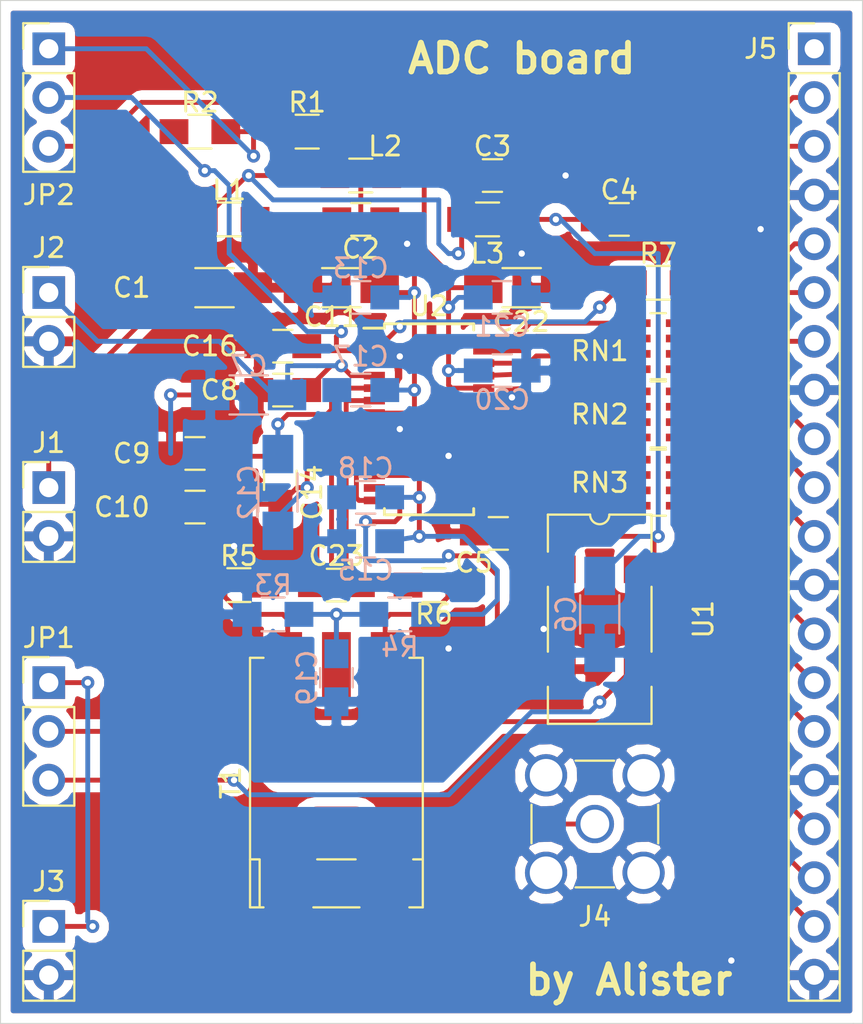
<source format=kicad_pcb>
(kicad_pcb (version 4) (host pcbnew 4.0.6)

  (general
    (links 118)
    (no_connects 0)
    (area 130.366095 49.987999 178.371143 104.297)
    (thickness 1.6)
    (drawings 8)
    (tracks 383)
    (zones 0)
    (modules 46)
    (nets 47)
  )

  (page A4)
  (layers
    (0 F.Cu signal)
    (31 B.Cu signal hide)
    (32 B.Adhes user hide)
    (33 F.Adhes user hide)
    (34 B.Paste user hide)
    (35 F.Paste user hide)
    (36 B.SilkS user hide)
    (37 F.SilkS user hide)
    (38 B.Mask user hide)
    (39 F.Mask user hide)
    (40 Dwgs.User user hide)
    (41 Cmts.User user hide)
    (42 Eco1.User user hide)
    (43 Eco2.User user hide)
    (44 Edge.Cuts user hide)
    (45 Margin user hide)
    (46 B.CrtYd user hide)
    (47 F.CrtYd user hide)
    (48 B.Fab user hide)
    (49 F.Fab user)
  )

  (setup
    (last_trace_width 0.254)
    (trace_clearance 0.254)
    (zone_clearance 0.508)
    (zone_45_only no)
    (trace_min 0.1524)
    (segment_width 0.2)
    (edge_width 0.1)
    (via_size 0.6858)
    (via_drill 0.3302)
    (via_min_size 0.6858)
    (via_min_drill 0.3302)
    (uvia_size 7.62)
    (uvia_drill 5.08)
    (uvias_allowed no)
    (uvia_min_size 0)
    (uvia_min_drill 0)
    (pcb_text_width 0.3)
    (pcb_text_size 1.5 1.5)
    (mod_edge_width 0.15)
    (mod_text_size 1 1)
    (mod_text_width 0.15)
    (pad_size 1.5 1.5)
    (pad_drill 0.6)
    (pad_to_mask_clearance 0)
    (aux_axis_origin 0 0)
    (grid_origin 135.382 100.838)
    (visible_elements 7FFCF609)
    (pcbplotparams
      (layerselection 0x010f0_80000001)
      (usegerberextensions false)
      (excludeedgelayer true)
      (linewidth 0.100000)
      (plotframeref false)
      (viasonmask false)
      (mode 1)
      (useauxorigin false)
      (hpglpennumber 1)
      (hpglpenspeed 20)
      (hpglpendiameter 15)
      (hpglpenoverlay 2)
      (psnegative false)
      (psa4output false)
      (plotreference true)
      (plotvalue false)
      (plotinvisibletext false)
      (padsonsilk false)
      (subtractmaskfromsilk true)
      (outputformat 1)
      (mirror false)
      (drillshape 0)
      (scaleselection 1)
      (outputdirectory C:/Users/OCTO/Desktop/echOpen/adc/gerbers/))
  )

  (net 0 "")
  (net 1 /+3.3V)
  (net 2 GND)
  (net 3 /+3.3VA)
  (net 4 /+3.3VD)
  (net 5 /+3.3VCLK)
  (net 6 /VREF)
  (net 7 "Net-(C12-Pad1)")
  (net 8 "Net-(C10-Pad1)")
  (net 9 "Net-(C16-Pad1)")
  (net 10 "Net-(C19-Pad1)")
  (net 11 /VIN+)
  (net 12 /VIN-)
  (net 13 /EXTCLK)
  (net 14 /VIN)
  (net 15 "Net-(J5-Pad1)")
  (net 16 "Net-(J5-Pad2)")
  (net 17 "Net-(J5-Pad3)")
  (net 18 "Net-(J5-Pad5)")
  (net 19 "Net-(J5-Pad6)")
  (net 20 "Net-(J5-Pad7)")
  (net 21 "Net-(J5-Pad9)")
  (net 22 "Net-(J5-Pad10)")
  (net 23 "Net-(J5-Pad11)")
  (net 24 "Net-(J5-Pad13)")
  (net 25 "Net-(J5-Pad14)")
  (net 26 "Net-(J5-Pad15)")
  (net 27 "Net-(J5-Pad17)")
  (net 28 "Net-(J5-Pad18)")
  (net 29 /CLK)
  (net 30 /INTCLK)
  (net 31 "Net-(JP2-Pad1)")
  (net 32 "Net-(R5-Pad1)")
  (net 33 "Net-(R6-Pad1)")
  (net 34 "Net-(R7-Pad1)")
  (net 35 "Net-(RN1-Pad2)")
  (net 36 "Net-(RN1-Pad3)")
  (net 37 "Net-(RN1-Pad1)")
  (net 38 "Net-(RN1-Pad4)")
  (net 39 "Net-(RN2-Pad2)")
  (net 40 "Net-(RN2-Pad3)")
  (net 41 "Net-(RN2-Pad1)")
  (net 42 "Net-(RN2-Pad4)")
  (net 43 "Net-(RN3-Pad2)")
  (net 44 "Net-(RN3-Pad3)")
  (net 45 "Net-(RN3-Pad1)")
  (net 46 "Net-(RN3-Pad4)")

  (net_class Default "Ceci est la Netclass par défaut"
    (clearance 0.254)
    (trace_width 0.254)
    (via_dia 0.6858)
    (via_drill 0.3302)
    (uvia_dia 7.62)
    (uvia_drill 5.08)
    (add_net /+3.3V)
    (add_net /+3.3VA)
    (add_net /+3.3VCLK)
    (add_net /+3.3VD)
    (add_net /CLK)
    (add_net /EXTCLK)
    (add_net /INTCLK)
    (add_net /VIN)
    (add_net /VIN+)
    (add_net /VIN-)
    (add_net /VREF)
    (add_net GND)
    (add_net "Net-(C10-Pad1)")
    (add_net "Net-(C12-Pad1)")
    (add_net "Net-(C16-Pad1)")
    (add_net "Net-(C19-Pad1)")
    (add_net "Net-(J5-Pad1)")
    (add_net "Net-(J5-Pad10)")
    (add_net "Net-(J5-Pad11)")
    (add_net "Net-(J5-Pad13)")
    (add_net "Net-(J5-Pad14)")
    (add_net "Net-(J5-Pad15)")
    (add_net "Net-(J5-Pad17)")
    (add_net "Net-(J5-Pad18)")
    (add_net "Net-(J5-Pad2)")
    (add_net "Net-(J5-Pad3)")
    (add_net "Net-(J5-Pad5)")
    (add_net "Net-(J5-Pad6)")
    (add_net "Net-(J5-Pad7)")
    (add_net "Net-(J5-Pad9)")
    (add_net "Net-(JP2-Pad1)")
    (add_net "Net-(R5-Pad1)")
    (add_net "Net-(R6-Pad1)")
    (add_net "Net-(R7-Pad1)")
    (add_net "Net-(RN1-Pad1)")
    (add_net "Net-(RN1-Pad2)")
    (add_net "Net-(RN1-Pad3)")
    (add_net "Net-(RN1-Pad4)")
    (add_net "Net-(RN2-Pad1)")
    (add_net "Net-(RN2-Pad2)")
    (add_net "Net-(RN2-Pad3)")
    (add_net "Net-(RN2-Pad4)")
    (add_net "Net-(RN3-Pad1)")
    (add_net "Net-(RN3-Pad2)")
    (add_net "Net-(RN3-Pad3)")
    (add_net "Net-(RN3-Pad4)")
  )

  (net_class Small ""
    (clearance 0.1524)
    (trace_width 0.1524)
    (via_dia 0.6858)
    (via_drill 0.3302)
    (uvia_dia 7.62)
    (uvia_drill 5.08)
  )

  (module Housings_SSOP:TSSOP-28_4.4x9.7mm_Pitch0.65mm (layer F.Cu) (tedit 54130A77) (tstamp 5905DE58)
    (at 155.194 71.882)
    (descr "TSSOP28: plastic thin shrink small outline package; 28 leads; body width 4.4 mm; (see NXP SSOP-TSSOP-VSO-REFLOW.pdf and sot361-1_po.pdf)")
    (tags "SSOP 0.65")
    (path /59012B36)
    (attr smd)
    (fp_text reference U2 (at 0 -5.9) (layer F.SilkS)
      (effects (font (size 1 1) (thickness 0.15)))
    )
    (fp_text value AD92xx (at 0 5.9) (layer F.Fab)
      (effects (font (size 1 1) (thickness 0.15)))
    )
    (fp_line (start -1.2 -4.85) (end 2.2 -4.85) (layer F.Fab) (width 0.15))
    (fp_line (start 2.2 -4.85) (end 2.2 4.85) (layer F.Fab) (width 0.15))
    (fp_line (start 2.2 4.85) (end -2.2 4.85) (layer F.Fab) (width 0.15))
    (fp_line (start -2.2 4.85) (end -2.2 -3.85) (layer F.Fab) (width 0.15))
    (fp_line (start -2.2 -3.85) (end -1.2 -4.85) (layer F.Fab) (width 0.15))
    (fp_line (start -3.65 -5.15) (end -3.65 5.15) (layer F.CrtYd) (width 0.05))
    (fp_line (start 3.65 -5.15) (end 3.65 5.15) (layer F.CrtYd) (width 0.05))
    (fp_line (start -3.65 -5.15) (end 3.65 -5.15) (layer F.CrtYd) (width 0.05))
    (fp_line (start -3.65 5.15) (end 3.65 5.15) (layer F.CrtYd) (width 0.05))
    (fp_line (start -2.325 -4.975) (end -2.325 -4.75) (layer F.SilkS) (width 0.15))
    (fp_line (start 2.325 -4.975) (end 2.325 -4.65) (layer F.SilkS) (width 0.15))
    (fp_line (start 2.325 4.975) (end 2.325 4.65) (layer F.SilkS) (width 0.15))
    (fp_line (start -2.325 4.975) (end -2.325 4.65) (layer F.SilkS) (width 0.15))
    (fp_line (start -2.325 -4.975) (end 2.325 -4.975) (layer F.SilkS) (width 0.15))
    (fp_line (start -2.325 4.975) (end 2.325 4.975) (layer F.SilkS) (width 0.15))
    (fp_line (start -2.325 -4.75) (end -3.4 -4.75) (layer F.SilkS) (width 0.15))
    (fp_text user %R (at 0 0) (layer F.Fab)
      (effects (font (size 0.8 0.8) (thickness 0.15)))
    )
    (pad 1 smd rect (at -2.85 -4.225) (size 1.1 0.4) (layers F.Cu F.Paste F.Mask)
      (net 34 "Net-(R7-Pad1)"))
    (pad 2 smd rect (at -2.85 -3.575) (size 1.1 0.4) (layers F.Cu F.Paste F.Mask)
      (net 9 "Net-(C16-Pad1)"))
    (pad 3 smd rect (at -2.85 -2.925) (size 1.1 0.4) (layers F.Cu F.Paste F.Mask)
      (net 2 GND))
    (pad 4 smd rect (at -2.85 -2.275) (size 1.1 0.4) (layers F.Cu F.Paste F.Mask)
      (net 6 /VREF))
    (pad 5 smd rect (at -2.85 -1.625) (size 1.1 0.4) (layers F.Cu F.Paste F.Mask)
      (net 7 "Net-(C12-Pad1)"))
    (pad 6 smd rect (at -2.85 -0.975) (size 1.1 0.4) (layers F.Cu F.Paste F.Mask)
      (net 8 "Net-(C10-Pad1)"))
    (pad 7 smd rect (at -2.85 -0.325) (size 1.1 0.4) (layers F.Cu F.Paste F.Mask)
      (net 3 /+3.3VA))
    (pad 8 smd rect (at -2.85 0.325) (size 1.1 0.4) (layers F.Cu F.Paste F.Mask)
      (net 2 GND))
    (pad 9 smd rect (at -2.85 0.975) (size 1.1 0.4) (layers F.Cu F.Paste F.Mask)
      (net 11 /VIN+))
    (pad 10 smd rect (at -2.85 1.625) (size 1.1 0.4) (layers F.Cu F.Paste F.Mask)
      (net 12 /VIN-))
    (pad 11 smd rect (at -2.85 2.275) (size 1.1 0.4) (layers F.Cu F.Paste F.Mask)
      (net 2 GND))
    (pad 12 smd rect (at -2.85 2.925) (size 1.1 0.4) (layers F.Cu F.Paste F.Mask)
      (net 3 /+3.3VA))
    (pad 13 smd rect (at -2.85 3.575) (size 1.1 0.4) (layers F.Cu F.Paste F.Mask)
      (net 29 /CLK))
    (pad 14 smd rect (at -2.85 4.225) (size 1.1 0.4) (layers F.Cu F.Paste F.Mask)
      (net 2 GND))
    (pad 15 smd rect (at 2.85 4.225) (size 1.1 0.4) (layers F.Cu F.Paste F.Mask)
      (net 46 "Net-(RN3-Pad4)"))
    (pad 16 smd rect (at 2.85 3.575) (size 1.1 0.4) (layers F.Cu F.Paste F.Mask)
      (net 44 "Net-(RN3-Pad3)"))
    (pad 17 smd rect (at 2.85 2.925) (size 1.1 0.4) (layers F.Cu F.Paste F.Mask)
      (net 43 "Net-(RN3-Pad2)"))
    (pad 18 smd rect (at 2.85 2.275) (size 1.1 0.4) (layers F.Cu F.Paste F.Mask)
      (net 45 "Net-(RN3-Pad1)"))
    (pad 19 smd rect (at 2.85 1.625) (size 1.1 0.4) (layers F.Cu F.Paste F.Mask)
      (net 42 "Net-(RN2-Pad4)"))
    (pad 20 smd rect (at 2.85 0.975) (size 1.1 0.4) (layers F.Cu F.Paste F.Mask)
      (net 40 "Net-(RN2-Pad3)"))
    (pad 21 smd rect (at 2.85 0.325) (size 1.1 0.4) (layers F.Cu F.Paste F.Mask)
      (net 39 "Net-(RN2-Pad2)"))
    (pad 22 smd rect (at 2.85 -0.325) (size 1.1 0.4) (layers F.Cu F.Paste F.Mask)
      (net 41 "Net-(RN2-Pad1)"))
    (pad 23 smd rect (at 2.85 -0.975) (size 1.1 0.4) (layers F.Cu F.Paste F.Mask)
      (net 2 GND))
    (pad 24 smd rect (at 2.85 -1.625) (size 1.1 0.4) (layers F.Cu F.Paste F.Mask)
      (net 4 /+3.3VD))
    (pad 25 smd rect (at 2.85 -2.275) (size 1.1 0.4) (layers F.Cu F.Paste F.Mask)
      (net 38 "Net-(RN1-Pad4)"))
    (pad 26 smd rect (at 2.85 -2.925) (size 1.1 0.4) (layers F.Cu F.Paste F.Mask)
      (net 36 "Net-(RN1-Pad3)"))
    (pad 27 smd rect (at 2.85 -3.575) (size 1.1 0.4) (layers F.Cu F.Paste F.Mask)
      (net 35 "Net-(RN1-Pad2)"))
    (pad 28 smd rect (at 2.85 -4.225) (size 1.1 0.4) (layers F.Cu F.Paste F.Mask)
      (net 37 "Net-(RN1-Pad1)"))
    (model ${KISYS3DMOD}/Housings_SSOP.3dshapes/TSSOP-28_4.4x9.7mm_Pitch0.65mm.wrl
      (at (xyz 0 0 0))
      (scale (xyz 1 1 1))
      (rotate (xyz 0 0 0))
    )
  )

  (module Capacitors_SMD:C_0805_HandSoldering (layer F.Cu) (tedit 590613F9) (tstamp 5905DD06)
    (at 151.638 61.468)
    (descr "Capacitor SMD 0805, hand soldering")
    (tags "capacitor 0805")
    (path /59046314)
    (attr smd)
    (fp_text reference C2 (at 0 1.524) (layer F.SilkS)
      (effects (font (size 1 1) (thickness 0.15)))
    )
    (fp_text value 0.1µF (at 0 1.75) (layer F.Fab)
      (effects (font (size 1 1) (thickness 0.15)))
    )
    (fp_text user %R (at 0 1.524) (layer F.Fab)
      (effects (font (size 1 1) (thickness 0.15)))
    )
    (fp_line (start -1 0.62) (end -1 -0.62) (layer F.Fab) (width 0.1))
    (fp_line (start 1 0.62) (end -1 0.62) (layer F.Fab) (width 0.1))
    (fp_line (start 1 -0.62) (end 1 0.62) (layer F.Fab) (width 0.1))
    (fp_line (start -1 -0.62) (end 1 -0.62) (layer F.Fab) (width 0.1))
    (fp_line (start 0.5 -0.85) (end -0.5 -0.85) (layer F.SilkS) (width 0.12))
    (fp_line (start -0.5 0.85) (end 0.5 0.85) (layer F.SilkS) (width 0.12))
    (fp_line (start -2.25 -0.88) (end 2.25 -0.88) (layer F.CrtYd) (width 0.05))
    (fp_line (start -2.25 -0.88) (end -2.25 0.87) (layer F.CrtYd) (width 0.05))
    (fp_line (start 2.25 0.87) (end 2.25 -0.88) (layer F.CrtYd) (width 0.05))
    (fp_line (start 2.25 0.87) (end -2.25 0.87) (layer F.CrtYd) (width 0.05))
    (pad 1 smd rect (at -1.25 0) (size 1.5 1.25) (layers F.Cu F.Paste F.Mask)
      (net 3 /+3.3VA))
    (pad 2 smd rect (at 1.25 0) (size 1.5 1.25) (layers F.Cu F.Paste F.Mask)
      (net 2 GND))
    (model Capacitors_SMD.3dshapes/C_0805.wrl
      (at (xyz 0 0 0))
      (scale (xyz 1 1 1))
      (rotate (xyz 0 0 0))
    )
  )

  (module Capacitors_SMD:C_0805_HandSoldering (layer F.Cu) (tedit 590613B7) (tstamp 5905DD0C)
    (at 158.496 59.182)
    (descr "Capacitor SMD 0805, hand soldering")
    (tags "capacitor 0805")
    (path /590469BA)
    (attr smd)
    (fp_text reference C3 (at 0 -1.524) (layer F.SilkS)
      (effects (font (size 1 1) (thickness 0.15)))
    )
    (fp_text value 0.1µF (at 0 1.75) (layer F.Fab)
      (effects (font (size 1 1) (thickness 0.15)))
    )
    (fp_text user %R (at 0 -1.778) (layer F.Fab)
      (effects (font (size 1 1) (thickness 0.15)))
    )
    (fp_line (start -1 0.62) (end -1 -0.62) (layer F.Fab) (width 0.1))
    (fp_line (start 1 0.62) (end -1 0.62) (layer F.Fab) (width 0.1))
    (fp_line (start 1 -0.62) (end 1 0.62) (layer F.Fab) (width 0.1))
    (fp_line (start -1 -0.62) (end 1 -0.62) (layer F.Fab) (width 0.1))
    (fp_line (start 0.5 -0.85) (end -0.5 -0.85) (layer F.SilkS) (width 0.12))
    (fp_line (start -0.5 0.85) (end 0.5 0.85) (layer F.SilkS) (width 0.12))
    (fp_line (start -2.25 -0.88) (end 2.25 -0.88) (layer F.CrtYd) (width 0.05))
    (fp_line (start -2.25 -0.88) (end -2.25 0.87) (layer F.CrtYd) (width 0.05))
    (fp_line (start 2.25 0.87) (end 2.25 -0.88) (layer F.CrtYd) (width 0.05))
    (fp_line (start 2.25 0.87) (end -2.25 0.87) (layer F.CrtYd) (width 0.05))
    (pad 1 smd rect (at -1.25 0) (size 1.5 1.25) (layers F.Cu F.Paste F.Mask)
      (net 4 /+3.3VD))
    (pad 2 smd rect (at 1.25 0) (size 1.5 1.25) (layers F.Cu F.Paste F.Mask)
      (net 2 GND))
    (model Capacitors_SMD.3dshapes/C_0805.wrl
      (at (xyz 0 0 0))
      (scale (xyz 1 1 1))
      (rotate (xyz 0 0 0))
    )
  )

  (module Capacitors_SMD:C_0805_HandSoldering (layer F.Cu) (tedit 590613C4) (tstamp 5905DD12)
    (at 165.1 61.468)
    (descr "Capacitor SMD 0805, hand soldering")
    (tags "capacitor 0805")
    (path /59046D6D)
    (attr smd)
    (fp_text reference C4 (at 0 -1.524) (layer F.SilkS)
      (effects (font (size 1 1) (thickness 0.15)))
    )
    (fp_text value 0.1µF (at 0 1.75) (layer F.Fab)
      (effects (font (size 1 1) (thickness 0.15)))
    )
    (fp_text user %R (at 0 -1.75) (layer F.Fab)
      (effects (font (size 1 1) (thickness 0.15)))
    )
    (fp_line (start -1 0.62) (end -1 -0.62) (layer F.Fab) (width 0.1))
    (fp_line (start 1 0.62) (end -1 0.62) (layer F.Fab) (width 0.1))
    (fp_line (start 1 -0.62) (end 1 0.62) (layer F.Fab) (width 0.1))
    (fp_line (start -1 -0.62) (end 1 -0.62) (layer F.Fab) (width 0.1))
    (fp_line (start 0.5 -0.85) (end -0.5 -0.85) (layer F.SilkS) (width 0.12))
    (fp_line (start -0.5 0.85) (end 0.5 0.85) (layer F.SilkS) (width 0.12))
    (fp_line (start -2.25 -0.88) (end 2.25 -0.88) (layer F.CrtYd) (width 0.05))
    (fp_line (start -2.25 -0.88) (end -2.25 0.87) (layer F.CrtYd) (width 0.05))
    (fp_line (start 2.25 0.87) (end 2.25 -0.88) (layer F.CrtYd) (width 0.05))
    (fp_line (start 2.25 0.87) (end -2.25 0.87) (layer F.CrtYd) (width 0.05))
    (pad 1 smd rect (at -1.25 0) (size 1.5 1.25) (layers F.Cu F.Paste F.Mask)
      (net 5 /+3.3VCLK))
    (pad 2 smd rect (at 1.25 0) (size 1.5 1.25) (layers F.Cu F.Paste F.Mask)
      (net 2 GND))
    (model Capacitors_SMD.3dshapes/C_0805.wrl
      (at (xyz 0 0 0))
      (scale (xyz 1 1 1))
      (rotate (xyz 0 0 0))
    )
  )

  (module Capacitors_SMD:C_0805_HandSoldering (layer F.Cu) (tedit 5906142C) (tstamp 5905DD18)
    (at 158.8008 77.8256 180)
    (descr "Capacitor SMD 0805, hand soldering")
    (tags "capacitor 0805")
    (path /59058CF3)
    (attr smd)
    (fp_text reference C5 (at 1.27 -1.524 180) (layer F.SilkS)
      (effects (font (size 1 1) (thickness 0.15)))
    )
    (fp_text value 0.1µF (at 0 1.75 180) (layer F.Fab)
      (effects (font (size 1 1) (thickness 0.15)))
    )
    (fp_text user %R (at 1.27 -1.524 180) (layer F.Fab)
      (effects (font (size 1 1) (thickness 0.15)))
    )
    (fp_line (start -1 0.62) (end -1 -0.62) (layer F.Fab) (width 0.1))
    (fp_line (start 1 0.62) (end -1 0.62) (layer F.Fab) (width 0.1))
    (fp_line (start 1 -0.62) (end 1 0.62) (layer F.Fab) (width 0.1))
    (fp_line (start -1 -0.62) (end 1 -0.62) (layer F.Fab) (width 0.1))
    (fp_line (start 0.5 -0.85) (end -0.5 -0.85) (layer F.SilkS) (width 0.12))
    (fp_line (start -0.5 0.85) (end 0.5 0.85) (layer F.SilkS) (width 0.12))
    (fp_line (start -2.25 -0.88) (end 2.25 -0.88) (layer F.CrtYd) (width 0.05))
    (fp_line (start -2.25 -0.88) (end -2.25 0.87) (layer F.CrtYd) (width 0.05))
    (fp_line (start 2.25 0.87) (end 2.25 -0.88) (layer F.CrtYd) (width 0.05))
    (fp_line (start 2.25 0.87) (end -2.25 0.87) (layer F.CrtYd) (width 0.05))
    (pad 1 smd rect (at -1.25 0 180) (size 1.5 1.25) (layers F.Cu F.Paste F.Mask)
      (net 5 /+3.3VCLK))
    (pad 2 smd rect (at 1.25 0 180) (size 1.5 1.25) (layers F.Cu F.Paste F.Mask)
      (net 2 GND))
    (model Capacitors_SMD.3dshapes/C_0805.wrl
      (at (xyz 0 0 0))
      (scale (xyz 1 1 1))
      (rotate (xyz 0 0 0))
    )
  )

  (module Capacitors_SMD:C_1206_HandSoldering (layer B.Cu) (tedit 58AA84D1) (tstamp 5905DD1E)
    (at 164.084 82.042 270)
    (descr "Capacitor SMD 1206, hand soldering")
    (tags "capacitor 1206")
    (path /59058E04)
    (attr smd)
    (fp_text reference C6 (at 0 1.75 270) (layer B.SilkS)
      (effects (font (size 1 1) (thickness 0.15)) (justify mirror))
    )
    (fp_text value 10µF (at 0 -2 270) (layer B.Fab)
      (effects (font (size 1 1) (thickness 0.15)) (justify mirror))
    )
    (fp_text user %R (at 0 1.75 270) (layer B.Fab)
      (effects (font (size 1 1) (thickness 0.15)) (justify mirror))
    )
    (fp_line (start -1.6 -0.8) (end -1.6 0.8) (layer B.Fab) (width 0.1))
    (fp_line (start 1.6 -0.8) (end -1.6 -0.8) (layer B.Fab) (width 0.1))
    (fp_line (start 1.6 0.8) (end 1.6 -0.8) (layer B.Fab) (width 0.1))
    (fp_line (start -1.6 0.8) (end 1.6 0.8) (layer B.Fab) (width 0.1))
    (fp_line (start 1 1.02) (end -1 1.02) (layer B.SilkS) (width 0.12))
    (fp_line (start -1 -1.02) (end 1 -1.02) (layer B.SilkS) (width 0.12))
    (fp_line (start -3.25 1.05) (end 3.25 1.05) (layer B.CrtYd) (width 0.05))
    (fp_line (start -3.25 1.05) (end -3.25 -1.05) (layer B.CrtYd) (width 0.05))
    (fp_line (start 3.25 -1.05) (end 3.25 1.05) (layer B.CrtYd) (width 0.05))
    (fp_line (start 3.25 -1.05) (end -3.25 -1.05) (layer B.CrtYd) (width 0.05))
    (pad 1 smd rect (at -2 0 270) (size 2 1.6) (layers B.Cu B.Paste B.Mask)
      (net 5 /+3.3VCLK))
    (pad 2 smd rect (at 2 0 270) (size 2 1.6) (layers B.Cu B.Paste B.Mask)
      (net 2 GND))
    (model Capacitors_SMD.3dshapes/C_1206.wrl
      (at (xyz 0 0 0))
      (scale (xyz 1 1 1))
      (rotate (xyz 0 0 0))
    )
  )

  (module Capacitors_SMD:C_1206_HandSoldering (layer B.Cu) (tedit 590614BA) (tstamp 5905DD24)
    (at 145.796 70.612 180)
    (descr "Capacitor SMD 1206, hand soldering")
    (tags "capacitor 1206")
    (path /5902FEB7)
    (attr smd)
    (fp_text reference C7 (at 0 1.524 180) (layer B.SilkS)
      (effects (font (size 1 1) (thickness 0.15)) (justify mirror))
    )
    (fp_text value 10µF (at 0 -2 180) (layer B.Fab)
      (effects (font (size 1 1) (thickness 0.15)) (justify mirror))
    )
    (fp_text user %R (at 0 1.75 180) (layer B.Fab)
      (effects (font (size 1 1) (thickness 0.15)) (justify mirror))
    )
    (fp_line (start -1.6 -0.8) (end -1.6 0.8) (layer B.Fab) (width 0.1))
    (fp_line (start 1.6 -0.8) (end -1.6 -0.8) (layer B.Fab) (width 0.1))
    (fp_line (start 1.6 0.8) (end 1.6 -0.8) (layer B.Fab) (width 0.1))
    (fp_line (start -1.6 0.8) (end 1.6 0.8) (layer B.Fab) (width 0.1))
    (fp_line (start 1 1.02) (end -1 1.02) (layer B.SilkS) (width 0.12))
    (fp_line (start -1 -1.02) (end 1 -1.02) (layer B.SilkS) (width 0.12))
    (fp_line (start -3.25 1.05) (end 3.25 1.05) (layer B.CrtYd) (width 0.05))
    (fp_line (start -3.25 1.05) (end -3.25 -1.05) (layer B.CrtYd) (width 0.05))
    (fp_line (start 3.25 -1.05) (end 3.25 1.05) (layer B.CrtYd) (width 0.05))
    (fp_line (start 3.25 -1.05) (end -3.25 -1.05) (layer B.CrtYd) (width 0.05))
    (pad 1 smd rect (at -2 0 180) (size 2 1.6) (layers B.Cu B.Paste B.Mask)
      (net 6 /VREF))
    (pad 2 smd rect (at 2 0 180) (size 2 1.6) (layers B.Cu B.Paste B.Mask)
      (net 2 GND))
    (model Capacitors_SMD.3dshapes/C_1206.wrl
      (at (xyz 0 0 0))
      (scale (xyz 1 1 1))
      (rotate (xyz 0 0 0))
    )
  )

  (module Capacitors_SMD:C_0805_HandSoldering (layer F.Cu) (tedit 59061441) (tstamp 5905DD2A)
    (at 147.574 70.358 180)
    (descr "Capacitor SMD 0805, hand soldering")
    (tags "capacitor 0805")
    (path /5902FE0A)
    (attr smd)
    (fp_text reference C8 (at 3.302 0 180) (layer F.SilkS)
      (effects (font (size 1 1) (thickness 0.15)))
    )
    (fp_text value 0.1µF (at 0 1.75 180) (layer F.Fab)
      (effects (font (size 1 1) (thickness 0.15)))
    )
    (fp_text user %R (at 0 -1.524 180) (layer F.Fab)
      (effects (font (size 1 1) (thickness 0.15)))
    )
    (fp_line (start -1 0.62) (end -1 -0.62) (layer F.Fab) (width 0.1))
    (fp_line (start 1 0.62) (end -1 0.62) (layer F.Fab) (width 0.1))
    (fp_line (start 1 -0.62) (end 1 0.62) (layer F.Fab) (width 0.1))
    (fp_line (start -1 -0.62) (end 1 -0.62) (layer F.Fab) (width 0.1))
    (fp_line (start 0.5 -0.85) (end -0.5 -0.85) (layer F.SilkS) (width 0.12))
    (fp_line (start -0.5 0.85) (end 0.5 0.85) (layer F.SilkS) (width 0.12))
    (fp_line (start -2.25 -0.88) (end 2.25 -0.88) (layer F.CrtYd) (width 0.05))
    (fp_line (start -2.25 -0.88) (end -2.25 0.87) (layer F.CrtYd) (width 0.05))
    (fp_line (start 2.25 0.87) (end 2.25 -0.88) (layer F.CrtYd) (width 0.05))
    (fp_line (start 2.25 0.87) (end -2.25 0.87) (layer F.CrtYd) (width 0.05))
    (pad 1 smd rect (at -1.25 0 180) (size 1.5 1.25) (layers F.Cu F.Paste F.Mask)
      (net 6 /VREF))
    (pad 2 smd rect (at 1.25 0 180) (size 1.5 1.25) (layers F.Cu F.Paste F.Mask)
      (net 2 GND))
    (model Capacitors_SMD.3dshapes/C_0805.wrl
      (at (xyz 0 0 0))
      (scale (xyz 1 1 1))
      (rotate (xyz 0 0 0))
    )
  )

  (module Capacitors_SMD:C_0805_HandSoldering (layer F.Cu) (tedit 59061447) (tstamp 5905DD30)
    (at 143.002 73.66)
    (descr "Capacitor SMD 0805, hand soldering")
    (tags "capacitor 0805")
    (path /5901FA6D)
    (attr smd)
    (fp_text reference C9 (at -3.302 0) (layer F.SilkS)
      (effects (font (size 1 1) (thickness 0.15)))
    )
    (fp_text value 0.1µF (at 0 1.75) (layer F.Fab)
      (effects (font (size 1 1) (thickness 0.15)))
    )
    (fp_text user %R (at 0 -1.524) (layer F.Fab)
      (effects (font (size 1 1) (thickness 0.15)))
    )
    (fp_line (start -1 0.62) (end -1 -0.62) (layer F.Fab) (width 0.1))
    (fp_line (start 1 0.62) (end -1 0.62) (layer F.Fab) (width 0.1))
    (fp_line (start 1 -0.62) (end 1 0.62) (layer F.Fab) (width 0.1))
    (fp_line (start -1 -0.62) (end 1 -0.62) (layer F.Fab) (width 0.1))
    (fp_line (start 0.5 -0.85) (end -0.5 -0.85) (layer F.SilkS) (width 0.12))
    (fp_line (start -0.5 0.85) (end 0.5 0.85) (layer F.SilkS) (width 0.12))
    (fp_line (start -2.25 -0.88) (end 2.25 -0.88) (layer F.CrtYd) (width 0.05))
    (fp_line (start -2.25 -0.88) (end -2.25 0.87) (layer F.CrtYd) (width 0.05))
    (fp_line (start 2.25 0.87) (end 2.25 -0.88) (layer F.CrtYd) (width 0.05))
    (fp_line (start 2.25 0.87) (end -2.25 0.87) (layer F.CrtYd) (width 0.05))
    (pad 1 smd rect (at -1.25 0) (size 1.5 1.25) (layers F.Cu F.Paste F.Mask)
      (net 2 GND))
    (pad 2 smd rect (at 1.25 0) (size 1.5 1.25) (layers F.Cu F.Paste F.Mask)
      (net 7 "Net-(C12-Pad1)"))
    (model Capacitors_SMD.3dshapes/C_0805.wrl
      (at (xyz 0 0 0))
      (scale (xyz 1 1 1))
      (rotate (xyz 0 0 0))
    )
  )

  (module Capacitors_SMD:C_0805_HandSoldering (layer F.Cu) (tedit 59061448) (tstamp 5905DD36)
    (at 143.002 76.454 180)
    (descr "Capacitor SMD 0805, hand soldering")
    (tags "capacitor 0805")
    (path /5901FACC)
    (attr smd)
    (fp_text reference C10 (at 3.81 0 180) (layer F.SilkS)
      (effects (font (size 1 1) (thickness 0.15)))
    )
    (fp_text value 0.1µF (at 0 1.75 180) (layer F.Fab)
      (effects (font (size 1 1) (thickness 0.15)))
    )
    (fp_text user %R (at 0 -1.524 180) (layer F.Fab)
      (effects (font (size 1 1) (thickness 0.15)))
    )
    (fp_line (start -1 0.62) (end -1 -0.62) (layer F.Fab) (width 0.1))
    (fp_line (start 1 0.62) (end -1 0.62) (layer F.Fab) (width 0.1))
    (fp_line (start 1 -0.62) (end 1 0.62) (layer F.Fab) (width 0.1))
    (fp_line (start -1 -0.62) (end 1 -0.62) (layer F.Fab) (width 0.1))
    (fp_line (start 0.5 -0.85) (end -0.5 -0.85) (layer F.SilkS) (width 0.12))
    (fp_line (start -0.5 0.85) (end 0.5 0.85) (layer F.SilkS) (width 0.12))
    (fp_line (start -2.25 -0.88) (end 2.25 -0.88) (layer F.CrtYd) (width 0.05))
    (fp_line (start -2.25 -0.88) (end -2.25 0.87) (layer F.CrtYd) (width 0.05))
    (fp_line (start 2.25 0.87) (end 2.25 -0.88) (layer F.CrtYd) (width 0.05))
    (fp_line (start 2.25 0.87) (end -2.25 0.87) (layer F.CrtYd) (width 0.05))
    (pad 1 smd rect (at -1.25 0 180) (size 1.5 1.25) (layers F.Cu F.Paste F.Mask)
      (net 8 "Net-(C10-Pad1)"))
    (pad 2 smd rect (at 1.25 0 180) (size 1.5 1.25) (layers F.Cu F.Paste F.Mask)
      (net 2 GND))
    (model Capacitors_SMD.3dshapes/C_0805.wrl
      (at (xyz 0 0 0))
      (scale (xyz 1 1 1))
      (rotate (xyz 0 0 0))
    )
  )

  (module Capacitors_SMD:C_1206_HandSoldering (layer F.Cu) (tedit 59061434) (tstamp 5905DD3C)
    (at 150.622 65.024 180)
    (descr "Capacitor SMD 1206, hand soldering")
    (tags "capacitor 1206")
    (path /59021563)
    (attr smd)
    (fp_text reference C11 (at 0.508 -1.524 180) (layer F.SilkS)
      (effects (font (size 1 1) (thickness 0.15)))
    )
    (fp_text value 10µF (at 0 2 180) (layer F.Fab)
      (effects (font (size 1 1) (thickness 0.15)))
    )
    (fp_text user %R (at 0 -1.75 180) (layer F.Fab)
      (effects (font (size 1 1) (thickness 0.15)))
    )
    (fp_line (start -1.6 0.8) (end -1.6 -0.8) (layer F.Fab) (width 0.1))
    (fp_line (start 1.6 0.8) (end -1.6 0.8) (layer F.Fab) (width 0.1))
    (fp_line (start 1.6 -0.8) (end 1.6 0.8) (layer F.Fab) (width 0.1))
    (fp_line (start -1.6 -0.8) (end 1.6 -0.8) (layer F.Fab) (width 0.1))
    (fp_line (start 1 -1.02) (end -1 -1.02) (layer F.SilkS) (width 0.12))
    (fp_line (start -1 1.02) (end 1 1.02) (layer F.SilkS) (width 0.12))
    (fp_line (start -3.25 -1.05) (end 3.25 -1.05) (layer F.CrtYd) (width 0.05))
    (fp_line (start -3.25 -1.05) (end -3.25 1.05) (layer F.CrtYd) (width 0.05))
    (fp_line (start 3.25 1.05) (end 3.25 -1.05) (layer F.CrtYd) (width 0.05))
    (fp_line (start 3.25 1.05) (end -3.25 1.05) (layer F.CrtYd) (width 0.05))
    (pad 1 smd rect (at -2 0 180) (size 2 1.6) (layers F.Cu F.Paste F.Mask)
      (net 3 /+3.3VA))
    (pad 2 smd rect (at 2 0 180) (size 2 1.6) (layers F.Cu F.Paste F.Mask)
      (net 2 GND))
    (model Capacitors_SMD.3dshapes/C_1206.wrl
      (at (xyz 0 0 0))
      (scale (xyz 1 1 1))
      (rotate (xyz 0 0 0))
    )
  )

  (module Capacitors_SMD:C_1206_HandSoldering (layer B.Cu) (tedit 590614BC) (tstamp 5905DD42)
    (at 147.32 75.692 270)
    (descr "Capacitor SMD 1206, hand soldering")
    (tags "capacitor 1206")
    (path /5901FA03)
    (attr smd)
    (fp_text reference C12 (at 0 1.524 270) (layer B.SilkS)
      (effects (font (size 1 1) (thickness 0.15)) (justify mirror))
    )
    (fp_text value 10µF (at 0 -2 270) (layer B.Fab)
      (effects (font (size 1 1) (thickness 0.15)) (justify mirror))
    )
    (fp_text user %R (at 0 1.75 270) (layer B.Fab)
      (effects (font (size 1 1) (thickness 0.15)) (justify mirror))
    )
    (fp_line (start -1.6 -0.8) (end -1.6 0.8) (layer B.Fab) (width 0.1))
    (fp_line (start 1.6 -0.8) (end -1.6 -0.8) (layer B.Fab) (width 0.1))
    (fp_line (start 1.6 0.8) (end 1.6 -0.8) (layer B.Fab) (width 0.1))
    (fp_line (start -1.6 0.8) (end 1.6 0.8) (layer B.Fab) (width 0.1))
    (fp_line (start 1 1.02) (end -1 1.02) (layer B.SilkS) (width 0.12))
    (fp_line (start -1 -1.02) (end 1 -1.02) (layer B.SilkS) (width 0.12))
    (fp_line (start -3.25 1.05) (end 3.25 1.05) (layer B.CrtYd) (width 0.05))
    (fp_line (start -3.25 1.05) (end -3.25 -1.05) (layer B.CrtYd) (width 0.05))
    (fp_line (start 3.25 -1.05) (end 3.25 1.05) (layer B.CrtYd) (width 0.05))
    (fp_line (start 3.25 -1.05) (end -3.25 -1.05) (layer B.CrtYd) (width 0.05))
    (pad 1 smd rect (at -2 0 270) (size 2 1.6) (layers B.Cu B.Paste B.Mask)
      (net 7 "Net-(C12-Pad1)"))
    (pad 2 smd rect (at 2 0 270) (size 2 1.6) (layers B.Cu B.Paste B.Mask)
      (net 8 "Net-(C10-Pad1)"))
    (model Capacitors_SMD.3dshapes/C_1206.wrl
      (at (xyz 0 0 0))
      (scale (xyz 1 1 1))
      (rotate (xyz 0 0 0))
    )
  )

  (module Capacitors_SMD:C_0805_HandSoldering (layer B.Cu) (tedit 590614AF) (tstamp 5905DD48)
    (at 151.638 65.532 180)
    (descr "Capacitor SMD 0805, hand soldering")
    (tags "capacitor 0805")
    (path /5902147A)
    (attr smd)
    (fp_text reference C13 (at 0 1.524 180) (layer B.SilkS)
      (effects (font (size 1 1) (thickness 0.15)) (justify mirror))
    )
    (fp_text value 0.1µF (at 0 -1.75 180) (layer B.Fab)
      (effects (font (size 1 1) (thickness 0.15)) (justify mirror))
    )
    (fp_text user %R (at 0 1.75 180) (layer B.Fab)
      (effects (font (size 1 1) (thickness 0.15)) (justify mirror))
    )
    (fp_line (start -1 -0.62) (end -1 0.62) (layer B.Fab) (width 0.1))
    (fp_line (start 1 -0.62) (end -1 -0.62) (layer B.Fab) (width 0.1))
    (fp_line (start 1 0.62) (end 1 -0.62) (layer B.Fab) (width 0.1))
    (fp_line (start -1 0.62) (end 1 0.62) (layer B.Fab) (width 0.1))
    (fp_line (start 0.5 0.85) (end -0.5 0.85) (layer B.SilkS) (width 0.12))
    (fp_line (start -0.5 -0.85) (end 0.5 -0.85) (layer B.SilkS) (width 0.12))
    (fp_line (start -2.25 0.88) (end 2.25 0.88) (layer B.CrtYd) (width 0.05))
    (fp_line (start -2.25 0.88) (end -2.25 -0.87) (layer B.CrtYd) (width 0.05))
    (fp_line (start 2.25 -0.87) (end 2.25 0.88) (layer B.CrtYd) (width 0.05))
    (fp_line (start 2.25 -0.87) (end -2.25 -0.87) (layer B.CrtYd) (width 0.05))
    (pad 1 smd rect (at -1.25 0 180) (size 1.5 1.25) (layers B.Cu B.Paste B.Mask)
      (net 3 /+3.3VA))
    (pad 2 smd rect (at 1.25 0 180) (size 1.5 1.25) (layers B.Cu B.Paste B.Mask)
      (net 2 GND))
    (model Capacitors_SMD.3dshapes/C_0805.wrl
      (at (xyz 0 0 0))
      (scale (xyz 1 1 1))
      (rotate (xyz 0 0 0))
    )
  )

  (module Capacitors_SMD:C_0805_HandSoldering (layer F.Cu) (tedit 59061413) (tstamp 5905DD4E)
    (at 147.447 75.057 270)
    (descr "Capacitor SMD 0805, hand soldering")
    (tags "capacitor 0805")
    (path /5901F958)
    (attr smd)
    (fp_text reference C14 (at 0.635 -1.651 270) (layer F.SilkS)
      (effects (font (size 1 1) (thickness 0.15)))
    )
    (fp_text value 0.1µF (at 0 1.75 270) (layer F.Fab)
      (effects (font (size 1 1) (thickness 0.15)))
    )
    (fp_text user %R (at -0.127 -1.397 270) (layer F.Fab)
      (effects (font (size 1 1) (thickness 0.15)))
    )
    (fp_line (start -1 0.62) (end -1 -0.62) (layer F.Fab) (width 0.1))
    (fp_line (start 1 0.62) (end -1 0.62) (layer F.Fab) (width 0.1))
    (fp_line (start 1 -0.62) (end 1 0.62) (layer F.Fab) (width 0.1))
    (fp_line (start -1 -0.62) (end 1 -0.62) (layer F.Fab) (width 0.1))
    (fp_line (start 0.5 -0.85) (end -0.5 -0.85) (layer F.SilkS) (width 0.12))
    (fp_line (start -0.5 0.85) (end 0.5 0.85) (layer F.SilkS) (width 0.12))
    (fp_line (start -2.25 -0.88) (end 2.25 -0.88) (layer F.CrtYd) (width 0.05))
    (fp_line (start -2.25 -0.88) (end -2.25 0.87) (layer F.CrtYd) (width 0.05))
    (fp_line (start 2.25 0.87) (end 2.25 -0.88) (layer F.CrtYd) (width 0.05))
    (fp_line (start 2.25 0.87) (end -2.25 0.87) (layer F.CrtYd) (width 0.05))
    (pad 1 smd rect (at -1.25 0 270) (size 1.5 1.25) (layers F.Cu F.Paste F.Mask)
      (net 7 "Net-(C12-Pad1)"))
    (pad 2 smd rect (at 1.25 0 270) (size 1.5 1.25) (layers F.Cu F.Paste F.Mask)
      (net 8 "Net-(C10-Pad1)"))
    (model Capacitors_SMD.3dshapes/C_0805.wrl
      (at (xyz 0 0 0))
      (scale (xyz 1 1 1))
      (rotate (xyz 0 0 0))
    )
  )

  (module Capacitors_SMD:C_0805_HandSoldering (layer B.Cu) (tedit 590614C3) (tstamp 5905DD54)
    (at 151.892 78.232 180)
    (descr "Capacitor SMD 0805, hand soldering")
    (tags "capacitor 0805")
    (path /59025D09)
    (attr smd)
    (fp_text reference C15 (at 0 -1.524 180) (layer B.SilkS)
      (effects (font (size 1 1) (thickness 0.15)) (justify mirror))
    )
    (fp_text value 0.1µF (at 0 -1.75 180) (layer B.Fab)
      (effects (font (size 1 1) (thickness 0.15)) (justify mirror))
    )
    (fp_text user %R (at 0 1.75 180) (layer B.Fab)
      (effects (font (size 1 1) (thickness 0.15)) (justify mirror))
    )
    (fp_line (start -1 -0.62) (end -1 0.62) (layer B.Fab) (width 0.1))
    (fp_line (start 1 -0.62) (end -1 -0.62) (layer B.Fab) (width 0.1))
    (fp_line (start 1 0.62) (end 1 -0.62) (layer B.Fab) (width 0.1))
    (fp_line (start -1 0.62) (end 1 0.62) (layer B.Fab) (width 0.1))
    (fp_line (start 0.5 0.85) (end -0.5 0.85) (layer B.SilkS) (width 0.12))
    (fp_line (start -0.5 -0.85) (end 0.5 -0.85) (layer B.SilkS) (width 0.12))
    (fp_line (start -2.25 0.88) (end 2.25 0.88) (layer B.CrtYd) (width 0.05))
    (fp_line (start -2.25 0.88) (end -2.25 -0.87) (layer B.CrtYd) (width 0.05))
    (fp_line (start 2.25 -0.87) (end 2.25 0.88) (layer B.CrtYd) (width 0.05))
    (fp_line (start 2.25 -0.87) (end -2.25 -0.87) (layer B.CrtYd) (width 0.05))
    (pad 1 smd rect (at -1.25 0 180) (size 1.5 1.25) (layers B.Cu B.Paste B.Mask)
      (net 3 /+3.3VA))
    (pad 2 smd rect (at 1.25 0 180) (size 1.5 1.25) (layers B.Cu B.Paste B.Mask)
      (net 2 GND))
    (model Capacitors_SMD.3dshapes/C_0805.wrl
      (at (xyz 0 0 0))
      (scale (xyz 1 1 1))
      (rotate (xyz 0 0 0))
    )
  )

  (module Capacitors_SMD:C_0805_HandSoldering (layer F.Cu) (tedit 59061443) (tstamp 5905DD5A)
    (at 147.574 68.072 180)
    (descr "Capacitor SMD 0805, hand soldering")
    (tags "capacitor 0805")
    (path /5902BF72)
    (attr smd)
    (fp_text reference C16 (at 3.81 0 180) (layer F.SilkS)
      (effects (font (size 1 1) (thickness 0.15)))
    )
    (fp_text value 0.1µF (at 0 1.75 180) (layer F.Fab)
      (effects (font (size 1 1) (thickness 0.15)))
    )
    (fp_text user %R (at 0.254 1.524 180) (layer F.Fab)
      (effects (font (size 1 1) (thickness 0.15)))
    )
    (fp_line (start -1 0.62) (end -1 -0.62) (layer F.Fab) (width 0.1))
    (fp_line (start 1 0.62) (end -1 0.62) (layer F.Fab) (width 0.1))
    (fp_line (start 1 -0.62) (end 1 0.62) (layer F.Fab) (width 0.1))
    (fp_line (start -1 -0.62) (end 1 -0.62) (layer F.Fab) (width 0.1))
    (fp_line (start 0.5 -0.85) (end -0.5 -0.85) (layer F.SilkS) (width 0.12))
    (fp_line (start -0.5 0.85) (end 0.5 0.85) (layer F.SilkS) (width 0.12))
    (fp_line (start -2.25 -0.88) (end 2.25 -0.88) (layer F.CrtYd) (width 0.05))
    (fp_line (start -2.25 -0.88) (end -2.25 0.87) (layer F.CrtYd) (width 0.05))
    (fp_line (start 2.25 0.87) (end 2.25 -0.88) (layer F.CrtYd) (width 0.05))
    (fp_line (start 2.25 0.87) (end -2.25 0.87) (layer F.CrtYd) (width 0.05))
    (pad 1 smd rect (at -1.25 0 180) (size 1.5 1.25) (layers F.Cu F.Paste F.Mask)
      (net 9 "Net-(C16-Pad1)"))
    (pad 2 smd rect (at 1.25 0 180) (size 1.5 1.25) (layers F.Cu F.Paste F.Mask)
      (net 2 GND))
    (model Capacitors_SMD.3dshapes/C_0805.wrl
      (at (xyz 0 0 0))
      (scale (xyz 1 1 1))
      (rotate (xyz 0 0 0))
    )
  )

  (module Capacitors_SMD:C_0805_HandSoldering (layer B.Cu) (tedit 58AA84A8) (tstamp 5905DD60)
    (at 151.638 70.358 180)
    (descr "Capacitor SMD 0805, hand soldering")
    (tags "capacitor 0805")
    (path /590213BB)
    (attr smd)
    (fp_text reference C17 (at 0 1.75 180) (layer B.SilkS)
      (effects (font (size 1 1) (thickness 0.15)) (justify mirror))
    )
    (fp_text value 1nF (at 0 -1.75 180) (layer B.Fab)
      (effects (font (size 1 1) (thickness 0.15)) (justify mirror))
    )
    (fp_text user %R (at 0 1.75 180) (layer B.Fab)
      (effects (font (size 1 1) (thickness 0.15)) (justify mirror))
    )
    (fp_line (start -1 -0.62) (end -1 0.62) (layer B.Fab) (width 0.1))
    (fp_line (start 1 -0.62) (end -1 -0.62) (layer B.Fab) (width 0.1))
    (fp_line (start 1 0.62) (end 1 -0.62) (layer B.Fab) (width 0.1))
    (fp_line (start -1 0.62) (end 1 0.62) (layer B.Fab) (width 0.1))
    (fp_line (start 0.5 0.85) (end -0.5 0.85) (layer B.SilkS) (width 0.12))
    (fp_line (start -0.5 -0.85) (end 0.5 -0.85) (layer B.SilkS) (width 0.12))
    (fp_line (start -2.25 0.88) (end 2.25 0.88) (layer B.CrtYd) (width 0.05))
    (fp_line (start -2.25 0.88) (end -2.25 -0.87) (layer B.CrtYd) (width 0.05))
    (fp_line (start 2.25 -0.87) (end 2.25 0.88) (layer B.CrtYd) (width 0.05))
    (fp_line (start 2.25 -0.87) (end -2.25 -0.87) (layer B.CrtYd) (width 0.05))
    (pad 1 smd rect (at -1.25 0 180) (size 1.5 1.25) (layers B.Cu B.Paste B.Mask)
      (net 3 /+3.3VA))
    (pad 2 smd rect (at 1.25 0 180) (size 1.5 1.25) (layers B.Cu B.Paste B.Mask)
      (net 2 GND))
    (model Capacitors_SMD.3dshapes/C_0805.wrl
      (at (xyz 0 0 0))
      (scale (xyz 1 1 1))
      (rotate (xyz 0 0 0))
    )
  )

  (module Capacitors_SMD:C_0805_HandSoldering (layer B.Cu) (tedit 590614C1) (tstamp 5905DD66)
    (at 151.892 75.946 180)
    (descr "Capacitor SMD 0805, hand soldering")
    (tags "capacitor 0805")
    (path /59025C72)
    (attr smd)
    (fp_text reference C18 (at 0 1.524 180) (layer B.SilkS)
      (effects (font (size 1 1) (thickness 0.15)) (justify mirror))
    )
    (fp_text value 1nF (at 0 -1.75 180) (layer B.Fab)
      (effects (font (size 1 1) (thickness 0.15)) (justify mirror))
    )
    (fp_text user %R (at 0 1.75 180) (layer B.Fab)
      (effects (font (size 1 1) (thickness 0.15)) (justify mirror))
    )
    (fp_line (start -1 -0.62) (end -1 0.62) (layer B.Fab) (width 0.1))
    (fp_line (start 1 -0.62) (end -1 -0.62) (layer B.Fab) (width 0.1))
    (fp_line (start 1 0.62) (end 1 -0.62) (layer B.Fab) (width 0.1))
    (fp_line (start -1 0.62) (end 1 0.62) (layer B.Fab) (width 0.1))
    (fp_line (start 0.5 0.85) (end -0.5 0.85) (layer B.SilkS) (width 0.12))
    (fp_line (start -0.5 -0.85) (end 0.5 -0.85) (layer B.SilkS) (width 0.12))
    (fp_line (start -2.25 0.88) (end 2.25 0.88) (layer B.CrtYd) (width 0.05))
    (fp_line (start -2.25 0.88) (end -2.25 -0.87) (layer B.CrtYd) (width 0.05))
    (fp_line (start 2.25 -0.87) (end 2.25 0.88) (layer B.CrtYd) (width 0.05))
    (fp_line (start 2.25 -0.87) (end -2.25 -0.87) (layer B.CrtYd) (width 0.05))
    (pad 1 smd rect (at -1.25 0 180) (size 1.5 1.25) (layers B.Cu B.Paste B.Mask)
      (net 3 /+3.3VA))
    (pad 2 smd rect (at 1.25 0 180) (size 1.5 1.25) (layers B.Cu B.Paste B.Mask)
      (net 2 GND))
    (model Capacitors_SMD.3dshapes/C_0805.wrl
      (at (xyz 0 0 0))
      (scale (xyz 1 1 1))
      (rotate (xyz 0 0 0))
    )
  )

  (module Capacitors_SMD:C_0805_HandSoldering (layer B.Cu) (tedit 590614CA) (tstamp 5905DD6C)
    (at 150.368 85.344 270)
    (descr "Capacitor SMD 0805, hand soldering")
    (tags "capacitor 0805")
    (path /59098365)
    (attr smd)
    (fp_text reference C19 (at 0 1.524 270) (layer B.SilkS)
      (effects (font (size 1 1) (thickness 0.15)) (justify mirror))
    )
    (fp_text value 0.1µF (at 0 -1.75 270) (layer B.Fab)
      (effects (font (size 1 1) (thickness 0.15)) (justify mirror))
    )
    (fp_text user %R (at 0 1.75 270) (layer B.Fab)
      (effects (font (size 1 1) (thickness 0.15)) (justify mirror))
    )
    (fp_line (start -1 -0.62) (end -1 0.62) (layer B.Fab) (width 0.1))
    (fp_line (start 1 -0.62) (end -1 -0.62) (layer B.Fab) (width 0.1))
    (fp_line (start 1 0.62) (end 1 -0.62) (layer B.Fab) (width 0.1))
    (fp_line (start -1 0.62) (end 1 0.62) (layer B.Fab) (width 0.1))
    (fp_line (start 0.5 0.85) (end -0.5 0.85) (layer B.SilkS) (width 0.12))
    (fp_line (start -0.5 -0.85) (end 0.5 -0.85) (layer B.SilkS) (width 0.12))
    (fp_line (start -2.25 0.88) (end 2.25 0.88) (layer B.CrtYd) (width 0.05))
    (fp_line (start -2.25 0.88) (end -2.25 -0.87) (layer B.CrtYd) (width 0.05))
    (fp_line (start 2.25 -0.87) (end 2.25 0.88) (layer B.CrtYd) (width 0.05))
    (fp_line (start 2.25 -0.87) (end -2.25 -0.87) (layer B.CrtYd) (width 0.05))
    (pad 1 smd rect (at -1.25 0 270) (size 1.5 1.25) (layers B.Cu B.Paste B.Mask)
      (net 10 "Net-(C19-Pad1)"))
    (pad 2 smd rect (at 1.25 0 270) (size 1.5 1.25) (layers B.Cu B.Paste B.Mask)
      (net 2 GND))
    (model Capacitors_SMD.3dshapes/C_0805.wrl
      (at (xyz 0 0 0))
      (scale (xyz 1 1 1))
      (rotate (xyz 0 0 0))
    )
  )

  (module Capacitors_SMD:C_0805_HandSoldering (layer B.Cu) (tedit 590614B6) (tstamp 5905DD72)
    (at 159.004 69.342)
    (descr "Capacitor SMD 0805, hand soldering")
    (tags "capacitor 0805")
    (path /59012E28)
    (attr smd)
    (fp_text reference C20 (at 0 1.524) (layer B.SilkS)
      (effects (font (size 1 1) (thickness 0.15)) (justify mirror))
    )
    (fp_text value 1nF (at 0 -1.75) (layer B.Fab)
      (effects (font (size 1 1) (thickness 0.15)) (justify mirror))
    )
    (fp_text user %R (at 0 1.75) (layer B.Fab)
      (effects (font (size 1 1) (thickness 0.15)) (justify mirror))
    )
    (fp_line (start -1 -0.62) (end -1 0.62) (layer B.Fab) (width 0.1))
    (fp_line (start 1 -0.62) (end -1 -0.62) (layer B.Fab) (width 0.1))
    (fp_line (start 1 0.62) (end 1 -0.62) (layer B.Fab) (width 0.1))
    (fp_line (start -1 0.62) (end 1 0.62) (layer B.Fab) (width 0.1))
    (fp_line (start 0.5 0.85) (end -0.5 0.85) (layer B.SilkS) (width 0.12))
    (fp_line (start -0.5 -0.85) (end 0.5 -0.85) (layer B.SilkS) (width 0.12))
    (fp_line (start -2.25 0.88) (end 2.25 0.88) (layer B.CrtYd) (width 0.05))
    (fp_line (start -2.25 0.88) (end -2.25 -0.87) (layer B.CrtYd) (width 0.05))
    (fp_line (start 2.25 -0.87) (end 2.25 0.88) (layer B.CrtYd) (width 0.05))
    (fp_line (start 2.25 -0.87) (end -2.25 -0.87) (layer B.CrtYd) (width 0.05))
    (pad 1 smd rect (at -1.25 0) (size 1.5 1.25) (layers B.Cu B.Paste B.Mask)
      (net 4 /+3.3VD))
    (pad 2 smd rect (at 1.25 0) (size 1.5 1.25) (layers B.Cu B.Paste B.Mask)
      (net 2 GND))
    (model Capacitors_SMD.3dshapes/C_0805.wrl
      (at (xyz 0 0 0))
      (scale (xyz 1 1 1))
      (rotate (xyz 0 0 0))
    )
  )

  (module Capacitors_SMD:C_0805_HandSoldering (layer B.Cu) (tedit 590614B4) (tstamp 5905DD78)
    (at 159.004 65.532)
    (descr "Capacitor SMD 0805, hand soldering")
    (tags "capacitor 0805")
    (path /59012E81)
    (attr smd)
    (fp_text reference C21 (at 0 1.524) (layer B.SilkS)
      (effects (font (size 1 1) (thickness 0.15)) (justify mirror))
    )
    (fp_text value 0.1µF (at 0 -1.75) (layer B.Fab)
      (effects (font (size 1 1) (thickness 0.15)) (justify mirror))
    )
    (fp_text user %R (at 0 1.75) (layer B.Fab)
      (effects (font (size 1 1) (thickness 0.15)) (justify mirror))
    )
    (fp_line (start -1 -0.62) (end -1 0.62) (layer B.Fab) (width 0.1))
    (fp_line (start 1 -0.62) (end -1 -0.62) (layer B.Fab) (width 0.1))
    (fp_line (start 1 0.62) (end 1 -0.62) (layer B.Fab) (width 0.1))
    (fp_line (start -1 0.62) (end 1 0.62) (layer B.Fab) (width 0.1))
    (fp_line (start 0.5 0.85) (end -0.5 0.85) (layer B.SilkS) (width 0.12))
    (fp_line (start -0.5 -0.85) (end 0.5 -0.85) (layer B.SilkS) (width 0.12))
    (fp_line (start -2.25 0.88) (end 2.25 0.88) (layer B.CrtYd) (width 0.05))
    (fp_line (start -2.25 0.88) (end -2.25 -0.87) (layer B.CrtYd) (width 0.05))
    (fp_line (start 2.25 -0.87) (end 2.25 0.88) (layer B.CrtYd) (width 0.05))
    (fp_line (start 2.25 -0.87) (end -2.25 -0.87) (layer B.CrtYd) (width 0.05))
    (pad 1 smd rect (at -1.25 0) (size 1.5 1.25) (layers B.Cu B.Paste B.Mask)
      (net 4 /+3.3VD))
    (pad 2 smd rect (at 1.25 0) (size 1.5 1.25) (layers B.Cu B.Paste B.Mask)
      (net 2 GND))
    (model Capacitors_SMD.3dshapes/C_0805.wrl
      (at (xyz 0 0 0))
      (scale (xyz 1 1 1))
      (rotate (xyz 0 0 0))
    )
  )

  (module Capacitors_SMD:C_1206_HandSoldering (layer F.Cu) (tedit 59061460) (tstamp 5905DD7E)
    (at 160.02 65.024)
    (descr "Capacitor SMD 1206, hand soldering")
    (tags "capacitor 1206")
    (path /5901312B)
    (attr smd)
    (fp_text reference C22 (at 0 1.778) (layer F.SilkS)
      (effects (font (size 1 1) (thickness 0.15)))
    )
    (fp_text value 10µF (at 0 2) (layer F.Fab)
      (effects (font (size 1 1) (thickness 0.15)))
    )
    (fp_text user %R (at 0 1.778) (layer F.Fab)
      (effects (font (size 1 1) (thickness 0.15)))
    )
    (fp_line (start -1.6 0.8) (end -1.6 -0.8) (layer F.Fab) (width 0.1))
    (fp_line (start 1.6 0.8) (end -1.6 0.8) (layer F.Fab) (width 0.1))
    (fp_line (start 1.6 -0.8) (end 1.6 0.8) (layer F.Fab) (width 0.1))
    (fp_line (start -1.6 -0.8) (end 1.6 -0.8) (layer F.Fab) (width 0.1))
    (fp_line (start 1 -1.02) (end -1 -1.02) (layer F.SilkS) (width 0.12))
    (fp_line (start -1 1.02) (end 1 1.02) (layer F.SilkS) (width 0.12))
    (fp_line (start -3.25 -1.05) (end 3.25 -1.05) (layer F.CrtYd) (width 0.05))
    (fp_line (start -3.25 -1.05) (end -3.25 1.05) (layer F.CrtYd) (width 0.05))
    (fp_line (start 3.25 1.05) (end 3.25 -1.05) (layer F.CrtYd) (width 0.05))
    (fp_line (start 3.25 1.05) (end -3.25 1.05) (layer F.CrtYd) (width 0.05))
    (pad 1 smd rect (at -2 0) (size 2 1.6) (layers F.Cu F.Paste F.Mask)
      (net 4 /+3.3VD))
    (pad 2 smd rect (at 2 0) (size 2 1.6) (layers F.Cu F.Paste F.Mask)
      (net 2 GND))
    (model Capacitors_SMD.3dshapes/C_1206.wrl
      (at (xyz 0 0 0))
      (scale (xyz 1 1 1))
      (rotate (xyz 0 0 0))
    )
  )

  (module Capacitors_SMD:C_0805_HandSoldering (layer F.Cu) (tedit 5906141C) (tstamp 5905DD84)
    (at 150.368 80.518)
    (descr "Capacitor SMD 0805, hand soldering")
    (tags "capacitor 0805")
    (path /59021D23)
    (attr smd)
    (fp_text reference C23 (at 0 -1.524) (layer F.SilkS)
      (effects (font (size 1 1) (thickness 0.15)))
    )
    (fp_text value 20pF (at 0 1.75) (layer F.Fab)
      (effects (font (size 1 1) (thickness 0.15)))
    )
    (fp_text user %R (at 0 1.524) (layer F.Fab)
      (effects (font (size 1 1) (thickness 0.15)))
    )
    (fp_line (start -1 0.62) (end -1 -0.62) (layer F.Fab) (width 0.1))
    (fp_line (start 1 0.62) (end -1 0.62) (layer F.Fab) (width 0.1))
    (fp_line (start 1 -0.62) (end 1 0.62) (layer F.Fab) (width 0.1))
    (fp_line (start -1 -0.62) (end 1 -0.62) (layer F.Fab) (width 0.1))
    (fp_line (start 0.5 -0.85) (end -0.5 -0.85) (layer F.SilkS) (width 0.12))
    (fp_line (start -0.5 0.85) (end 0.5 0.85) (layer F.SilkS) (width 0.12))
    (fp_line (start -2.25 -0.88) (end 2.25 -0.88) (layer F.CrtYd) (width 0.05))
    (fp_line (start -2.25 -0.88) (end -2.25 0.87) (layer F.CrtYd) (width 0.05))
    (fp_line (start 2.25 0.87) (end 2.25 -0.88) (layer F.CrtYd) (width 0.05))
    (fp_line (start 2.25 0.87) (end -2.25 0.87) (layer F.CrtYd) (width 0.05))
    (pad 1 smd rect (at -1.25 0) (size 1.5 1.25) (layers F.Cu F.Paste F.Mask)
      (net 11 /VIN+))
    (pad 2 smd rect (at 1.25 0) (size 1.5 1.25) (layers F.Cu F.Paste F.Mask)
      (net 12 /VIN-))
    (model Capacitors_SMD.3dshapes/C_0805.wrl
      (at (xyz 0 0 0))
      (scale (xyz 1 1 1))
      (rotate (xyz 0 0 0))
    )
  )

  (module Pin_Headers:Pin_Header_Straight_1x02_Pitch2.54mm (layer F.Cu) (tedit 58CD4EC1) (tstamp 5905DD8A)
    (at 135.382 75.438)
    (descr "Through hole straight pin header, 1x02, 2.54mm pitch, single row")
    (tags "Through hole pin header THT 1x02 2.54mm single row")
    (path /5906A0BE)
    (fp_text reference J1 (at 0 -2.33) (layer F.SilkS)
      (effects (font (size 1 1) (thickness 0.15)))
    )
    (fp_text value PWR (at 0 4.87) (layer F.Fab)
      (effects (font (size 1 1) (thickness 0.15)))
    )
    (fp_line (start -1.27 -1.27) (end -1.27 3.81) (layer F.Fab) (width 0.1))
    (fp_line (start -1.27 3.81) (end 1.27 3.81) (layer F.Fab) (width 0.1))
    (fp_line (start 1.27 3.81) (end 1.27 -1.27) (layer F.Fab) (width 0.1))
    (fp_line (start 1.27 -1.27) (end -1.27 -1.27) (layer F.Fab) (width 0.1))
    (fp_line (start -1.33 1.27) (end -1.33 3.87) (layer F.SilkS) (width 0.12))
    (fp_line (start -1.33 3.87) (end 1.33 3.87) (layer F.SilkS) (width 0.12))
    (fp_line (start 1.33 3.87) (end 1.33 1.27) (layer F.SilkS) (width 0.12))
    (fp_line (start 1.33 1.27) (end -1.33 1.27) (layer F.SilkS) (width 0.12))
    (fp_line (start -1.33 0) (end -1.33 -1.33) (layer F.SilkS) (width 0.12))
    (fp_line (start -1.33 -1.33) (end 0 -1.33) (layer F.SilkS) (width 0.12))
    (fp_line (start -1.8 -1.8) (end -1.8 4.35) (layer F.CrtYd) (width 0.05))
    (fp_line (start -1.8 4.35) (end 1.8 4.35) (layer F.CrtYd) (width 0.05))
    (fp_line (start 1.8 4.35) (end 1.8 -1.8) (layer F.CrtYd) (width 0.05))
    (fp_line (start 1.8 -1.8) (end -1.8 -1.8) (layer F.CrtYd) (width 0.05))
    (fp_text user %R (at 0 -2.33) (layer F.Fab)
      (effects (font (size 1 1) (thickness 0.15)))
    )
    (pad 1 thru_hole rect (at 0 0) (size 1.7 1.7) (drill 1) (layers *.Cu *.Mask)
      (net 1 /+3.3V))
    (pad 2 thru_hole oval (at 0 2.54) (size 1.7 1.7) (drill 1) (layers *.Cu *.Mask)
      (net 2 GND))
    (model ${KISYS3DMOD}/Pin_Headers.3dshapes/Pin_Header_Straight_1x02_Pitch2.54mm.wrl
      (at (xyz 0 -0.05 0))
      (scale (xyz 1 1 1))
      (rotate (xyz 0 0 90))
    )
  )

  (module Pin_Headers:Pin_Header_Straight_1x02_Pitch2.54mm (layer F.Cu) (tedit 58CD4EC1) (tstamp 5905DD90)
    (at 135.382 65.278)
    (descr "Through hole straight pin header, 1x02, 2.54mm pitch, single row")
    (tags "Through hole pin header THT 1x02 2.54mm single row")
    (path /5907D6CF)
    (fp_text reference J2 (at 0 -2.33) (layer F.SilkS)
      (effects (font (size 1 1) (thickness 0.15)))
    )
    (fp_text value VREF (at 0 4.87) (layer F.Fab)
      (effects (font (size 1 1) (thickness 0.15)))
    )
    (fp_line (start -1.27 -1.27) (end -1.27 3.81) (layer F.Fab) (width 0.1))
    (fp_line (start -1.27 3.81) (end 1.27 3.81) (layer F.Fab) (width 0.1))
    (fp_line (start 1.27 3.81) (end 1.27 -1.27) (layer F.Fab) (width 0.1))
    (fp_line (start 1.27 -1.27) (end -1.27 -1.27) (layer F.Fab) (width 0.1))
    (fp_line (start -1.33 1.27) (end -1.33 3.87) (layer F.SilkS) (width 0.12))
    (fp_line (start -1.33 3.87) (end 1.33 3.87) (layer F.SilkS) (width 0.12))
    (fp_line (start 1.33 3.87) (end 1.33 1.27) (layer F.SilkS) (width 0.12))
    (fp_line (start 1.33 1.27) (end -1.33 1.27) (layer F.SilkS) (width 0.12))
    (fp_line (start -1.33 0) (end -1.33 -1.33) (layer F.SilkS) (width 0.12))
    (fp_line (start -1.33 -1.33) (end 0 -1.33) (layer F.SilkS) (width 0.12))
    (fp_line (start -1.8 -1.8) (end -1.8 4.35) (layer F.CrtYd) (width 0.05))
    (fp_line (start -1.8 4.35) (end 1.8 4.35) (layer F.CrtYd) (width 0.05))
    (fp_line (start 1.8 4.35) (end 1.8 -1.8) (layer F.CrtYd) (width 0.05))
    (fp_line (start 1.8 -1.8) (end -1.8 -1.8) (layer F.CrtYd) (width 0.05))
    (fp_text user %R (at 0 -2.33) (layer F.Fab)
      (effects (font (size 1 1) (thickness 0.15)))
    )
    (pad 1 thru_hole rect (at 0 0) (size 1.7 1.7) (drill 1) (layers *.Cu *.Mask)
      (net 6 /VREF))
    (pad 2 thru_hole oval (at 0 2.54) (size 1.7 1.7) (drill 1) (layers *.Cu *.Mask)
      (net 2 GND))
    (model ${KISYS3DMOD}/Pin_Headers.3dshapes/Pin_Header_Straight_1x02_Pitch2.54mm.wrl
      (at (xyz 0 -0.05 0))
      (scale (xyz 1 1 1))
      (rotate (xyz 0 0 90))
    )
  )

  (module Pin_Headers:Pin_Header_Straight_1x02_Pitch2.54mm (layer F.Cu) (tedit 58CD4EC1) (tstamp 5905DD96)
    (at 135.382 98.298)
    (descr "Through hole straight pin header, 1x02, 2.54mm pitch, single row")
    (tags "Through hole pin header THT 1x02 2.54mm single row")
    (path /590632A6)
    (fp_text reference J3 (at 0 -2.33) (layer F.SilkS)
      (effects (font (size 1 1) (thickness 0.15)))
    )
    (fp_text value EXTCLK (at 0 4.87) (layer F.Fab)
      (effects (font (size 1 1) (thickness 0.15)))
    )
    (fp_line (start -1.27 -1.27) (end -1.27 3.81) (layer F.Fab) (width 0.1))
    (fp_line (start -1.27 3.81) (end 1.27 3.81) (layer F.Fab) (width 0.1))
    (fp_line (start 1.27 3.81) (end 1.27 -1.27) (layer F.Fab) (width 0.1))
    (fp_line (start 1.27 -1.27) (end -1.27 -1.27) (layer F.Fab) (width 0.1))
    (fp_line (start -1.33 1.27) (end -1.33 3.87) (layer F.SilkS) (width 0.12))
    (fp_line (start -1.33 3.87) (end 1.33 3.87) (layer F.SilkS) (width 0.12))
    (fp_line (start 1.33 3.87) (end 1.33 1.27) (layer F.SilkS) (width 0.12))
    (fp_line (start 1.33 1.27) (end -1.33 1.27) (layer F.SilkS) (width 0.12))
    (fp_line (start -1.33 0) (end -1.33 -1.33) (layer F.SilkS) (width 0.12))
    (fp_line (start -1.33 -1.33) (end 0 -1.33) (layer F.SilkS) (width 0.12))
    (fp_line (start -1.8 -1.8) (end -1.8 4.35) (layer F.CrtYd) (width 0.05))
    (fp_line (start -1.8 4.35) (end 1.8 4.35) (layer F.CrtYd) (width 0.05))
    (fp_line (start 1.8 4.35) (end 1.8 -1.8) (layer F.CrtYd) (width 0.05))
    (fp_line (start 1.8 -1.8) (end -1.8 -1.8) (layer F.CrtYd) (width 0.05))
    (fp_text user %R (at 0 -2.33) (layer F.Fab)
      (effects (font (size 1 1) (thickness 0.15)))
    )
    (pad 1 thru_hole rect (at 0 0) (size 1.7 1.7) (drill 1) (layers *.Cu *.Mask)
      (net 13 /EXTCLK))
    (pad 2 thru_hole oval (at 0 2.54) (size 1.7 1.7) (drill 1) (layers *.Cu *.Mask)
      (net 2 GND))
    (model ${KISYS3DMOD}/Pin_Headers.3dshapes/Pin_Header_Straight_1x02_Pitch2.54mm.wrl
      (at (xyz 0 -0.05 0))
      (scale (xyz 1 1 1))
      (rotate (xyz 0 0 90))
    )
  )

  (module Connectors:SMA_THT_Jack_Straight (layer F.Cu) (tedit 590613E0) (tstamp 5905DD9F)
    (at 163.83 92.964)
    (descr "SMA pcb through hole jack")
    (tags "SMA THT Jack Straight")
    (path /5905D95B)
    (fp_text reference J4 (at 0 4.826) (layer F.SilkS)
      (effects (font (size 1 1) (thickness 0.15)))
    )
    (fp_text value SMA (at 0 5) (layer F.Fab)
      (effects (font (size 1 1) (thickness 0.15)))
    )
    (fp_line (start 2.03 -3.05) (end 3.05 -3.05) (layer F.Fab) (width 0.1))
    (fp_line (start -1 -3.3) (end 1 -3.3) (layer F.SilkS) (width 0.12))
    (fp_line (start -1 3.3) (end 1 3.3) (layer F.SilkS) (width 0.12))
    (fp_text user %R (at 0 -5) (layer F.Fab)
      (effects (font (size 1 1) (thickness 0.15)))
    )
    (fp_line (start 3.3 -1) (end 3.3 1) (layer F.SilkS) (width 0.12))
    (fp_line (start -3.3 -1) (end -3.3 1) (layer F.SilkS) (width 0.12))
    (fp_line (start 3.17 -3.17) (end 3.17 3.17) (layer F.Fab) (width 0.1))
    (fp_line (start -3.17 3.17) (end 3.17 3.17) (layer F.Fab) (width 0.1))
    (fp_line (start -3.17 -3.17) (end -3.17 3.17) (layer F.Fab) (width 0.1))
    (fp_line (start -3.17 -3.17) (end 3.17 -3.17) (layer F.Fab) (width 0.1))
    (fp_line (start -2.03 -3.05) (end -2.03 -2.03) (layer F.Fab) (width 0.1))
    (fp_line (start -3.05 -2.03) (end -2.03 -2.03) (layer F.Fab) (width 0.1))
    (fp_line (start -2.03 2.03) (end -2.03 3.05) (layer F.Fab) (width 0.1))
    (fp_line (start -3.05 2.03) (end -2.03 2.03) (layer F.Fab) (width 0.1))
    (fp_line (start 2.03 -3.05) (end 2.03 -2.03) (layer F.Fab) (width 0.1))
    (fp_line (start 2.03 -2.03) (end 3.05 -2.03) (layer F.Fab) (width 0.1))
    (fp_line (start 3.05 2.03) (end 2.03 2.03) (layer F.Fab) (width 0.1))
    (fp_line (start 2.03 2.03) (end 2.03 3.05) (layer F.Fab) (width 0.1))
    (fp_line (start -4.14 -4.14) (end 4.14 -4.14) (layer F.CrtYd) (width 0.05))
    (fp_line (start -4.14 -4.14) (end -4.14 4.14) (layer F.CrtYd) (width 0.05))
    (fp_line (start 4.14 4.14) (end 4.14 -4.14) (layer F.CrtYd) (width 0.05))
    (fp_line (start 4.14 4.14) (end -4.14 4.14) (layer F.CrtYd) (width 0.05))
    (fp_circle (center 0 0) (end 2.04 0) (layer F.Fab) (width 0.1))
    (fp_circle (center 0 0) (end 0.635 0) (layer F.Fab) (width 0.1))
    (fp_line (start 3.05 -3.05) (end 3.05 -2.03) (layer F.Fab) (width 0.1))
    (fp_line (start -3.05 -3.05) (end -3.05 -2.03) (layer F.Fab) (width 0.1))
    (fp_line (start -3.05 -3.05) (end -2.03 -3.05) (layer F.Fab) (width 0.1))
    (fp_line (start -3.05 3.05) (end -2.03 3.05) (layer F.Fab) (width 0.1))
    (fp_line (start -3.05 3.05) (end -3.05 2.03) (layer F.Fab) (width 0.1))
    (fp_line (start 3.05 2.03) (end 3.05 3.05) (layer F.Fab) (width 0.1))
    (fp_line (start 2.03 3.05) (end 3.05 3.05) (layer F.Fab) (width 0.1))
    (pad 2 thru_hole circle (at -2.54 2.54) (size 2.2 2.2) (drill 1.7) (layers *.Cu *.Mask)
      (net 2 GND))
    (pad 2 thru_hole circle (at -2.54 -2.54) (size 2.2 2.2) (drill 1.7) (layers *.Cu *.Mask)
      (net 2 GND))
    (pad 2 thru_hole circle (at 2.54 -2.54) (size 2.2 2.2) (drill 1.7) (layers *.Cu *.Mask)
      (net 2 GND))
    (pad 2 thru_hole circle (at 2.54 2.54) (size 2.2 2.2) (drill 1.7) (layers *.Cu *.Mask)
      (net 2 GND))
    (pad 1 thru_hole circle (at 0 0) (size 2 2) (drill 1.5) (layers *.Cu *.Mask)
      (net 14 /VIN))
  )

  (module Pin_Headers:Pin_Header_Straight_1x20_Pitch2.54mm (layer F.Cu) (tedit 590613EC) (tstamp 5905DDB7)
    (at 175.26 52.578)
    (descr "Through hole straight pin header, 1x20, 2.54mm pitch, single row")
    (tags "Through hole pin header THT 1x20 2.54mm single row")
    (path /5903D2CE)
    (fp_text reference J5 (at -2.794 0) (layer F.SilkS)
      (effects (font (size 1 1) (thickness 0.15)))
    )
    (fp_text value HEADER (at 0 50.59) (layer F.Fab)
      (effects (font (size 1 1) (thickness 0.15)))
    )
    (fp_line (start -1.27 -1.27) (end -1.27 49.53) (layer F.Fab) (width 0.1))
    (fp_line (start -1.27 49.53) (end 1.27 49.53) (layer F.Fab) (width 0.1))
    (fp_line (start 1.27 49.53) (end 1.27 -1.27) (layer F.Fab) (width 0.1))
    (fp_line (start 1.27 -1.27) (end -1.27 -1.27) (layer F.Fab) (width 0.1))
    (fp_line (start -1.33 1.27) (end -1.33 49.59) (layer F.SilkS) (width 0.12))
    (fp_line (start -1.33 49.59) (end 1.33 49.59) (layer F.SilkS) (width 0.12))
    (fp_line (start 1.33 49.59) (end 1.33 1.27) (layer F.SilkS) (width 0.12))
    (fp_line (start 1.33 1.27) (end -1.33 1.27) (layer F.SilkS) (width 0.12))
    (fp_line (start -1.33 0) (end -1.33 -1.33) (layer F.SilkS) (width 0.12))
    (fp_line (start -1.33 -1.33) (end 0 -1.33) (layer F.SilkS) (width 0.12))
    (fp_line (start -1.8 -1.8) (end -1.8 50.05) (layer F.CrtYd) (width 0.05))
    (fp_line (start -1.8 50.05) (end 1.8 50.05) (layer F.CrtYd) (width 0.05))
    (fp_line (start 1.8 50.05) (end 1.8 -1.8) (layer F.CrtYd) (width 0.05))
    (fp_line (start 1.8 -1.8) (end -1.8 -1.8) (layer F.CrtYd) (width 0.05))
    (fp_text user %R (at -2.54 0) (layer F.Fab)
      (effects (font (size 1 1) (thickness 0.15)))
    )
    (pad 1 thru_hole rect (at 0 0) (size 1.7 1.7) (drill 1) (layers *.Cu *.Mask)
      (net 15 "Net-(J5-Pad1)"))
    (pad 2 thru_hole oval (at 0 2.54) (size 1.7 1.7) (drill 1) (layers *.Cu *.Mask)
      (net 16 "Net-(J5-Pad2)"))
    (pad 3 thru_hole oval (at 0 5.08) (size 1.7 1.7) (drill 1) (layers *.Cu *.Mask)
      (net 17 "Net-(J5-Pad3)"))
    (pad 4 thru_hole oval (at 0 7.62) (size 1.7 1.7) (drill 1) (layers *.Cu *.Mask)
      (net 2 GND))
    (pad 5 thru_hole oval (at 0 10.16) (size 1.7 1.7) (drill 1) (layers *.Cu *.Mask)
      (net 18 "Net-(J5-Pad5)"))
    (pad 6 thru_hole oval (at 0 12.7) (size 1.7 1.7) (drill 1) (layers *.Cu *.Mask)
      (net 19 "Net-(J5-Pad6)"))
    (pad 7 thru_hole oval (at 0 15.24) (size 1.7 1.7) (drill 1) (layers *.Cu *.Mask)
      (net 20 "Net-(J5-Pad7)"))
    (pad 8 thru_hole oval (at 0 17.78) (size 1.7 1.7) (drill 1) (layers *.Cu *.Mask)
      (net 2 GND))
    (pad 9 thru_hole oval (at 0 20.32) (size 1.7 1.7) (drill 1) (layers *.Cu *.Mask)
      (net 21 "Net-(J5-Pad9)"))
    (pad 10 thru_hole oval (at 0 22.86) (size 1.7 1.7) (drill 1) (layers *.Cu *.Mask)
      (net 22 "Net-(J5-Pad10)"))
    (pad 11 thru_hole oval (at 0 25.4) (size 1.7 1.7) (drill 1) (layers *.Cu *.Mask)
      (net 23 "Net-(J5-Pad11)"))
    (pad 12 thru_hole oval (at 0 27.94) (size 1.7 1.7) (drill 1) (layers *.Cu *.Mask)
      (net 2 GND))
    (pad 13 thru_hole oval (at 0 30.48) (size 1.7 1.7) (drill 1) (layers *.Cu *.Mask)
      (net 24 "Net-(J5-Pad13)"))
    (pad 14 thru_hole oval (at 0 33.02) (size 1.7 1.7) (drill 1) (layers *.Cu *.Mask)
      (net 25 "Net-(J5-Pad14)"))
    (pad 15 thru_hole oval (at 0 35.56) (size 1.7 1.7) (drill 1) (layers *.Cu *.Mask)
      (net 26 "Net-(J5-Pad15)"))
    (pad 16 thru_hole oval (at 0 38.1) (size 1.7 1.7) (drill 1) (layers *.Cu *.Mask)
      (net 2 GND))
    (pad 17 thru_hole oval (at 0 40.64) (size 1.7 1.7) (drill 1) (layers *.Cu *.Mask)
      (net 27 "Net-(J5-Pad17)"))
    (pad 18 thru_hole oval (at 0 43.18) (size 1.7 1.7) (drill 1) (layers *.Cu *.Mask)
      (net 28 "Net-(J5-Pad18)"))
    (pad 19 thru_hole oval (at 0 45.72) (size 1.7 1.7) (drill 1) (layers *.Cu *.Mask)
      (net 29 /CLK))
    (pad 20 thru_hole oval (at 0 48.26) (size 1.7 1.7) (drill 1) (layers *.Cu *.Mask)
      (net 2 GND))
    (model ${KISYS3DMOD}/Pin_Headers.3dshapes/Pin_Header_Straight_1x20_Pitch2.54mm.wrl
      (at (xyz 0 -0.95 0))
      (scale (xyz 1 1 1))
      (rotate (xyz 0 0 90))
    )
  )

  (module Pin_Headers:Pin_Header_Straight_1x03_Pitch2.54mm (layer F.Cu) (tedit 58CD4EC1) (tstamp 5905DDBE)
    (at 135.382 85.598)
    (descr "Through hole straight pin header, 1x03, 2.54mm pitch, single row")
    (tags "Through hole pin header THT 1x03 2.54mm single row")
    (path /59056543)
    (fp_text reference JP1 (at 0 -2.33) (layer F.SilkS)
      (effects (font (size 1 1) (thickness 0.15)))
    )
    (fp_text value "EXT/INT CLK" (at 0 7.41) (layer F.Fab)
      (effects (font (size 1 1) (thickness 0.15)))
    )
    (fp_line (start -1.27 -1.27) (end -1.27 6.35) (layer F.Fab) (width 0.1))
    (fp_line (start -1.27 6.35) (end 1.27 6.35) (layer F.Fab) (width 0.1))
    (fp_line (start 1.27 6.35) (end 1.27 -1.27) (layer F.Fab) (width 0.1))
    (fp_line (start 1.27 -1.27) (end -1.27 -1.27) (layer F.Fab) (width 0.1))
    (fp_line (start -1.33 1.27) (end -1.33 6.41) (layer F.SilkS) (width 0.12))
    (fp_line (start -1.33 6.41) (end 1.33 6.41) (layer F.SilkS) (width 0.12))
    (fp_line (start 1.33 6.41) (end 1.33 1.27) (layer F.SilkS) (width 0.12))
    (fp_line (start 1.33 1.27) (end -1.33 1.27) (layer F.SilkS) (width 0.12))
    (fp_line (start -1.33 0) (end -1.33 -1.33) (layer F.SilkS) (width 0.12))
    (fp_line (start -1.33 -1.33) (end 0 -1.33) (layer F.SilkS) (width 0.12))
    (fp_line (start -1.8 -1.8) (end -1.8 6.85) (layer F.CrtYd) (width 0.05))
    (fp_line (start -1.8 6.85) (end 1.8 6.85) (layer F.CrtYd) (width 0.05))
    (fp_line (start 1.8 6.85) (end 1.8 -1.8) (layer F.CrtYd) (width 0.05))
    (fp_line (start 1.8 -1.8) (end -1.8 -1.8) (layer F.CrtYd) (width 0.05))
    (fp_text user %R (at 0 -2.33) (layer F.Fab)
      (effects (font (size 1 1) (thickness 0.15)))
    )
    (pad 1 thru_hole rect (at 0 0) (size 1.7 1.7) (drill 1) (layers *.Cu *.Mask)
      (net 13 /EXTCLK))
    (pad 2 thru_hole oval (at 0 2.54) (size 1.7 1.7) (drill 1) (layers *.Cu *.Mask)
      (net 29 /CLK))
    (pad 3 thru_hole oval (at 0 5.08) (size 1.7 1.7) (drill 1) (layers *.Cu *.Mask)
      (net 30 /INTCLK))
    (model ${KISYS3DMOD}/Pin_Headers.3dshapes/Pin_Header_Straight_1x03_Pitch2.54mm.wrl
      (at (xyz 0 -0.1 0))
      (scale (xyz 1 1 1))
      (rotate (xyz 0 0 90))
    )
  )

  (module Pin_Headers:Pin_Header_Straight_1x03_Pitch2.54mm (layer F.Cu) (tedit 590613E9) (tstamp 5905DDC5)
    (at 135.382 52.578)
    (descr "Through hole straight pin header, 1x03, 2.54mm pitch, single row")
    (tags "Through hole pin header THT 1x03 2.54mm single row")
    (path /5906B31D)
    (fp_text reference JP2 (at 0 7.62) (layer F.SilkS)
      (effects (font (size 1 1) (thickness 0.15)))
    )
    (fp_text value DCS/~DCS (at 0 7.41) (layer F.Fab)
      (effects (font (size 1 1) (thickness 0.15)))
    )
    (fp_line (start -1.27 -1.27) (end -1.27 6.35) (layer F.Fab) (width 0.1))
    (fp_line (start -1.27 6.35) (end 1.27 6.35) (layer F.Fab) (width 0.1))
    (fp_line (start 1.27 6.35) (end 1.27 -1.27) (layer F.Fab) (width 0.1))
    (fp_line (start 1.27 -1.27) (end -1.27 -1.27) (layer F.Fab) (width 0.1))
    (fp_line (start -1.33 1.27) (end -1.33 6.41) (layer F.SilkS) (width 0.12))
    (fp_line (start -1.33 6.41) (end 1.33 6.41) (layer F.SilkS) (width 0.12))
    (fp_line (start 1.33 6.41) (end 1.33 1.27) (layer F.SilkS) (width 0.12))
    (fp_line (start 1.33 1.27) (end -1.33 1.27) (layer F.SilkS) (width 0.12))
    (fp_line (start -1.33 0) (end -1.33 -1.33) (layer F.SilkS) (width 0.12))
    (fp_line (start -1.33 -1.33) (end 0 -1.33) (layer F.SilkS) (width 0.12))
    (fp_line (start -1.8 -1.8) (end -1.8 6.85) (layer F.CrtYd) (width 0.05))
    (fp_line (start -1.8 6.85) (end 1.8 6.85) (layer F.CrtYd) (width 0.05))
    (fp_line (start 1.8 6.85) (end 1.8 -1.8) (layer F.CrtYd) (width 0.05))
    (fp_line (start 1.8 -1.8) (end -1.8 -1.8) (layer F.CrtYd) (width 0.05))
    (fp_text user %R (at 2.794 0) (layer F.Fab)
      (effects (font (size 1 1) (thickness 0.15)))
    )
    (pad 1 thru_hole rect (at 0 0) (size 1.7 1.7) (drill 1) (layers *.Cu *.Mask)
      (net 31 "Net-(JP2-Pad1)"))
    (pad 2 thru_hole oval (at 0 2.54) (size 1.7 1.7) (drill 1) (layers *.Cu *.Mask)
      (net 9 "Net-(C16-Pad1)"))
    (pad 3 thru_hole oval (at 0 5.08) (size 1.7 1.7) (drill 1) (layers *.Cu *.Mask)
      (net 3 /+3.3VA))
    (model ${KISYS3DMOD}/Pin_Headers.3dshapes/Pin_Header_Straight_1x03_Pitch2.54mm.wrl
      (at (xyz 0 -0.1 0))
      (scale (xyz 1 1 1))
      (rotate (xyz 0 0 90))
    )
  )

  (module Resistors_SMD:R_0805_HandSoldering (layer F.Cu) (tedit 5906144E) (tstamp 5905DDCB)
    (at 144.78 61.468)
    (descr "Resistor SMD 0805, hand soldering")
    (tags "resistor 0805")
    (path /59044C68)
    (attr smd)
    (fp_text reference L1 (at 0 -1.524) (layer F.SilkS)
      (effects (font (size 1 1) (thickness 0.15)))
    )
    (fp_text value "120 nH FB" (at 0 1.75) (layer F.Fab)
      (effects (font (size 1 1) (thickness 0.15)))
    )
    (fp_text user %R (at 0 0) (layer F.Fab)
      (effects (font (size 0.5 0.5) (thickness 0.075)))
    )
    (fp_line (start -1 0.62) (end -1 -0.62) (layer F.Fab) (width 0.1))
    (fp_line (start 1 0.62) (end -1 0.62) (layer F.Fab) (width 0.1))
    (fp_line (start 1 -0.62) (end 1 0.62) (layer F.Fab) (width 0.1))
    (fp_line (start -1 -0.62) (end 1 -0.62) (layer F.Fab) (width 0.1))
    (fp_line (start 0.6 0.88) (end -0.6 0.88) (layer F.SilkS) (width 0.12))
    (fp_line (start -0.6 -0.88) (end 0.6 -0.88) (layer F.SilkS) (width 0.12))
    (fp_line (start -2.35 -0.9) (end 2.35 -0.9) (layer F.CrtYd) (width 0.05))
    (fp_line (start -2.35 -0.9) (end -2.35 0.9) (layer F.CrtYd) (width 0.05))
    (fp_line (start 2.35 0.9) (end 2.35 -0.9) (layer F.CrtYd) (width 0.05))
    (fp_line (start 2.35 0.9) (end -2.35 0.9) (layer F.CrtYd) (width 0.05))
    (pad 1 smd rect (at -1.35 0) (size 1.5 1.3) (layers F.Cu F.Paste F.Mask)
      (net 1 /+3.3V))
    (pad 2 smd rect (at 1.35 0) (size 1.5 1.3) (layers F.Cu F.Paste F.Mask)
      (net 3 /+3.3VA))
    (model ${KISYS3DMOD}/Resistors_SMD.3dshapes/R_0805.wrl
      (at (xyz 0 0 0))
      (scale (xyz 1 1 1))
      (rotate (xyz 0 0 0))
    )
  )

  (module Resistors_SMD:R_0805_HandSoldering (layer F.Cu) (tedit 59061453) (tstamp 5905DDD1)
    (at 151.638 59.182)
    (descr "Resistor SMD 0805, hand soldering")
    (tags "resistor 0805")
    (path /59044D21)
    (attr smd)
    (fp_text reference L2 (at 1.27 -1.524) (layer F.SilkS)
      (effects (font (size 1 1) (thickness 0.15)))
    )
    (fp_text value "120 nH FB" (at 0 1.75) (layer F.Fab)
      (effects (font (size 1 1) (thickness 0.15)))
    )
    (fp_text user %R (at 0 0) (layer F.Fab)
      (effects (font (size 0.5 0.5) (thickness 0.075)))
    )
    (fp_line (start -1 0.62) (end -1 -0.62) (layer F.Fab) (width 0.1))
    (fp_line (start 1 0.62) (end -1 0.62) (layer F.Fab) (width 0.1))
    (fp_line (start 1 -0.62) (end 1 0.62) (layer F.Fab) (width 0.1))
    (fp_line (start -1 -0.62) (end 1 -0.62) (layer F.Fab) (width 0.1))
    (fp_line (start 0.6 0.88) (end -0.6 0.88) (layer F.SilkS) (width 0.12))
    (fp_line (start -0.6 -0.88) (end 0.6 -0.88) (layer F.SilkS) (width 0.12))
    (fp_line (start -2.35 -0.9) (end 2.35 -0.9) (layer F.CrtYd) (width 0.05))
    (fp_line (start -2.35 -0.9) (end -2.35 0.9) (layer F.CrtYd) (width 0.05))
    (fp_line (start 2.35 0.9) (end 2.35 -0.9) (layer F.CrtYd) (width 0.05))
    (fp_line (start 2.35 0.9) (end -2.35 0.9) (layer F.CrtYd) (width 0.05))
    (pad 1 smd rect (at -1.35 0) (size 1.5 1.3) (layers F.Cu F.Paste F.Mask)
      (net 1 /+3.3V))
    (pad 2 smd rect (at 1.35 0) (size 1.5 1.3) (layers F.Cu F.Paste F.Mask)
      (net 4 /+3.3VD))
    (model ${KISYS3DMOD}/Resistors_SMD.3dshapes/R_0805.wrl
      (at (xyz 0 0 0))
      (scale (xyz 1 1 1))
      (rotate (xyz 0 0 0))
    )
  )

  (module Resistors_SMD:R_0805_HandSoldering (layer F.Cu) (tedit 5906145A) (tstamp 5905DDD7)
    (at 158.242 61.468)
    (descr "Resistor SMD 0805, hand soldering")
    (tags "resistor 0805")
    (path /59044DA8)
    (attr smd)
    (fp_text reference L3 (at 0 1.778) (layer F.SilkS)
      (effects (font (size 1 1) (thickness 0.15)))
    )
    (fp_text value "120 nH FB" (at 0 1.75) (layer F.Fab)
      (effects (font (size 1 1) (thickness 0.15)))
    )
    (fp_text user %R (at 0 0) (layer F.Fab)
      (effects (font (size 0.5 0.5) (thickness 0.075)))
    )
    (fp_line (start -1 0.62) (end -1 -0.62) (layer F.Fab) (width 0.1))
    (fp_line (start 1 0.62) (end -1 0.62) (layer F.Fab) (width 0.1))
    (fp_line (start 1 -0.62) (end 1 0.62) (layer F.Fab) (width 0.1))
    (fp_line (start -1 -0.62) (end 1 -0.62) (layer F.Fab) (width 0.1))
    (fp_line (start 0.6 0.88) (end -0.6 0.88) (layer F.SilkS) (width 0.12))
    (fp_line (start -0.6 -0.88) (end 0.6 -0.88) (layer F.SilkS) (width 0.12))
    (fp_line (start -2.35 -0.9) (end 2.35 -0.9) (layer F.CrtYd) (width 0.05))
    (fp_line (start -2.35 -0.9) (end -2.35 0.9) (layer F.CrtYd) (width 0.05))
    (fp_line (start 2.35 0.9) (end 2.35 -0.9) (layer F.CrtYd) (width 0.05))
    (fp_line (start 2.35 0.9) (end -2.35 0.9) (layer F.CrtYd) (width 0.05))
    (pad 1 smd rect (at -1.35 0) (size 1.5 1.3) (layers F.Cu F.Paste F.Mask)
      (net 1 /+3.3V))
    (pad 2 smd rect (at 1.35 0) (size 1.5 1.3) (layers F.Cu F.Paste F.Mask)
      (net 5 /+3.3VCLK))
    (model ${KISYS3DMOD}/Resistors_SMD.3dshapes/R_0805.wrl
      (at (xyz 0 0 0))
      (scale (xyz 1 1 1))
      (rotate (xyz 0 0 0))
    )
  )

  (module Resistors_SMD:R_0805_HandSoldering (layer F.Cu) (tedit 590613A0) (tstamp 5905DDDD)
    (at 148.844 56.896 180)
    (descr "Resistor SMD 0805, hand soldering")
    (tags "resistor 0805")
    (path /5902935C)
    (attr smd)
    (fp_text reference R1 (at 0 1.524 180) (layer F.SilkS)
      (effects (font (size 1 1) (thickness 0.15)))
    )
    (fp_text value "1K Ω" (at 0 1.75 180) (layer F.Fab)
      (effects (font (size 1 1) (thickness 0.15)))
    )
    (fp_text user %R (at 0 0 180) (layer F.Fab)
      (effects (font (size 0.5 0.5) (thickness 0.075)))
    )
    (fp_line (start -1 0.62) (end -1 -0.62) (layer F.Fab) (width 0.1))
    (fp_line (start 1 0.62) (end -1 0.62) (layer F.Fab) (width 0.1))
    (fp_line (start 1 -0.62) (end 1 0.62) (layer F.Fab) (width 0.1))
    (fp_line (start -1 -0.62) (end 1 -0.62) (layer F.Fab) (width 0.1))
    (fp_line (start 0.6 0.88) (end -0.6 0.88) (layer F.SilkS) (width 0.12))
    (fp_line (start -0.6 -0.88) (end 0.6 -0.88) (layer F.SilkS) (width 0.12))
    (fp_line (start -2.35 -0.9) (end 2.35 -0.9) (layer F.CrtYd) (width 0.05))
    (fp_line (start -2.35 -0.9) (end -2.35 0.9) (layer F.CrtYd) (width 0.05))
    (fp_line (start 2.35 0.9) (end 2.35 -0.9) (layer F.CrtYd) (width 0.05))
    (fp_line (start 2.35 0.9) (end -2.35 0.9) (layer F.CrtYd) (width 0.05))
    (pad 1 smd rect (at -1.35 0 180) (size 1.5 1.3) (layers F.Cu F.Paste F.Mask)
      (net 3 /+3.3VA))
    (pad 2 smd rect (at 1.35 0 180) (size 1.5 1.3) (layers F.Cu F.Paste F.Mask)
      (net 31 "Net-(JP2-Pad1)"))
    (model ${KISYS3DMOD}/Resistors_SMD.3dshapes/R_0805.wrl
      (at (xyz 0 0 0))
      (scale (xyz 1 1 1))
      (rotate (xyz 0 0 0))
    )
  )

  (module Resistors_SMD:R_0805_HandSoldering (layer F.Cu) (tedit 5906139E) (tstamp 5905DDE3)
    (at 143.256 56.896 180)
    (descr "Resistor SMD 0805, hand soldering")
    (tags "resistor 0805")
    (path /59028FB9)
    (attr smd)
    (fp_text reference R2 (at 0 1.524 180) (layer F.SilkS)
      (effects (font (size 1 1) (thickness 0.15)))
    )
    (fp_text value "2K Ω" (at 0 1.75 180) (layer F.Fab)
      (effects (font (size 1 1) (thickness 0.15)))
    )
    (fp_text user %R (at 0 0 180) (layer F.Fab)
      (effects (font (size 0.5 0.5) (thickness 0.075)))
    )
    (fp_line (start -1 0.62) (end -1 -0.62) (layer F.Fab) (width 0.1))
    (fp_line (start 1 0.62) (end -1 0.62) (layer F.Fab) (width 0.1))
    (fp_line (start 1 -0.62) (end 1 0.62) (layer F.Fab) (width 0.1))
    (fp_line (start -1 -0.62) (end 1 -0.62) (layer F.Fab) (width 0.1))
    (fp_line (start 0.6 0.88) (end -0.6 0.88) (layer F.SilkS) (width 0.12))
    (fp_line (start -0.6 -0.88) (end 0.6 -0.88) (layer F.SilkS) (width 0.12))
    (fp_line (start -2.35 -0.9) (end 2.35 -0.9) (layer F.CrtYd) (width 0.05))
    (fp_line (start -2.35 -0.9) (end -2.35 0.9) (layer F.CrtYd) (width 0.05))
    (fp_line (start 2.35 0.9) (end 2.35 -0.9) (layer F.CrtYd) (width 0.05))
    (fp_line (start 2.35 0.9) (end -2.35 0.9) (layer F.CrtYd) (width 0.05))
    (pad 1 smd rect (at -1.35 0 180) (size 1.5 1.3) (layers F.Cu F.Paste F.Mask)
      (net 31 "Net-(JP2-Pad1)"))
    (pad 2 smd rect (at 1.35 0 180) (size 1.5 1.3) (layers F.Cu F.Paste F.Mask)
      (net 9 "Net-(C16-Pad1)"))
    (model ${KISYS3DMOD}/Resistors_SMD.3dshapes/R_0805.wrl
      (at (xyz 0 0 0))
      (scale (xyz 1 1 1))
      (rotate (xyz 0 0 0))
    )
  )

  (module Resistors_SMD:R_0805_HandSoldering (layer B.Cu) (tedit 590614C6) (tstamp 5905DDE9)
    (at 147.066 82.042 180)
    (descr "Resistor SMD 0805, hand soldering")
    (tags "resistor 0805")
    (path /590A24F9)
    (attr smd)
    (fp_text reference R3 (at 0 1.524 180) (layer B.SilkS)
      (effects (font (size 1 1) (thickness 0.15)) (justify mirror))
    )
    (fp_text value "1K Ω" (at 0 -1.75 180) (layer B.Fab)
      (effects (font (size 1 1) (thickness 0.15)) (justify mirror))
    )
    (fp_text user %R (at 0 0 180) (layer B.Fab)
      (effects (font (size 0.5 0.5) (thickness 0.075)) (justify mirror))
    )
    (fp_line (start -1 -0.62) (end -1 0.62) (layer B.Fab) (width 0.1))
    (fp_line (start 1 -0.62) (end -1 -0.62) (layer B.Fab) (width 0.1))
    (fp_line (start 1 0.62) (end 1 -0.62) (layer B.Fab) (width 0.1))
    (fp_line (start -1 0.62) (end 1 0.62) (layer B.Fab) (width 0.1))
    (fp_line (start 0.6 -0.88) (end -0.6 -0.88) (layer B.SilkS) (width 0.12))
    (fp_line (start -0.6 0.88) (end 0.6 0.88) (layer B.SilkS) (width 0.12))
    (fp_line (start -2.35 0.9) (end 2.35 0.9) (layer B.CrtYd) (width 0.05))
    (fp_line (start -2.35 0.9) (end -2.35 -0.9) (layer B.CrtYd) (width 0.05))
    (fp_line (start 2.35 -0.9) (end 2.35 0.9) (layer B.CrtYd) (width 0.05))
    (fp_line (start 2.35 -0.9) (end -2.35 -0.9) (layer B.CrtYd) (width 0.05))
    (pad 1 smd rect (at -1.35 0 180) (size 1.5 1.3) (layers B.Cu B.Paste B.Mask)
      (net 10 "Net-(C19-Pad1)"))
    (pad 2 smd rect (at 1.35 0 180) (size 1.5 1.3) (layers B.Cu B.Paste B.Mask)
      (net 2 GND))
    (model ${KISYS3DMOD}/Resistors_SMD.3dshapes/R_0805.wrl
      (at (xyz 0 0 0))
      (scale (xyz 1 1 1))
      (rotate (xyz 0 0 0))
    )
  )

  (module Resistors_SMD:R_0805_HandSoldering (layer B.Cu) (tedit 58E0A804) (tstamp 5905DDEF)
    (at 153.67 82.042)
    (descr "Resistor SMD 0805, hand soldering")
    (tags "resistor 0805")
    (path /590A315E)
    (attr smd)
    (fp_text reference R4 (at 0 1.7) (layer B.SilkS)
      (effects (font (size 1 1) (thickness 0.15)) (justify mirror))
    )
    (fp_text value "1K Ω" (at 0 -1.75) (layer B.Fab)
      (effects (font (size 1 1) (thickness 0.15)) (justify mirror))
    )
    (fp_text user %R (at 0 0) (layer B.Fab)
      (effects (font (size 0.5 0.5) (thickness 0.075)) (justify mirror))
    )
    (fp_line (start -1 -0.62) (end -1 0.62) (layer B.Fab) (width 0.1))
    (fp_line (start 1 -0.62) (end -1 -0.62) (layer B.Fab) (width 0.1))
    (fp_line (start 1 0.62) (end 1 -0.62) (layer B.Fab) (width 0.1))
    (fp_line (start -1 0.62) (end 1 0.62) (layer B.Fab) (width 0.1))
    (fp_line (start 0.6 -0.88) (end -0.6 -0.88) (layer B.SilkS) (width 0.12))
    (fp_line (start -0.6 0.88) (end 0.6 0.88) (layer B.SilkS) (width 0.12))
    (fp_line (start -2.35 0.9) (end 2.35 0.9) (layer B.CrtYd) (width 0.05))
    (fp_line (start -2.35 0.9) (end -2.35 -0.9) (layer B.CrtYd) (width 0.05))
    (fp_line (start 2.35 -0.9) (end 2.35 0.9) (layer B.CrtYd) (width 0.05))
    (fp_line (start 2.35 -0.9) (end -2.35 -0.9) (layer B.CrtYd) (width 0.05))
    (pad 1 smd rect (at -1.35 0) (size 1.5 1.3) (layers B.Cu B.Paste B.Mask)
      (net 10 "Net-(C19-Pad1)"))
    (pad 2 smd rect (at 1.35 0) (size 1.5 1.3) (layers B.Cu B.Paste B.Mask)
      (net 3 /+3.3VA))
    (model ${KISYS3DMOD}/Resistors_SMD.3dshapes/R_0805.wrl
      (at (xyz 0 0 0))
      (scale (xyz 1 1 1))
      (rotate (xyz 0 0 0))
    )
  )

  (module Resistors_SMD:R_0805_HandSoldering (layer F.Cu) (tedit 59061419) (tstamp 5905DDF5)
    (at 145.288 80.518)
    (descr "Resistor SMD 0805, hand soldering")
    (tags "resistor 0805")
    (path /59022E00)
    (attr smd)
    (fp_text reference R5 (at 0 -1.524) (layer F.SilkS)
      (effects (font (size 1 1) (thickness 0.15)))
    )
    (fp_text value 33Ω (at 0 1.75) (layer F.Fab)
      (effects (font (size 1 1) (thickness 0.15)))
    )
    (fp_text user %R (at 0 0) (layer F.Fab)
      (effects (font (size 0.5 0.5) (thickness 0.075)))
    )
    (fp_line (start -1 0.62) (end -1 -0.62) (layer F.Fab) (width 0.1))
    (fp_line (start 1 0.62) (end -1 0.62) (layer F.Fab) (width 0.1))
    (fp_line (start 1 -0.62) (end 1 0.62) (layer F.Fab) (width 0.1))
    (fp_line (start -1 -0.62) (end 1 -0.62) (layer F.Fab) (width 0.1))
    (fp_line (start 0.6 0.88) (end -0.6 0.88) (layer F.SilkS) (width 0.12))
    (fp_line (start -0.6 -0.88) (end 0.6 -0.88) (layer F.SilkS) (width 0.12))
    (fp_line (start -2.35 -0.9) (end 2.35 -0.9) (layer F.CrtYd) (width 0.05))
    (fp_line (start -2.35 -0.9) (end -2.35 0.9) (layer F.CrtYd) (width 0.05))
    (fp_line (start 2.35 0.9) (end 2.35 -0.9) (layer F.CrtYd) (width 0.05))
    (fp_line (start 2.35 0.9) (end -2.35 0.9) (layer F.CrtYd) (width 0.05))
    (pad 1 smd rect (at -1.35 0) (size 1.5 1.3) (layers F.Cu F.Paste F.Mask)
      (net 32 "Net-(R5-Pad1)"))
    (pad 2 smd rect (at 1.35 0) (size 1.5 1.3) (layers F.Cu F.Paste F.Mask)
      (net 11 /VIN+))
    (model ${KISYS3DMOD}/Resistors_SMD.3dshapes/R_0805.wrl
      (at (xyz 0 0 0))
      (scale (xyz 1 1 1))
      (rotate (xyz 0 0 0))
    )
  )

  (module Resistors_SMD:R_0805_HandSoldering (layer F.Cu) (tedit 59061425) (tstamp 5905DDFB)
    (at 155.448 80.518 180)
    (descr "Resistor SMD 0805, hand soldering")
    (tags "resistor 0805")
    (path /59022F38)
    (attr smd)
    (fp_text reference R6 (at 0 -1.524 180) (layer F.SilkS)
      (effects (font (size 1 1) (thickness 0.15)))
    )
    (fp_text value 33Ω (at 0 1.75 180) (layer F.Fab)
      (effects (font (size 1 1) (thickness 0.15)))
    )
    (fp_text user %R (at 0 0 180) (layer F.Fab)
      (effects (font (size 0.5 0.5) (thickness 0.075)))
    )
    (fp_line (start -1 0.62) (end -1 -0.62) (layer F.Fab) (width 0.1))
    (fp_line (start 1 0.62) (end -1 0.62) (layer F.Fab) (width 0.1))
    (fp_line (start 1 -0.62) (end 1 0.62) (layer F.Fab) (width 0.1))
    (fp_line (start -1 -0.62) (end 1 -0.62) (layer F.Fab) (width 0.1))
    (fp_line (start 0.6 0.88) (end -0.6 0.88) (layer F.SilkS) (width 0.12))
    (fp_line (start -0.6 -0.88) (end 0.6 -0.88) (layer F.SilkS) (width 0.12))
    (fp_line (start -2.35 -0.9) (end 2.35 -0.9) (layer F.CrtYd) (width 0.05))
    (fp_line (start -2.35 -0.9) (end -2.35 0.9) (layer F.CrtYd) (width 0.05))
    (fp_line (start 2.35 0.9) (end 2.35 -0.9) (layer F.CrtYd) (width 0.05))
    (fp_line (start 2.35 0.9) (end -2.35 0.9) (layer F.CrtYd) (width 0.05))
    (pad 1 smd rect (at -1.35 0 180) (size 1.5 1.3) (layers F.Cu F.Paste F.Mask)
      (net 33 "Net-(R6-Pad1)"))
    (pad 2 smd rect (at 1.35 0 180) (size 1.5 1.3) (layers F.Cu F.Paste F.Mask)
      (net 12 /VIN-))
    (model ${KISYS3DMOD}/Resistors_SMD.3dshapes/R_0805.wrl
      (at (xyz 0 0 0))
      (scale (xyz 1 1 1))
      (rotate (xyz 0 0 0))
    )
  )

  (module Resistors_SMD:R_0805_HandSoldering (layer F.Cu) (tedit 590613C6) (tstamp 5905DE01)
    (at 167.132 64.77)
    (descr "Resistor SMD 0805, hand soldering")
    (tags "resistor 0805")
    (path /590372F2)
    (attr smd)
    (fp_text reference R7 (at 0 -1.524) (layer F.SilkS)
      (effects (font (size 1 1) (thickness 0.15)))
    )
    (fp_text value 33Ω (at 0 1.75) (layer F.Fab)
      (effects (font (size 1 1) (thickness 0.15)))
    )
    (fp_text user %R (at 0 0) (layer F.Fab)
      (effects (font (size 0.5 0.5) (thickness 0.075)))
    )
    (fp_line (start -1 0.62) (end -1 -0.62) (layer F.Fab) (width 0.1))
    (fp_line (start 1 0.62) (end -1 0.62) (layer F.Fab) (width 0.1))
    (fp_line (start 1 -0.62) (end 1 0.62) (layer F.Fab) (width 0.1))
    (fp_line (start -1 -0.62) (end 1 -0.62) (layer F.Fab) (width 0.1))
    (fp_line (start 0.6 0.88) (end -0.6 0.88) (layer F.SilkS) (width 0.12))
    (fp_line (start -0.6 -0.88) (end 0.6 -0.88) (layer F.SilkS) (width 0.12))
    (fp_line (start -2.35 -0.9) (end 2.35 -0.9) (layer F.CrtYd) (width 0.05))
    (fp_line (start -2.35 -0.9) (end -2.35 0.9) (layer F.CrtYd) (width 0.05))
    (fp_line (start 2.35 0.9) (end 2.35 -0.9) (layer F.CrtYd) (width 0.05))
    (fp_line (start 2.35 0.9) (end -2.35 0.9) (layer F.CrtYd) (width 0.05))
    (pad 1 smd rect (at -1.35 0) (size 1.5 1.3) (layers F.Cu F.Paste F.Mask)
      (net 34 "Net-(R7-Pad1)"))
    (pad 2 smd rect (at 1.35 0) (size 1.5 1.3) (layers F.Cu F.Paste F.Mask)
      (net 16 "Net-(J5-Pad2)"))
    (model ${KISYS3DMOD}/Resistors_SMD.3dshapes/R_0805.wrl
      (at (xyz 0 0 0))
      (scale (xyz 1 1 1))
      (rotate (xyz 0 0 0))
    )
  )

  (module Resistors_SMD:R_Array_Concave_4x0603 (layer F.Cu) (tedit 590613CC) (tstamp 5905DE0D)
    (at 167.132 68.072)
    (descr "Thick Film Chip Resistor Array, Wave soldering, Vishay CRA06P (see cra06p.pdf)")
    (tags "resistor array")
    (path /590352E2)
    (attr smd)
    (fp_text reference RN1 (at -3.048 0.254) (layer F.SilkS)
      (effects (font (size 1 1) (thickness 0.15)))
    )
    (fp_text value "33Ω x 4" (at 0 2.6) (layer F.Fab)
      (effects (font (size 1 1) (thickness 0.15)))
    )
    (fp_text user %R (at 0 0 90) (layer F.Fab)
      (effects (font (size 0.5 0.5) (thickness 0.075)))
    )
    (fp_line (start -0.8 -1.6) (end 0.8 -1.6) (layer F.Fab) (width 0.1))
    (fp_line (start 0.8 -1.6) (end 0.8 1.6) (layer F.Fab) (width 0.1))
    (fp_line (start 0.8 1.6) (end -0.8 1.6) (layer F.Fab) (width 0.1))
    (fp_line (start -0.8 1.6) (end -0.8 -1.6) (layer F.Fab) (width 0.1))
    (fp_line (start 0.4 1.72) (end -0.4 1.72) (layer F.SilkS) (width 0.12))
    (fp_line (start 0.4 -1.72) (end -0.4 -1.72) (layer F.SilkS) (width 0.12))
    (fp_line (start -1.55 -1.88) (end 1.55 -1.88) (layer F.CrtYd) (width 0.05))
    (fp_line (start -1.55 -1.88) (end -1.55 1.87) (layer F.CrtYd) (width 0.05))
    (fp_line (start 1.55 1.87) (end 1.55 -1.88) (layer F.CrtYd) (width 0.05))
    (fp_line (start 1.55 1.87) (end -1.55 1.87) (layer F.CrtYd) (width 0.05))
    (pad 2 smd rect (at -0.85 -0.4) (size 0.9 0.4) (layers F.Cu F.Paste F.Mask)
      (net 35 "Net-(RN1-Pad2)"))
    (pad 3 smd rect (at -0.85 0.4) (size 0.9 0.4) (layers F.Cu F.Paste F.Mask)
      (net 36 "Net-(RN1-Pad3)"))
    (pad 1 smd rect (at -0.85 -1.2) (size 0.9 0.4) (layers F.Cu F.Paste F.Mask)
      (net 37 "Net-(RN1-Pad1)"))
    (pad 4 smd rect (at -0.85 1.2) (size 0.9 0.4) (layers F.Cu F.Paste F.Mask)
      (net 38 "Net-(RN1-Pad4)"))
    (pad 8 smd rect (at 0.85 -1.2) (size 0.9 0.4) (layers F.Cu F.Paste F.Mask)
      (net 17 "Net-(J5-Pad3)"))
    (pad 7 smd rect (at 0.85 -0.4) (size 0.9 0.4) (layers F.Cu F.Paste F.Mask)
      (net 18 "Net-(J5-Pad5)"))
    (pad 6 smd rect (at 0.85 0.4) (size 0.9 0.4) (layers F.Cu F.Paste F.Mask)
      (net 19 "Net-(J5-Pad6)"))
    (pad 5 smd rect (at 0.85 1.2) (size 0.9 0.4) (layers F.Cu F.Paste F.Mask)
      (net 20 "Net-(J5-Pad7)"))
    (model ${KISYS3DMOD}/Resistors_SMD.3dshapes/R_Array_Concave_4x0603.wrl
      (at (xyz 0 0 0))
      (scale (xyz 1 1 1))
      (rotate (xyz 0 0 0))
    )
  )

  (module Resistors_SMD:R_Array_Concave_4x0603 (layer F.Cu) (tedit 590613D0) (tstamp 5905DE19)
    (at 167.132 71.628)
    (descr "Thick Film Chip Resistor Array, Wave soldering, Vishay CRA06P (see cra06p.pdf)")
    (tags "resistor array")
    (path /59034C3A)
    (attr smd)
    (fp_text reference RN2 (at -3.048 0) (layer F.SilkS)
      (effects (font (size 1 1) (thickness 0.15)))
    )
    (fp_text value "33Ω x 4" (at 0 2.6) (layer F.Fab)
      (effects (font (size 1 1) (thickness 0.15)))
    )
    (fp_text user %R (at 0 0 90) (layer F.Fab)
      (effects (font (size 0.5 0.5) (thickness 0.075)))
    )
    (fp_line (start -0.8 -1.6) (end 0.8 -1.6) (layer F.Fab) (width 0.1))
    (fp_line (start 0.8 -1.6) (end 0.8 1.6) (layer F.Fab) (width 0.1))
    (fp_line (start 0.8 1.6) (end -0.8 1.6) (layer F.Fab) (width 0.1))
    (fp_line (start -0.8 1.6) (end -0.8 -1.6) (layer F.Fab) (width 0.1))
    (fp_line (start 0.4 1.72) (end -0.4 1.72) (layer F.SilkS) (width 0.12))
    (fp_line (start 0.4 -1.72) (end -0.4 -1.72) (layer F.SilkS) (width 0.12))
    (fp_line (start -1.55 -1.88) (end 1.55 -1.88) (layer F.CrtYd) (width 0.05))
    (fp_line (start -1.55 -1.88) (end -1.55 1.87) (layer F.CrtYd) (width 0.05))
    (fp_line (start 1.55 1.87) (end 1.55 -1.88) (layer F.CrtYd) (width 0.05))
    (fp_line (start 1.55 1.87) (end -1.55 1.87) (layer F.CrtYd) (width 0.05))
    (pad 2 smd rect (at -0.85 -0.4) (size 0.9 0.4) (layers F.Cu F.Paste F.Mask)
      (net 39 "Net-(RN2-Pad2)"))
    (pad 3 smd rect (at -0.85 0.4) (size 0.9 0.4) (layers F.Cu F.Paste F.Mask)
      (net 40 "Net-(RN2-Pad3)"))
    (pad 1 smd rect (at -0.85 -1.2) (size 0.9 0.4) (layers F.Cu F.Paste F.Mask)
      (net 41 "Net-(RN2-Pad1)"))
    (pad 4 smd rect (at -0.85 1.2) (size 0.9 0.4) (layers F.Cu F.Paste F.Mask)
      (net 42 "Net-(RN2-Pad4)"))
    (pad 8 smd rect (at 0.85 -1.2) (size 0.9 0.4) (layers F.Cu F.Paste F.Mask)
      (net 21 "Net-(J5-Pad9)"))
    (pad 7 smd rect (at 0.85 -0.4) (size 0.9 0.4) (layers F.Cu F.Paste F.Mask)
      (net 22 "Net-(J5-Pad10)"))
    (pad 6 smd rect (at 0.85 0.4) (size 0.9 0.4) (layers F.Cu F.Paste F.Mask)
      (net 23 "Net-(J5-Pad11)"))
    (pad 5 smd rect (at 0.85 1.2) (size 0.9 0.4) (layers F.Cu F.Paste F.Mask)
      (net 24 "Net-(J5-Pad13)"))
    (model ${KISYS3DMOD}/Resistors_SMD.3dshapes/R_Array_Concave_4x0603.wrl
      (at (xyz 0 0 0))
      (scale (xyz 1 1 1))
      (rotate (xyz 0 0 0))
    )
  )

  (module Resistors_SMD:R_Array_Concave_4x0603 (layer F.Cu) (tedit 590613D7) (tstamp 5905DE25)
    (at 167.132 75.184)
    (descr "Thick Film Chip Resistor Array, Wave soldering, Vishay CRA06P (see cra06p.pdf)")
    (tags "resistor array")
    (path /590347BE)
    (attr smd)
    (fp_text reference RN3 (at -3.048 0) (layer F.SilkS)
      (effects (font (size 1 1) (thickness 0.15)))
    )
    (fp_text value "33Ω x 4" (at 0 2.6) (layer F.Fab)
      (effects (font (size 1 1) (thickness 0.15)))
    )
    (fp_text user %R (at 0 0 90) (layer F.Fab)
      (effects (font (size 0.5 0.5) (thickness 0.075)))
    )
    (fp_line (start -0.8 -1.6) (end 0.8 -1.6) (layer F.Fab) (width 0.1))
    (fp_line (start 0.8 -1.6) (end 0.8 1.6) (layer F.Fab) (width 0.1))
    (fp_line (start 0.8 1.6) (end -0.8 1.6) (layer F.Fab) (width 0.1))
    (fp_line (start -0.8 1.6) (end -0.8 -1.6) (layer F.Fab) (width 0.1))
    (fp_line (start 0.4 1.72) (end -0.4 1.72) (layer F.SilkS) (width 0.12))
    (fp_line (start 0.4 -1.72) (end -0.4 -1.72) (layer F.SilkS) (width 0.12))
    (fp_line (start -1.55 -1.88) (end 1.55 -1.88) (layer F.CrtYd) (width 0.05))
    (fp_line (start -1.55 -1.88) (end -1.55 1.87) (layer F.CrtYd) (width 0.05))
    (fp_line (start 1.55 1.87) (end 1.55 -1.88) (layer F.CrtYd) (width 0.05))
    (fp_line (start 1.55 1.87) (end -1.55 1.87) (layer F.CrtYd) (width 0.05))
    (pad 2 smd rect (at -0.85 -0.4) (size 0.9 0.4) (layers F.Cu F.Paste F.Mask)
      (net 43 "Net-(RN3-Pad2)"))
    (pad 3 smd rect (at -0.85 0.4) (size 0.9 0.4) (layers F.Cu F.Paste F.Mask)
      (net 44 "Net-(RN3-Pad3)"))
    (pad 1 smd rect (at -0.85 -1.2) (size 0.9 0.4) (layers F.Cu F.Paste F.Mask)
      (net 45 "Net-(RN3-Pad1)"))
    (pad 4 smd rect (at -0.85 1.2) (size 0.9 0.4) (layers F.Cu F.Paste F.Mask)
      (net 46 "Net-(RN3-Pad4)"))
    (pad 8 smd rect (at 0.85 -1.2) (size 0.9 0.4) (layers F.Cu F.Paste F.Mask)
      (net 25 "Net-(J5-Pad14)"))
    (pad 7 smd rect (at 0.85 -0.4) (size 0.9 0.4) (layers F.Cu F.Paste F.Mask)
      (net 26 "Net-(J5-Pad15)"))
    (pad 6 smd rect (at 0.85 0.4) (size 0.9 0.4) (layers F.Cu F.Paste F.Mask)
      (net 27 "Net-(J5-Pad17)"))
    (pad 5 smd rect (at 0.85 1.2) (size 0.9 0.4) (layers F.Cu F.Paste F.Mask)
      (net 28 "Net-(J5-Pad18)"))
    (model ${KISYS3DMOD}/Resistors_SMD.3dshapes/R_Array_Concave_4x0603.wrl
      (at (xyz 0 0 0))
      (scale (xyz 1 1 1))
      (rotate (xyz 0 0 0))
    )
  )

  (module Transformers_SMD:Transformer_NF_ETAL_P3181_HandSoldering (layer F.Cu) (tedit 58CE4E0B) (tstamp 5905DE30)
    (at 150.368 90.805 90)
    (descr "NF-Transformer, ETAL, P3181, SMD, Hand Soldering,")
    (tags "NF-Transformer ETAL P3181 SMD Hand Soldering ")
    (path /590818FC)
    (attr smd)
    (fp_text reference T1 (at 0 -5.5 90) (layer F.SilkS)
      (effects (font (size 1 1) (thickness 0.15)))
    )
    (fp_text value 1:1 (at 0.1 5.55 90) (layer F.Fab)
      (effects (font (size 1 1) (thickness 0.15)))
    )
    (fp_text user %R (at 0 0 90) (layer F.Fab)
      (effects (font (size 1 1) (thickness 0.15)))
    )
    (fp_line (start -4 -4.45) (end -4 4.45) (layer F.Fab) (width 0.1))
    (fp_line (start -6.45 -4.45) (end -6.45 4.45) (layer F.Fab) (width 0.1))
    (fp_line (start -6.45 4.45) (end 6.45 4.45) (layer F.Fab) (width 0.1))
    (fp_line (start 6.45 4.45) (end 6.45 -4.45) (layer F.Fab) (width 0.1))
    (fp_line (start 6.45 -4.45) (end -6.45 -4.45) (layer F.Fab) (width 0.1))
    (fp_line (start -4.02 -4) (end -6.42 -4) (layer F.SilkS) (width 0.12))
    (fp_line (start -4 4.5) (end -4 4) (layer F.SilkS) (width 0.12))
    (fp_line (start -4 -1) (end -4 1) (layer F.SilkS) (width 0.12))
    (fp_line (start -4 -4.5) (end -4 -4) (layer F.SilkS) (width 0.12))
    (fp_line (start -6.5 -1.2) (end -6.5 1.2) (layer F.SilkS) (width 0.12))
    (fp_line (start -6.5 -4.5) (end -6.5 -3.8) (layer F.SilkS) (width 0.12))
    (fp_line (start -6.5 3.8) (end -6.5 4.5) (layer F.SilkS) (width 0.12))
    (fp_line (start 6.5 3.8) (end 6.5 4.5) (layer F.SilkS) (width 0.12))
    (fp_line (start 6.5 -4.5) (end 6.5 -3.8) (layer F.SilkS) (width 0.12))
    (fp_line (start 6.5 -4.5) (end -6.5 -4.5) (layer F.SilkS) (width 0.12))
    (fp_line (start -6.5 4.5) (end 6.5 4.5) (layer F.SilkS) (width 0.12))
    (fp_line (start -8.09 -4.75) (end 8.09 -4.75) (layer F.CrtYd) (width 0.05))
    (fp_line (start -8.09 -4.75) (end -8.09 4.75) (layer F.CrtYd) (width 0.05))
    (fp_line (start 8.09 4.75) (end 8.09 -4.75) (layer F.CrtYd) (width 0.05))
    (fp_line (start 8.09 4.75) (end -8.09 4.75) (layer F.CrtYd) (width 0.05))
    (pad 7 smd oval (at -2 0 180) (size 3.5 1.5) (layers F.Cu F.Paste F.Mask))
    (pad 1 smd rect (at -6.09 -2.54 90) (size 3.5 1.5) (layers F.Cu F.Paste F.Mask)
      (net 14 /VIN))
    (pad 2 smd rect (at -6.09 2.54 90) (size 3.5 1.5) (layers F.Cu F.Paste F.Mask)
      (net 2 GND))
    (pad 3 smd rect (at 6.09 2.54 90) (size 3.5 1.5) (layers F.Cu F.Paste F.Mask)
      (net 33 "Net-(R6-Pad1)"))
    (pad 4 smd rect (at 6.09 0 90) (size 3.5 1.5) (layers F.Cu F.Paste F.Mask)
      (net 10 "Net-(C19-Pad1)"))
    (pad 5 smd rect (at 6.09 -2.54 90) (size 3.5 1.5) (layers F.Cu F.Paste F.Mask)
      (net 32 "Net-(R5-Pad1)"))
    (pad 7 smd oval (at 2 0 180) (size 3.5 1.5) (layers F.Cu F.Paste F.Mask))
    (model ${KISYS3DMOD}/Transformers_SMD.3dshapes\Transformer_NF_ETAL_P3181_HandSoldering.wrl
      (at (xyz 0 0 0))
      (scale (xyz 0.39 0.39 0.39))
      (rotate (xyz 0 0 0))
    )
  )

  (module Oscillators:Oscillator_SMD_SeikoEpson_SG8002JC-4pin_10.5x5.0mm_HandSoldering (layer F.Cu) (tedit 58CD3345) (tstamp 5905DE38)
    (at 164.084 82.296 270)
    (descr "SMD Crystal Oscillator Seiko Epson SG-8002JC https://support.epson.biz/td/api/doc_check.php?mode=dl&lang=en&Parts=SG-8002DC, hand-soldering, 10.5x5.0mm^2 package")
    (tags "SMD SMT crystal oscillator hand-soldering")
    (path /59051348)
    (attr smd)
    (fp_text reference U1 (at 0 -5.4 270) (layer F.SilkS)
      (effects (font (size 1 1) (thickness 0.15)))
    )
    (fp_text value Oscillator (at 0 5.4 270) (layer F.Fab)
      (effects (font (size 1 1) (thickness 0.15)))
    )
    (fp_text user %R (at 0 0 270) (layer F.Fab)
      (effects (font (size 1 1) (thickness 0.15)))
    )
    (fp_line (start -5.25 -0.5) (end -5.25 -2.5) (layer F.Fab) (width 0.1))
    (fp_line (start -5.25 -2.5) (end 5.25 -2.5) (layer F.Fab) (width 0.1))
    (fp_line (start 5.25 -2.5) (end 5.25 2.5) (layer F.Fab) (width 0.1))
    (fp_line (start 5.25 2.5) (end -5.25 2.5) (layer F.Fab) (width 0.1))
    (fp_line (start -5.25 2.5) (end -5.25 0.5) (layer F.Fab) (width 0.1))
    (fp_line (start 3.52 -2.7) (end 5.45 -2.7) (layer F.SilkS) (width 0.12))
    (fp_line (start 5.45 -2.7) (end 5.45 2.7) (layer F.SilkS) (width 0.12))
    (fp_line (start 5.45 2.7) (end 3.52 2.7) (layer F.SilkS) (width 0.12))
    (fp_line (start -1.69 -2.7) (end 1.69 -2.7) (layer F.SilkS) (width 0.12))
    (fp_line (start -5.45 -0.5) (end -5.45 -2.7) (layer F.SilkS) (width 0.12))
    (fp_line (start -5.45 2.7) (end -5.45 0.5) (layer F.SilkS) (width 0.12))
    (fp_line (start -5.45 -2.7) (end -3.52 -2.7) (layer F.SilkS) (width 0.12))
    (fp_line (start -5.45 2.7) (end -3.52 2.7) (layer F.SilkS) (width 0.12))
    (fp_line (start 1.69 2.7) (end -1.69 2.7) (layer F.SilkS) (width 0.12))
    (fp_line (start -5.5 -4.7) (end -5.5 4.7) (layer F.CrtYd) (width 0.05))
    (fp_line (start -5.5 4.7) (end 5.5 4.7) (layer F.CrtYd) (width 0.05))
    (fp_line (start 5.5 4.7) (end 5.5 -4.7) (layer F.CrtYd) (width 0.05))
    (fp_line (start 5.5 -4.7) (end -5.5 -4.7) (layer F.CrtYd) (width 0.05))
    (fp_arc (start -5.25 0) (end -5.25 -0.5) (angle 180) (layer F.Fab) (width 0.1))
    (fp_arc (start -5.45 0) (end -5.45 -0.5) (angle 180) (layer F.SilkS) (width 0.12))
    (pad 1 smd rect (at -2.6 2.83 270) (size 1.43 3.15) (layers F.Cu F.Paste F.Mask)
      (net 5 /+3.3VCLK))
    (pad 2 smd rect (at 2.6 2.83 270) (size 1.43 3.15) (layers F.Cu F.Paste F.Mask)
      (net 2 GND))
    (pad 3 smd rect (at 2.6 -2.83 270) (size 1.43 3.15) (layers F.Cu F.Paste F.Mask)
      (net 30 /INTCLK))
    (pad 4 smd rect (at -2.6 -2.83 270) (size 1.43 3.15) (layers F.Cu F.Paste F.Mask)
      (net 5 /+3.3VCLK))
    (model ${KISYS3DMOD}/Oscillators.3dshapes\Oscillator_SMD_SeikoEpson_SG8002JC-4pin_10.5x5.0mm_HandSoldering.wrl
      (at (xyz 0 0 0))
      (scale (xyz 1 1 1))
      (rotate (xyz 0 0 0))
    )
  )

  (module Capacitors_SMD:C_1206_HandSoldering (layer F.Cu) (tedit 590613B1) (tstamp 59060A26)
    (at 144.018 65.024)
    (descr "Capacitor SMD 1206, hand soldering")
    (tags "capacitor 1206")
    (path /5906753B)
    (attr smd)
    (fp_text reference C1 (at -4.318 0) (layer F.SilkS)
      (effects (font (size 1 1) (thickness 0.15)))
    )
    (fp_text value 1µF (at 0 2) (layer F.Fab)
      (effects (font (size 1 1) (thickness 0.15)))
    )
    (fp_text user %R (at 0 1.524) (layer F.Fab)
      (effects (font (size 1 1) (thickness 0.15)))
    )
    (fp_line (start -1.6 0.8) (end -1.6 -0.8) (layer F.Fab) (width 0.1))
    (fp_line (start 1.6 0.8) (end -1.6 0.8) (layer F.Fab) (width 0.1))
    (fp_line (start 1.6 -0.8) (end 1.6 0.8) (layer F.Fab) (width 0.1))
    (fp_line (start -1.6 -0.8) (end 1.6 -0.8) (layer F.Fab) (width 0.1))
    (fp_line (start 1 -1.02) (end -1 -1.02) (layer F.SilkS) (width 0.12))
    (fp_line (start -1 1.02) (end 1 1.02) (layer F.SilkS) (width 0.12))
    (fp_line (start -3.25 -1.05) (end 3.25 -1.05) (layer F.CrtYd) (width 0.05))
    (fp_line (start -3.25 -1.05) (end -3.25 1.05) (layer F.CrtYd) (width 0.05))
    (fp_line (start 3.25 1.05) (end 3.25 -1.05) (layer F.CrtYd) (width 0.05))
    (fp_line (start 3.25 1.05) (end -3.25 1.05) (layer F.CrtYd) (width 0.05))
    (pad 1 smd rect (at -2 0) (size 2 1.6) (layers F.Cu F.Paste F.Mask)
      (net 1 /+3.3V))
    (pad 2 smd rect (at 2 0) (size 2 1.6) (layers F.Cu F.Paste F.Mask)
      (net 2 GND))
    (model Capacitors_SMD.3dshapes/C_1206.wrl
      (at (xyz 0 0 0))
      (scale (xyz 1 1 1))
      (rotate (xyz 0 0 0))
    )
  )

  (gr_text "by Alister" (at 165.608 101.092) (layer F.SilkS)
    (effects (font (size 1.5 1.5) (thickness 0.3)))
  )
  (gr_text "ADC board" (at 160.02 53.086) (layer F.SilkS)
    (effects (font (size 1.5 1.5) (thickness 0.3)))
  )
  (gr_line (start 177.8 50.038) (end 177.292 50.038) (angle 90) (layer Edge.Cuts) (width 0.1))
  (gr_line (start 177.8 103.378) (end 177.292 103.378) (angle 90) (layer Edge.Cuts) (width 0.1))
  (gr_line (start 177.8 50.038) (end 177.8 103.378) (angle 90) (layer Edge.Cuts) (width 0.1))
  (gr_line (start 177.292 103.378) (end 132.842 103.378) (angle 90) (layer Edge.Cuts) (width 0.1))
  (gr_line (start 132.842 50.038) (end 177.292 50.038) (angle 90) (layer Edge.Cuts) (width 0.1))
  (gr_line (start 132.842 103.378) (end 132.842 50.038) (angle 90) (layer Edge.Cuts) (width 0.1))

  (segment (start 141.732 73.66) (end 141.732 70.612) (width 0.254) (layer B.Cu) (net 0))
  (segment (start 141.732 70.612) (end 143.764 70.612) (width 0.254) (layer F.Cu) (net 0) (tstamp 5906127E))
  (via (at 141.732 70.612) (size 0.6858) (drill 0.3302) (layers F.Cu B.Cu) (net 0))
  (segment (start 143.43 61.468) (end 143.383 61.468) (width 0.254) (layer F.Cu) (net 1))
  (segment (start 143.383 61.468) (end 142.018 62.833) (width 0.254) (layer F.Cu) (net 1) (tstamp 5906102F))
  (segment (start 142.018 62.833) (end 142.018 65.024) (width 0.254) (layer F.Cu) (net 1) (tstamp 59061032))
  (segment (start 145.796 59.182) (end 145.716 59.182) (width 0.254) (layer F.Cu) (net 1))
  (segment (start 145.716 59.182) (end 143.43 61.468) (width 0.254) (layer F.Cu) (net 1) (tstamp 59061028))
  (segment (start 145.796 59.182) (end 150.288 59.182) (width 0.254) (layer F.Cu) (net 1))
  (via (at 145.796 59.182) (size 0.6858) (drill 0.3302) (layers F.Cu B.Cu) (net 1))
  (segment (start 147.066 60.452) (end 145.796 59.182) (width 0.254) (layer B.Cu) (net 1) (tstamp 5905F641))
  (segment (start 147.066 60.452) (end 155.702 60.452) (width 0.254) (layer B.Cu) (net 1) (tstamp 5905F642))
  (segment (start 155.702 60.452) (end 155.702 62.738) (width 0.254) (layer B.Cu) (net 1) (tstamp 5905F648))
  (segment (start 155.702 62.738) (end 156.21 63.246) (width 0.254) (layer B.Cu) (net 1) (tstamp 5905F64A))
  (segment (start 156.21 63.246) (end 156.718 63.246) (width 0.254) (layer B.Cu) (net 1) (tstamp 5905F64C))
  (via (at 156.718 63.246) (size 0.6858) (drill 0.3302) (layers F.Cu B.Cu) (net 1))
  (segment (start 156.718 63.246) (end 156.892 63.072) (width 0.254) (layer F.Cu) (net 1) (tstamp 5905F64F))
  (segment (start 156.892 61.468) (end 156.892 63.072) (width 0.254) (layer F.Cu) (net 1) (tstamp 5905F650))
  (segment (start 135.382 75.438) (end 135.382 71.66) (width 0.254) (layer F.Cu) (net 1))
  (segment (start 135.382 71.66) (end 142.018 65.024) (width 0.254) (layer F.Cu) (net 1) (tstamp 5905FA13))
  (segment (start 175.26 60.198) (end 172.974 60.198) (width 0.254) (layer F.Cu) (net 2))
  (via (at 172.466 61.976) (size 0.6858) (drill 0.3302) (layers F.Cu B.Cu) (net 2))
  (segment (start 172.466 60.706) (end 172.466 61.976) (width 0.254) (layer F.Cu) (net 2) (tstamp 5906132F))
  (segment (start 172.974 60.198) (end 172.466 60.706) (width 0.254) (layer F.Cu) (net 2) (tstamp 5906132E))
  (segment (start 162.02 65.024) (end 162.02 63.278) (width 0.254) (layer F.Cu) (net 2))
  (via (at 160.02 63.246) (size 0.6858) (drill 0.3302) (layers F.Cu B.Cu) (net 2))
  (segment (start 162.052 63.246) (end 160.02 63.246) (width 0.254) (layer F.Cu) (net 2) (tstamp 59061318))
  (segment (start 162.02 63.278) (end 162.052 63.246) (width 0.254) (layer F.Cu) (net 2) (tstamp 59061317))
  (segment (start 166.37 95.504) (end 170.942 100.076) (width 0.254) (layer F.Cu) (net 2))
  (via (at 170.942 100.076) (size 0.6858) (drill 0.3302) (layers F.Cu B.Cu) (net 2))
  (segment (start 141.752 76.454) (end 141.752 84.856) (width 0.254) (layer F.Cu) (net 2))
  (via (at 156.21 83.82) (size 0.6858) (drill 0.3302) (layers F.Cu B.Cu) (net 2))
  (segment (start 156.21 86.36) (end 156.21 83.82) (width 0.254) (layer F.Cu) (net 2) (tstamp 590612EF))
  (segment (start 155.194 87.376) (end 156.21 86.36) (width 0.254) (layer F.Cu) (net 2) (tstamp 590612EE))
  (segment (start 146.05 87.376) (end 155.194 87.376) (width 0.254) (layer F.Cu) (net 2) (tstamp 590612ED))
  (segment (start 145.288 86.614) (end 146.05 87.376) (width 0.254) (layer F.Cu) (net 2) (tstamp 590612EB))
  (segment (start 143.51 86.614) (end 145.288 86.614) (width 0.254) (layer F.Cu) (net 2) (tstamp 590612E8))
  (segment (start 141.752 84.856) (end 143.51 86.614) (width 0.254) (layer F.Cu) (net 2) (tstamp 590612E7))
  (segment (start 141.752 76.454) (end 141.752 78.72) (width 0.254) (layer F.Cu) (net 2))
  (via (at 145.034 78.486) (size 0.6858) (drill 0.3302) (layers F.Cu B.Cu) (net 2))
  (segment (start 141.986 78.486) (end 145.034 78.486) (width 0.254) (layer F.Cu) (net 2) (tstamp 590612D2))
  (segment (start 141.752 78.72) (end 141.986 78.486) (width 0.254) (layer F.Cu) (net 2) (tstamp 590612CE))
  (segment (start 159.746 59.182) (end 162.306 59.182) (width 0.254) (layer F.Cu) (net 2))
  (via (at 162.306 59.182) (size 0.6858) (drill 0.3302) (layers F.Cu B.Cu) (net 2))
  (segment (start 152.344 68.957) (end 153.3184 68.957) (width 0.254) (layer F.Cu) (net 2))
  (via (at 153.67 68.6054) (size 0.6858) (drill 0.3302) (layers F.Cu B.Cu) (net 2))
  (segment (start 153.3184 68.957) (end 153.67 68.6054) (width 0.254) (layer F.Cu) (net 2) (tstamp 5906124F))
  (segment (start 152.344 76.107) (end 151.545 76.107) (width 0.254) (layer F.Cu) (net 2))
  (segment (start 151.649 74.157) (end 152.344 74.157) (width 0.254) (layer F.Cu) (net 2) (tstamp 5906121E))
  (segment (start 151.4094 74.3966) (end 151.649 74.157) (width 0.254) (layer F.Cu) (net 2) (tstamp 59061217))
  (segment (start 151.4094 75.9714) (end 151.4094 74.3966) (width 0.254) (layer F.Cu) (net 2) (tstamp 590611FE))
  (segment (start 151.545 76.107) (end 151.4094 75.9714) (width 0.254) (layer F.Cu) (net 2) (tstamp 590611F5))
  (via (at 156.21 73.787) (size 0.6858) (drill 0.3302) (layers F.Cu B.Cu) (net 2))
  (segment (start 158.262 77.47) (end 157.226 77.47) (width 0.254) (layer F.Cu) (net 2))
  (segment (start 156.931 70.907) (end 156.21 71.628) (width 0.254) (layer F.Cu) (net 2) (tstamp 59060E0F))
  (segment (start 156.931 70.907) (end 158.044 70.907) (width 0.254) (layer F.Cu) (net 2))
  (segment (start 156.21 76.454) (end 156.21 73.787) (width 0.254) (layer F.Cu) (net 2) (tstamp 590611A2))
  (segment (start 156.21 73.787) (end 156.21 71.628) (width 0.254) (layer F.Cu) (net 2) (tstamp 590611A7))
  (segment (start 157.226 77.47) (end 156.21 76.454) (width 0.254) (layer F.Cu) (net 2) (tstamp 5906119D))
  (segment (start 152.344 74.157) (end 153.427 74.157) (width 0.254) (layer F.Cu) (net 2))
  (segment (start 153.487 72.207) (end 153.67 72.39) (width 0.254) (layer F.Cu) (net 2) (tstamp 59060DE8))
  (via (at 153.67 72.39) (size 0.6858) (drill 0.3302) (layers F.Cu B.Cu) (net 2))
  (segment (start 153.487 72.207) (end 152.344 72.207) (width 0.254) (layer F.Cu) (net 2))
  (segment (start 153.67 73.914) (end 153.67 72.39) (width 0.254) (layer F.Cu) (net 2) (tstamp 5906111A))
  (segment (start 153.427 74.157) (end 153.67 73.914) (width 0.254) (layer F.Cu) (net 2) (tstamp 59061117))
  (segment (start 164.084 84.042) (end 161.258 84.042) (width 0.254) (layer B.Cu) (net 2))
  (segment (start 161.254 82.895) (end 161.254 84.896) (width 0.254) (layer F.Cu) (net 2) (tstamp 590610BB))
  (segment (start 161.163 82.804) (end 161.254 82.895) (width 0.254) (layer F.Cu) (net 2) (tstamp 590610BA))
  (via (at 161.163 82.804) (size 0.6858) (drill 0.3302) (layers F.Cu B.Cu) (net 2))
  (segment (start 161.163 83.947) (end 161.163 82.804) (width 0.254) (layer B.Cu) (net 2) (tstamp 590610B6))
  (segment (start 161.258 84.042) (end 161.163 83.947) (width 0.254) (layer B.Cu) (net 2) (tstamp 590610B1))
  (segment (start 152.888 61.468) (end 152.888 62.718) (width 0.254) (layer F.Cu) (net 2))
  (via (at 154.051 62.738) (size 0.6858) (drill 0.3302) (layers F.Cu B.Cu) (net 2))
  (segment (start 152.908 62.738) (end 154.051 62.738) (width 0.254) (layer F.Cu) (net 2) (tstamp 59060E91))
  (segment (start 152.888 62.718) (end 152.908 62.738) (width 0.254) (layer F.Cu) (net 2) (tstamp 59060E8C))
  (via (at 159.512 70.739) (size 0.6858) (drill 0.3302) (layers F.Cu B.Cu) (net 2))
  (segment (start 159.344 70.907) (end 159.512 70.739) (width 0.254) (layer F.Cu) (net 2) (tstamp 59060E5A))
  (segment (start 158.044 70.907) (end 159.344 70.907) (width 0.254) (layer F.Cu) (net 2))
  (segment (start 160.254 69.997) (end 160.254 69.342) (width 0.254) (layer B.Cu) (net 2) (tstamp 59060E6A))
  (segment (start 159.512 70.739) (end 160.254 69.997) (width 0.254) (layer B.Cu) (net 2) (tstamp 59060E69))
  (segment (start 151.638 63.5) (end 151.638 58.34) (width 0.254) (layer F.Cu) (net 3))
  (segment (start 151.638 58.34) (end 150.194 56.896) (width 0.254) (layer F.Cu) (net 3) (tstamp 5906100B))
  (segment (start 135.382 57.658) (end 137.922 57.658) (width 0.254) (layer F.Cu) (net 3))
  (segment (start 137.922 57.658) (end 140.208 55.372) (width 0.254) (layer F.Cu) (net 3) (tstamp 5905FA39))
  (segment (start 140.208 55.372) (end 148.67 55.372) (width 0.254) (layer F.Cu) (net 3) (tstamp 5905FA3B))
  (segment (start 148.67 55.372) (end 150.194 56.896) (width 0.254) (layer F.Cu) (net 3) (tstamp 5905FA3D))
  (segment (start 150.194 56.896) (end 150.622 56.896) (width 0.254) (layer F.Cu) (net 3))
  (segment (start 148.336 61.468) (end 148.336 62.738) (width 0.254) (layer F.Cu) (net 3))
  (segment (start 154.432 64.262) (end 154.432 65.278) (width 0.254) (layer F.Cu) (net 3) (tstamp 5905F566))
  (segment (start 153.67 63.5) (end 154.432 64.262) (width 0.254) (layer F.Cu) (net 3) (tstamp 5905F565))
  (segment (start 149.098 63.5) (end 151.638 63.5) (width 0.254) (layer F.Cu) (net 3) (tstamp 5905F564))
  (segment (start 151.638 63.5) (end 153.67 63.5) (width 0.254) (layer F.Cu) (net 3) (tstamp 59061009))
  (segment (start 148.336 62.738) (end 149.098 63.5) (width 0.254) (layer F.Cu) (net 3) (tstamp 5905F563))
  (segment (start 146.13 61.468) (end 148.336 61.468) (width 0.254) (layer F.Cu) (net 3))
  (segment (start 148.336 61.468) (end 150.388 61.468) (width 0.254) (layer F.Cu) (net 3) (tstamp 5905F212))
  (segment (start 154.432 65.278) (end 152.876 65.278) (width 0.254) (layer F.Cu) (net 3))
  (segment (start 152.876 65.278) (end 152.622 65.024) (width 0.254) (layer F.Cu) (net 3) (tstamp 5905F556))
  (segment (start 154.432 70.358) (end 154.432 65.278) (width 0.254) (layer F.Cu) (net 3))
  (segment (start 154.178 65.532) (end 152.888 65.532) (width 0.254) (layer B.Cu) (net 3) (tstamp 5905F553))
  (via (at 154.432 65.278) (size 0.6858) (drill 0.3302) (layers F.Cu B.Cu) (net 3))
  (segment (start 154.432 65.278) (end 154.178 65.532) (width 0.254) (layer B.Cu) (net 3) (tstamp 5905F552))
  (segment (start 154.686 77.978) (end 156.972 77.978) (width 0.254) (layer B.Cu) (net 3))
  (segment (start 157.988 82.042) (end 155.02 82.042) (width 0.254) (layer B.Cu) (net 3) (tstamp 5905F40F))
  (segment (start 158.75 81.28) (end 157.988 82.042) (width 0.254) (layer B.Cu) (net 3) (tstamp 5905F40E))
  (segment (start 158.75 79.756) (end 158.75 81.28) (width 0.254) (layer B.Cu) (net 3) (tstamp 5905F40C))
  (segment (start 156.972 77.978) (end 158.75 79.756) (width 0.254) (layer B.Cu) (net 3) (tstamp 5905F409))
  (segment (start 154.432 71.374) (end 154.686 71.628) (width 0.254) (layer F.Cu) (net 3))
  (segment (start 154.686 71.628) (end 154.686 74.93) (width 0.254) (layer F.Cu) (net 3) (tstamp 5905F375))
  (via (at 154.686 77.978) (size 0.6858) (drill 0.3302) (layers F.Cu B.Cu) (net 3))
  (segment (start 154.686 75.946) (end 154.686 77.978) (width 0.254) (layer F.Cu) (net 3) (tstamp 5905E6F8))
  (segment (start 154.686 77.978) (end 153.142 78.232) (width 0.254) (layer B.Cu) (net 3) (tstamp 5905E772))
  (via (at 154.686 75.946) (size 0.6858) (drill 0.3302) (layers F.Cu B.Cu) (net 3))
  (segment (start 154.686 75.946) (end 153.142 75.946) (width 0.254) (layer B.Cu) (net 3) (tstamp 5905E6FC))
  (segment (start 152.344 74.807) (end 154.563 74.807) (width 0.254) (layer F.Cu) (net 3))
  (segment (start 154.563 74.807) (end 154.686 74.93) (width 0.254) (layer F.Cu) (net 3) (tstamp 5905E6EF))
  (segment (start 154.686 74.93) (end 154.686 75.946) (width 0.254) (layer F.Cu) (net 3) (tstamp 5905E6F0))
  (via (at 154.432 70.358) (size 0.6858) (drill 0.3302) (layers F.Cu B.Cu) (net 3))
  (segment (start 154.432 70.358) (end 152.888 70.358) (width 0.254) (layer B.Cu) (net 3) (tstamp 5905E3A9))
  (segment (start 152.344 71.557) (end 154.249 71.557) (width 0.254) (layer F.Cu) (net 3))
  (segment (start 154.432 71.374) (end 154.432 70.358) (width 0.254) (layer F.Cu) (net 3) (tstamp 5905E386))
  (segment (start 154.249 71.557) (end 154.432 71.374) (width 0.254) (layer F.Cu) (net 3) (tstamp 5905E36E))
  (segment (start 154.94 59.182) (end 154.94 62.992) (width 0.254) (layer F.Cu) (net 4))
  (segment (start 156.21 64.262) (end 156.21 65.024) (width 0.254) (layer F.Cu) (net 4) (tstamp 5905F571))
  (segment (start 154.94 62.992) (end 156.21 64.262) (width 0.254) (layer F.Cu) (net 4) (tstamp 5905F570))
  (segment (start 152.988 59.182) (end 154.94 59.182) (width 0.254) (layer F.Cu) (net 4))
  (segment (start 154.94 59.182) (end 155.194 59.182) (width 0.254) (layer F.Cu) (net 4) (tstamp 5905F56E))
  (segment (start 155.194 59.182) (end 157.246 59.182) (width 0.254) (layer F.Cu) (net 4) (tstamp 5905F205))
  (via (at 156.21 66.04) (size 0.6858) (drill 0.3302) (layers F.Cu B.Cu) (net 4))
  (segment (start 157.754 65.532) (end 156.718 65.532) (width 0.254) (layer B.Cu) (net 4) (tstamp 5905E19E))
  (segment (start 156.718 65.532) (end 156.21 66.04) (width 0.254) (layer B.Cu) (net 4) (tstamp 5905E19D))
  (segment (start 156.21 65.278) (end 156.21 65.024) (width 0.254) (layer F.Cu) (net 4))
  (segment (start 156.21 66.04) (end 156.21 65.278) (width 0.254) (layer F.Cu) (net 4) (tstamp 5905E19A))
  (segment (start 156.21 69.342) (end 156.21 66.04) (width 0.254) (layer F.Cu) (net 4) (tstamp 5905E144))
  (segment (start 156.21 65.024) (end 158.02 65.024) (width 0.254) (layer F.Cu) (net 4) (tstamp 5905E187))
  (segment (start 156.718 69.342) (end 157.754 69.342) (width 0.254) (layer B.Cu) (net 4))
  (via (at 156.21 69.342) (size 0.6858) (drill 0.3302) (layers F.Cu B.Cu) (net 4))
  (segment (start 156.21 69.342) (end 156.718 69.342) (width 0.254) (layer B.Cu) (net 4) (tstamp 5905E147))
  (segment (start 156.718 69.342) (end 156.972 69.342) (width 0.254) (layer B.Cu) (net 4) (tstamp 5905E15C))
  (segment (start 158.044 70.257) (end 156.363 70.257) (width 0.254) (layer F.Cu) (net 4))
  (segment (start 156.21 70.104) (end 156.21 69.342) (width 0.254) (layer F.Cu) (net 4) (tstamp 5905E112))
  (segment (start 156.363 70.257) (end 156.21 70.104) (width 0.254) (layer F.Cu) (net 4) (tstamp 5905E10D))
  (segment (start 162.052 77.978) (end 162.052 78.898) (width 0.254) (layer F.Cu) (net 5))
  (segment (start 162.052 78.898) (end 161.254 79.696) (width 0.254) (layer F.Cu) (net 5) (tstamp 5905F5CF))
  (segment (start 167.132 77.978) (end 166.148 77.978) (width 0.254) (layer B.Cu) (net 5))
  (segment (start 166.148 77.978) (end 164.084 80.042) (width 0.254) (layer B.Cu) (net 5) (tstamp 5905F5C5))
  (segment (start 167.132 77.978) (end 162.052 77.978) (width 0.254) (layer F.Cu) (net 5))
  (segment (start 162.052 77.978) (end 161.27 77.978) (width 0.254) (layer F.Cu) (net 5) (tstamp 5905F5CD))
  (segment (start 161.27 77.978) (end 160.762 77.47) (width 0.254) (layer F.Cu) (net 5) (tstamp 5905F5BF))
  (via (at 167.132 77.978) (size 0.6858) (drill 0.3302) (layers F.Cu B.Cu) (net 5))
  (segment (start 162.052 61.468) (end 163.83 63.246) (width 0.254) (layer B.Cu) (net 5) (tstamp 5905F42E))
  (segment (start 163.83 63.246) (end 167.132 63.246) (width 0.254) (layer B.Cu) (net 5) (tstamp 5905F433))
  (segment (start 167.132 63.246) (end 167.132 77.978) (width 0.254) (layer B.Cu) (net 5) (tstamp 5905F435))
  (via (at 161.798 61.468) (size 0.6858) (drill 0.3302) (layers F.Cu B.Cu) (net 5))
  (segment (start 161.798 61.468) (end 162.052 61.468) (width 0.254) (layer B.Cu) (net 5))
  (segment (start 166.914 78.196) (end 166.914 79.696) (width 0.254) (layer F.Cu) (net 5) (tstamp 5905F583))
  (segment (start 167.132 77.978) (end 166.914 78.196) (width 0.254) (layer F.Cu) (net 5) (tstamp 5905F582))
  (segment (start 159.592 61.468) (end 161.798 61.468) (width 0.254) (layer F.Cu) (net 5))
  (segment (start 161.798 61.468) (end 163.85 61.468) (width 0.254) (layer F.Cu) (net 5) (tstamp 5905F20B))
  (segment (start 147.796 70.612) (end 147.066 70.612) (width 0.254) (layer B.Cu) (net 6))
  (segment (start 147.066 70.612) (end 144.272 67.818) (width 0.254) (layer B.Cu) (net 6) (tstamp 5905FA1C))
  (segment (start 137.922 67.818) (end 135.382 65.278) (width 0.254) (layer B.Cu) (net 6) (tstamp 5905FA24))
  (segment (start 144.272 67.818) (end 137.922 67.818) (width 0.254) (layer B.Cu) (net 6) (tstamp 5905FA22))
  (segment (start 147.828 69.088) (end 147.828 70.58) (width 0.254) (layer B.Cu) (net 6))
  (segment (start 147.828 70.58) (end 147.796 70.612) (width 0.254) (layer B.Cu) (net 6) (tstamp 5905EBDC))
  (segment (start 149.352 69.088) (end 147.828 69.088) (width 0.254) (layer B.Cu) (net 6))
  (segment (start 150.622 69.088) (end 149.352 69.088) (width 0.254) (layer B.Cu) (net 6))
  (via (at 150.622 69.088) (size 0.6858) (drill 0.3302) (layers F.Cu B.Cu) (net 6))
  (segment (start 148.558 69.882) (end 148.558 70.485) (width 0.254) (layer B.Cu) (net 6) (tstamp 5905EBBE))
  (segment (start 150.622 69.088) (end 150.094 69.088) (width 0.254) (layer F.Cu) (net 6))
  (segment (start 151.141 69.607) (end 150.622 69.088) (width 0.254) (layer F.Cu) (net 6) (tstamp 5905EB8C))
  (segment (start 152.344 69.607) (end 151.141 69.607) (width 0.254) (layer F.Cu) (net 6))
  (segment (start 150.094 69.088) (end 148.824 70.358) (width 0.254) (layer F.Cu) (net 6) (tstamp 5905EB92))
  (segment (start 147.32 72.136) (end 147.32 73.68) (width 0.254) (layer F.Cu) (net 7))
  (segment (start 147.32 73.68) (end 147.447 73.807) (width 0.254) (layer F.Cu) (net 7) (tstamp 5905EE50))
  (segment (start 152.344 70.257) (end 150.469 70.257) (width 0.254) (layer F.Cu) (net 7))
  (segment (start 147.32 72.136) (end 147.32 73.692) (width 0.254) (layer B.Cu) (net 7) (tstamp 5905EE46))
  (via (at 147.32 72.136) (size 0.6858) (drill 0.3302) (layers F.Cu B.Cu) (net 7))
  (segment (start 147.828 71.628) (end 147.32 72.136) (width 0.254) (layer F.Cu) (net 7) (tstamp 5905EE40))
  (segment (start 149.86 71.628) (end 147.828 71.628) (width 0.254) (layer F.Cu) (net 7) (tstamp 5905EE2E))
  (segment (start 150.114 71.374) (end 149.86 71.628) (width 0.254) (layer F.Cu) (net 7) (tstamp 5905EE2C))
  (segment (start 150.114 70.612) (end 150.114 71.374) (width 0.254) (layer F.Cu) (net 7) (tstamp 5905EE2A))
  (segment (start 150.469 70.257) (end 150.114 70.612) (width 0.254) (layer F.Cu) (net 7) (tstamp 5905EE25))
  (segment (start 147.447 73.807) (end 144.399 73.807) (width 0.254) (layer F.Cu) (net 7))
  (segment (start 144.399 73.807) (end 144.252 73.66) (width 0.254) (layer F.Cu) (net 7) (tstamp 5905EDFB))
  (segment (start 147.447 76.307) (end 144.399 76.307) (width 0.254) (layer F.Cu) (net 8))
  (segment (start 144.399 76.307) (end 144.252 76.454) (width 0.254) (layer F.Cu) (net 8) (tstamp 5905EE9A))
  (segment (start 148.844 75.438) (end 148.316 75.438) (width 0.254) (layer F.Cu) (net 8))
  (segment (start 148.316 75.438) (end 147.447 76.307) (width 0.254) (layer F.Cu) (net 8) (tstamp 5905EE8C))
  (segment (start 152.344 70.907) (end 150.917 70.907) (width 0.254) (layer F.Cu) (net 8))
  (segment (start 148.844 75.438) (end 147.32 76.962) (width 0.254) (layer B.Cu) (net 8) (tstamp 5905EE86))
  (via (at 148.844 75.438) (size 0.6858) (drill 0.3302) (layers F.Cu B.Cu) (net 8))
  (segment (start 148.844 72.39) (end 148.844 75.438) (width 0.254) (layer F.Cu) (net 8) (tstamp 5905EE76))
  (segment (start 150.114 72.39) (end 148.844 72.39) (width 0.254) (layer F.Cu) (net 8) (tstamp 5905EE69))
  (segment (start 150.876 71.628) (end 150.114 72.39) (width 0.254) (layer F.Cu) (net 8) (tstamp 5905EE61))
  (segment (start 150.876 70.948) (end 150.876 71.628) (width 0.254) (layer F.Cu) (net 8) (tstamp 5905EE5D))
  (segment (start 150.917 70.907) (end 150.876 70.948) (width 0.254) (layer F.Cu) (net 8) (tstamp 5905EE5B))
  (segment (start 147.32 76.962) (end 147.32 77.692) (width 0.254) (layer B.Cu) (net 8) (tstamp 5905EE87))
  (segment (start 139.7 55.118) (end 143.51 58.928) (width 0.254) (layer B.Cu) (net 9) (tstamp 5905FA44))
  (segment (start 135.382 55.118) (end 139.7 55.118) (width 0.254) (layer B.Cu) (net 9))
  (segment (start 150.368 68.307) (end 150.368 67.564) (width 0.254) (layer F.Cu) (net 9))
  (segment (start 143.51 58.928) (end 141.906 57.324) (width 0.254) (layer F.Cu) (net 9) (tstamp 5905F76F))
  (via (at 143.51 58.928) (size 0.6858) (drill 0.3302) (layers F.Cu B.Cu) (net 9))
  (segment (start 144.018 58.928) (end 143.51 58.928) (width 0.254) (layer B.Cu) (net 9) (tstamp 5905F76B))
  (segment (start 144.78 59.69) (end 144.018 58.928) (width 0.254) (layer B.Cu) (net 9) (tstamp 5905F765))
  (segment (start 144.78 63.246) (end 144.78 59.69) (width 0.254) (layer B.Cu) (net 9) (tstamp 5905F75E))
  (segment (start 148.844 67.31) (end 144.78 63.246) (width 0.254) (layer B.Cu) (net 9) (tstamp 5905F75B))
  (segment (start 150.622 67.31) (end 148.844 67.31) (width 0.254) (layer B.Cu) (net 9) (tstamp 5905F75A))
  (via (at 150.622 67.31) (size 0.6858) (drill 0.3302) (layers F.Cu B.Cu) (net 9))
  (segment (start 150.368 67.564) (end 150.622 67.31) (width 0.254) (layer F.Cu) (net 9) (tstamp 5905F754))
  (segment (start 141.906 57.324) (end 141.906 56.896) (width 0.254) (layer F.Cu) (net 9) (tstamp 5905F770))
  (segment (start 152.344 68.307) (end 150.368 68.307) (width 0.254) (layer F.Cu) (net 9))
  (segment (start 150.368 68.307) (end 149.059 68.307) (width 0.254) (layer F.Cu) (net 9) (tstamp 5905F752))
  (segment (start 149.059 68.307) (end 148.824 68.072) (width 0.254) (layer F.Cu) (net 9) (tstamp 5905EB7C))
  (segment (start 150.368 82.042) (end 150.368 84.094) (width 0.254) (layer B.Cu) (net 10))
  (segment (start 150.368 82.042) (end 152.32 82.042) (width 0.254) (layer B.Cu) (net 10))
  (segment (start 148.416 82.042) (end 150.368 82.042) (width 0.254) (layer B.Cu) (net 10))
  (via (at 150.368 82.042) (size 0.6858) (drill 0.3302) (layers F.Cu B.Cu) (net 10))
  (segment (start 150.368 82.042) (end 150.368 84.715) (width 0.254) (layer F.Cu) (net 10))
  (segment (start 149.118 80.518) (end 146.638 80.518) (width 0.254) (layer F.Cu) (net 11))
  (segment (start 150.114 79.502) (end 150.114 79.522) (width 0.254) (layer F.Cu) (net 11))
  (segment (start 151.171 72.857) (end 150.114 73.914) (width 0.254) (layer F.Cu) (net 11) (tstamp 5905EECF))
  (segment (start 150.114 73.914) (end 150.114 79.502) (width 0.254) (layer F.Cu) (net 11) (tstamp 5905EED3))
  (segment (start 152.344 72.857) (end 151.171 72.857) (width 0.254) (layer F.Cu) (net 11))
  (segment (start 150.114 79.522) (end 149.118 80.518) (width 0.254) (layer F.Cu) (net 11) (tstamp 5905EF5D))
  (segment (start 151.618 80.518) (end 154.098 80.518) (width 0.254) (layer F.Cu) (net 12))
  (segment (start 150.876 79.502) (end 150.876 79.776) (width 0.254) (layer F.Cu) (net 12))
  (segment (start 151.537 73.507) (end 150.876 74.168) (width 0.254) (layer F.Cu) (net 12) (tstamp 5905EEC2))
  (segment (start 150.876 74.168) (end 150.876 79.502) (width 0.254) (layer F.Cu) (net 12) (tstamp 5905EEC8))
  (segment (start 152.344 73.507) (end 151.537 73.507) (width 0.254) (layer F.Cu) (net 12))
  (segment (start 150.876 79.776) (end 151.618 80.518) (width 0.254) (layer F.Cu) (net 12) (tstamp 5905EF5A))
  (segment (start 135.382 98.298) (end 137.668 98.298) (width 0.254) (layer F.Cu) (net 13))
  (segment (start 137.414 85.598) (end 135.382 85.598) (width 0.254) (layer F.Cu) (net 13) (tstamp 5905F8A4))
  (via (at 137.414 85.598) (size 0.6858) (drill 0.3302) (layers F.Cu B.Cu) (net 13))
  (segment (start 137.414 98.044) (end 137.414 85.598) (width 0.254) (layer B.Cu) (net 13) (tstamp 5905F8A1))
  (segment (start 137.668 98.298) (end 137.414 98.044) (width 0.254) (layer B.Cu) (net 13) (tstamp 5905F8A0))
  (via (at 137.668 98.298) (size 0.6858) (drill 0.3302) (layers F.Cu B.Cu) (net 13))
  (segment (start 147.828 96.895) (end 148.977 96.895) (width 0.254) (layer F.Cu) (net 14))
  (segment (start 154.686 92.964) (end 163.83 92.964) (width 0.254) (layer F.Cu) (net 14) (tstamp 5905F67F))
  (segment (start 153.416 94.234) (end 154.686 92.964) (width 0.254) (layer F.Cu) (net 14) (tstamp 5905F67D))
  (segment (start 151.638 94.234) (end 153.416 94.234) (width 0.254) (layer F.Cu) (net 14) (tstamp 5905F67B))
  (segment (start 148.977 96.895) (end 151.638 94.234) (width 0.254) (layer F.Cu) (net 14) (tstamp 5905F671))
  (segment (start 168.482 64.77) (end 168.482 60.786) (width 0.254) (layer F.Cu) (net 16))
  (segment (start 174.15 55.118) (end 175.26 55.118) (width 0.254) (layer F.Cu) (net 16) (tstamp 5905F84D))
  (segment (start 168.482 60.786) (end 174.15 55.118) (width 0.254) (layer F.Cu) (net 16) (tstamp 5905F848))
  (segment (start 167.982 66.872) (end 169.094 66.872) (width 0.254) (layer F.Cu) (net 17))
  (segment (start 173.736 57.658) (end 175.26 57.658) (width 0.254) (layer F.Cu) (net 17) (tstamp 5905F7DF))
  (segment (start 170.434 60.96) (end 173.736 57.658) (width 0.254) (layer F.Cu) (net 17) (tstamp 5905F7DE))
  (segment (start 170.434 65.532) (end 170.434 60.96) (width 0.254) (layer F.Cu) (net 17) (tstamp 5905F7DC))
  (segment (start 169.094 66.872) (end 170.434 65.532) (width 0.254) (layer F.Cu) (net 17) (tstamp 5905F7DA))
  (segment (start 167.982 67.672) (end 169.31 67.672) (width 0.254) (layer F.Cu) (net 18))
  (segment (start 174.244 62.738) (end 175.26 62.738) (width 0.254) (layer F.Cu) (net 18) (tstamp 5905F7E5))
  (segment (start 169.31 67.672) (end 174.244 62.738) (width 0.254) (layer F.Cu) (net 18) (tstamp 5905F7E3))
  (segment (start 167.982 68.472) (end 169.526 68.472) (width 0.254) (layer F.Cu) (net 19))
  (segment (start 172.72 65.278) (end 175.26 65.278) (width 0.254) (layer F.Cu) (net 19) (tstamp 5905F7EB))
  (segment (start 169.526 68.472) (end 172.72 65.278) (width 0.254) (layer F.Cu) (net 19) (tstamp 5905F7E9))
  (segment (start 167.982 69.272) (end 169.996 69.272) (width 0.254) (layer F.Cu) (net 20))
  (segment (start 171.45 67.818) (end 175.26 67.818) (width 0.254) (layer F.Cu) (net 20) (tstamp 5905F7F1))
  (segment (start 169.996 69.272) (end 171.45 67.818) (width 0.254) (layer F.Cu) (net 20) (tstamp 5905F7EF))
  (segment (start 167.9702 70.4088) (end 173.044 70.682) (width 0.254) (layer F.Cu) (net 21))
  (segment (start 173.044 70.682) (end 175.26 72.898) (width 0.254) (layer F.Cu) (net 21) (tstamp 5905F7F5))
  (segment (start 167.9448 71.247) (end 171.304 71.482) (width 0.254) (layer F.Cu) (net 22))
  (segment (start 171.304 71.482) (end 175.26 75.438) (width 0.254) (layer F.Cu) (net 22) (tstamp 5905F7F9))
  (segment (start 167.9448 72.009) (end 169.564 72.282) (width 0.254) (layer F.Cu) (net 23))
  (segment (start 169.564 72.282) (end 175.26 77.978) (width 0.254) (layer F.Cu) (net 23) (tstamp 5905F7FD))
  (segment (start 167.9702 72.8472) (end 169.094 73.082) (width 0.254) (layer F.Cu) (net 24))
  (segment (start 173.482 81.28) (end 175.26 83.058) (width 0.254) (layer F.Cu) (net 24) (tstamp 5905F805))
  (segment (start 173.482 77.47) (end 173.482 81.28) (width 0.254) (layer F.Cu) (net 24) (tstamp 5905F803))
  (segment (start 169.094 73.082) (end 173.482 77.47) (width 0.254) (layer F.Cu) (net 24) (tstamp 5905F801))
  (segment (start 168.2496 73.9648) (end 169.488 74.492) (width 0.254) (layer F.Cu) (net 25))
  (segment (start 172.72 83.058) (end 175.26 85.598) (width 0.254) (layer F.Cu) (net 25) (tstamp 5905F80D))
  (segment (start 172.72 77.724) (end 172.72 83.058) (width 0.254) (layer F.Cu) (net 25) (tstamp 5905F80B))
  (segment (start 169.488 74.492) (end 172.72 77.724) (width 0.254) (layer F.Cu) (net 25) (tstamp 5905F809))
  (segment (start 168.3258 74.7776) (end 169.0624 75.0824) (width 0.254) (layer F.Cu) (net 26))
  (segment (start 171.958 84.836) (end 175.26 88.138) (width 0.254) (layer F.Cu) (net 26) (tstamp 5905F815))
  (segment (start 171.958 78.232) (end 171.958 84.836) (width 0.254) (layer F.Cu) (net 26) (tstamp 5905F813))
  (segment (start 169.0624 75.0824) (end 171.958 78.232) (width 0.254) (layer F.Cu) (net 26) (tstamp 5905F811))
  (segment (start 175.26 93.218) (end 175.1838 93.218) (width 0.254) (layer F.Cu) (net 27))
  (segment (start 175.1838 93.218) (end 171.7548 89.789) (width 0.254) (layer F.Cu) (net 27) (tstamp 59145D02))
  (segment (start 171.7548 89.789) (end 171.7548 85.6488) (width 0.254) (layer F.Cu) (net 27) (tstamp 59145D07))
  (segment (start 171.7548 85.6488) (end 171.196 85.09) (width 0.254) (layer F.Cu) (net 27) (tstamp 59145D0A))
  (segment (start 171.196 85.09) (end 171.196 78.1558) (width 0.254) (layer F.Cu) (net 27) (tstamp 59145D15))
  (segment (start 171.196 78.1558) (end 169.164 76.1238) (width 0.254) (layer F.Cu) (net 27) (tstamp 59145D19))
  (segment (start 169.164 76.1238) (end 169.164 76.1492) (width 0.254) (layer F.Cu) (net 27) (tstamp 59145D27))
  (segment (start 169.164 76.1492) (end 168.5988 75.584) (width 0.254) (layer F.Cu) (net 27) (tstamp 59145D28))
  (segment (start 168.5988 75.584) (end 167.982 75.584) (width 0.254) (layer F.Cu) (net 27) (tstamp 59145D2C))
  (segment (start 175.26 95.758) (end 174.9298 95.758) (width 0.254) (layer F.Cu) (net 28))
  (segment (start 174.9298 95.758) (end 170.7642 91.5924) (width 0.254) (layer F.Cu) (net 28) (tstamp 59145D3E))
  (segment (start 170.7642 91.5924) (end 170.7642 86.106) (width 0.254) (layer F.Cu) (net 28) (tstamp 59145D46))
  (segment (start 170.7642 86.106) (end 170.2054 85.5472) (width 0.254) (layer F.Cu) (net 28) (tstamp 59145D4C))
  (segment (start 170.2054 85.5472) (end 170.2054 78.6074) (width 0.254) (layer F.Cu) (net 28) (tstamp 59145D4E))
  (segment (start 170.2054 78.6074) (end 167.982 76.384) (width 0.254) (layer F.Cu) (net 28) (tstamp 59145D53))
  (segment (start 135.382 88.138) (end 144.78 88.138) (width 0.254) (layer F.Cu) (net 29))
  (segment (start 155.702 90.678) (end 158.75 87.63) (width 0.254) (layer F.Cu) (net 29) (tstamp 5905F9E6))
  (segment (start 147.32 90.678) (end 155.702 90.678) (width 0.254) (layer F.Cu) (net 29) (tstamp 5905F9E4))
  (segment (start 144.78 88.138) (end 147.32 90.678) (width 0.254) (layer F.Cu) (net 29) (tstamp 5905F9E0))
  (segment (start 156.21 78.994) (end 157.734 78.994) (width 0.254) (layer F.Cu) (net 29))
  (segment (start 151.892 79.248) (end 155.956 79.248) (width 0.254) (layer B.Cu) (net 29) (tstamp 5905F991))
  (segment (start 155.956 79.248) (end 156.21 78.994) (width 0.254) (layer B.Cu) (net 29) (tstamp 5905F99A))
  (via (at 156.21 78.994) (size 0.6858) (drill 0.3302) (layers F.Cu B.Cu) (net 29))
  (segment (start 152.344 75.457) (end 153.435 75.457) (width 0.254) (layer F.Cu) (net 29))
  (via (at 151.892 77.216) (size 0.6858) (drill 0.3302) (layers F.Cu B.Cu) (net 29))
  (segment (start 153.416 77.216) (end 151.892 77.216) (width 0.254) (layer F.Cu) (net 29) (tstamp 5905F985))
  (segment (start 153.67 76.962) (end 153.416 77.216) (width 0.254) (layer F.Cu) (net 29) (tstamp 5905F982))
  (segment (start 153.67 75.692) (end 153.67 76.962) (width 0.254) (layer F.Cu) (net 29) (tstamp 5905F97F))
  (segment (start 153.435 75.457) (end 153.67 75.692) (width 0.254) (layer F.Cu) (net 29) (tstamp 5905F97D))
  (segment (start 151.892 77.216) (end 151.892 79.248) (width 0.254) (layer B.Cu) (net 29))
  (segment (start 168.656 91.694) (end 175.26 98.298) (width 0.254) (layer F.Cu) (net 29) (tstamp 5905F9D6))
  (segment (start 168.656 88.646) (end 168.656 91.694) (width 0.254) (layer F.Cu) (net 29) (tstamp 5905F9D4))
  (segment (start 167.64 87.63) (end 168.656 88.646) (width 0.254) (layer F.Cu) (net 29) (tstamp 5905F9CF))
  (segment (start 158.75 87.63) (end 167.64 87.63) (width 0.254) (layer F.Cu) (net 29) (tstamp 5905F9B7))
  (segment (start 158.75 80.01) (end 158.75 87.63) (width 0.254) (layer F.Cu) (net 29) (tstamp 5905F9AF))
  (segment (start 157.734 78.994) (end 158.75 80.01) (width 0.254) (layer F.Cu) (net 29) (tstamp 5905F9AE))
  (segment (start 135.382 90.678) (end 145.034 90.678) (width 0.254) (layer F.Cu) (net 30))
  (segment (start 164.084 86.614) (end 165.802 84.896) (width 0.254) (layer F.Cu) (net 30) (tstamp 5905FA07))
  (via (at 164.084 86.614) (size 0.6858) (drill 0.3302) (layers F.Cu B.Cu) (net 30))
  (segment (start 163.576 87.122) (end 164.084 86.614) (width 0.254) (layer B.Cu) (net 30) (tstamp 5905FA00))
  (segment (start 160.528 87.122) (end 163.576 87.122) (width 0.254) (layer B.Cu) (net 30) (tstamp 5905F9FE))
  (segment (start 156.21 91.44) (end 160.528 87.122) (width 0.254) (layer B.Cu) (net 30) (tstamp 5905F9FA))
  (segment (start 145.796 91.44) (end 156.21 91.44) (width 0.254) (layer B.Cu) (net 30) (tstamp 5905F9F5))
  (segment (start 145.034 90.678) (end 145.796 91.44) (width 0.254) (layer B.Cu) (net 30) (tstamp 5905F9F4))
  (via (at 145.034 90.678) (size 0.6858) (drill 0.3302) (layers F.Cu B.Cu) (net 30))
  (segment (start 165.802 84.896) (end 166.914 84.896) (width 0.254) (layer F.Cu) (net 30) (tstamp 5905FA08))
  (segment (start 146.05 57.023) (end 146.05 56.896) (width 0.254) (layer F.Cu) (net 31) (tstamp 59060FCC))
  (segment (start 146.05 56.896) (end 146.05 57.023) (width 0.254) (layer F.Cu) (net 31) (tstamp 59060FCA))
  (segment (start 146.05 58.166) (end 146.05 56.896) (width 0.254) (layer F.Cu) (net 31) (tstamp 59060FC9))
  (via (at 146.05 58.166) (size 0.6858) (drill 0.3302) (layers F.Cu B.Cu) (net 31))
  (segment (start 140.462 52.578) (end 146.05 58.166) (width 0.254) (layer B.Cu) (net 31) (tstamp 59060FBE))
  (segment (start 135.382 52.578) (end 140.462 52.578) (width 0.254) (layer B.Cu) (net 31))
  (segment (start 146.05 56.896) (end 147.494 56.896) (width 0.254) (layer F.Cu) (net 31) (tstamp 59060FCD))
  (segment (start 144.606 56.896) (end 146.05 56.896) (width 0.254) (layer F.Cu) (net 31))
  (segment (start 147.828 84.715) (end 147.828 82.296) (width 0.254) (layer F.Cu) (net 32))
  (segment (start 145.462 82.042) (end 143.938 80.518) (width 0.254) (layer F.Cu) (net 32) (tstamp 5905F0A3))
  (segment (start 147.574 82.042) (end 145.462 82.042) (width 0.254) (layer F.Cu) (net 32) (tstamp 5905F0A2))
  (segment (start 147.828 82.296) (end 147.574 82.042) (width 0.254) (layer F.Cu) (net 32) (tstamp 5905F0A0))
  (segment (start 152.908 84.715) (end 152.908 82.296) (width 0.254) (layer F.Cu) (net 33))
  (segment (start 155.274 82.042) (end 156.798 80.518) (width 0.254) (layer F.Cu) (net 33) (tstamp 5905F075))
  (segment (start 153.162 82.042) (end 155.274 82.042) (width 0.254) (layer F.Cu) (net 33) (tstamp 5905F072))
  (segment (start 152.908 82.296) (end 153.162 82.042) (width 0.254) (layer F.Cu) (net 33) (tstamp 5905F071))
  (segment (start 152.344 67.657) (end 153.069 67.657) (width 0.254) (layer F.Cu) (net 34))
  (segment (start 164.084 66.04) (end 165.354 64.77) (width 0.254) (layer F.Cu) (net 34) (tstamp 5905E4AE))
  (via (at 164.084 66.04) (size 0.6858) (drill 0.3302) (layers F.Cu B.Cu) (net 34))
  (segment (start 163.322 66.802) (end 164.084 66.04) (width 0.254) (layer B.Cu) (net 34) (tstamp 5905E4A8))
  (segment (start 153.924 66.802) (end 163.322 66.802) (width 0.254) (layer B.Cu) (net 34) (tstamp 5905E498))
  (segment (start 153.67 67.056) (end 153.924 66.802) (width 0.254) (layer B.Cu) (net 34) (tstamp 5905E497))
  (via (at 153.67 67.056) (size 0.6858) (drill 0.3302) (layers F.Cu B.Cu) (net 34))
  (segment (start 153.069 67.657) (end 153.67 67.056) (width 0.254) (layer F.Cu) (net 34) (tstamp 5905E490))
  (segment (start 165.354 64.77) (end 165.782 64.77) (width 0.254) (layer F.Cu) (net 34) (tstamp 5905E4AF))
  (segment (start 166.174 67.564) (end 160.782 67.564) (width 0.254) (layer F.Cu) (net 35))
  (segment (start 160.039 68.307) (end 160.782 67.564) (width 0.254) (layer F.Cu) (net 35) (tstamp 5905E238))
  (segment (start 160.039 68.307) (end 158.044 68.307) (width 0.254) (layer F.Cu) (net 35))
  (segment (start 166.174 67.564) (end 166.282 67.672) (width 0.254) (layer F.Cu) (net 35) (tstamp 5905E23E))
  (segment (start 158.044 68.957) (end 160.405 68.957) (width 0.254) (layer F.Cu) (net 36))
  (segment (start 160.782 68.58) (end 166.174 68.58) (width 0.254) (layer F.Cu) (net 36) (tstamp 5905E242))
  (segment (start 160.405 68.957) (end 160.782 68.58) (width 0.254) (layer F.Cu) (net 36) (tstamp 5905E241))
  (segment (start 166.174 68.58) (end 166.282 68.472) (width 0.254) (layer F.Cu) (net 36) (tstamp 5905E246))
  (segment (start 158.044 67.657) (end 159.673 67.657) (width 0.254) (layer F.Cu) (net 37))
  (segment (start 160.458 66.872) (end 166.282 66.872) (width 0.254) (layer F.Cu) (net 37) (tstamp 5905E230))
  (segment (start 159.673 67.657) (end 160.458 66.872) (width 0.254) (layer F.Cu) (net 37) (tstamp 5905E228))
  (segment (start 158.044 69.607) (end 165.607245 69.27405) (width 0.254) (layer F.Cu) (net 38))
  (segment (start 165.607245 69.27405) (end 166.282 69.272) (width 0.254) (layer F.Cu) (net 38) (tstamp 5905E251))
  (segment (start 158.044 72.207) (end 160.457 72.207) (width 0.254) (layer F.Cu) (net 39))
  (segment (start 161.182 71.482) (end 166.2938 71.2216) (width 0.254) (layer F.Cu) (net 39) (tstamp 5905E268))
  (segment (start 160.457 72.207) (end 161.182 71.482) (width 0.254) (layer F.Cu) (net 39) (tstamp 5905E265))
  (segment (start 158.044 72.857) (end 161.077 72.857) (width 0.254) (layer F.Cu) (net 40))
  (segment (start 161.652 72.282) (end 166.3192 72.009) (width 0.254) (layer F.Cu) (net 40) (tstamp 5905E26E))
  (segment (start 161.077 72.857) (end 161.652 72.282) (width 0.254) (layer F.Cu) (net 40) (tstamp 5905E26B))
  (segment (start 158.044 71.557) (end 160.091 71.557) (width 0.254) (layer F.Cu) (net 41))
  (segment (start 160.091 71.557) (end 160.966 70.682) (width 0.254) (layer F.Cu) (net 41) (tstamp 5905E25A))
  (segment (start 160.966 70.682) (end 166.2938 70.4088) (width 0.254) (layer F.Cu) (net 41) (tstamp 5905E261))
  (segment (start 158.044 73.507) (end 161.697 73.507) (width 0.254) (layer F.Cu) (net 42))
  (segment (start 162.122 73.082) (end 166.2938 72.8218) (width 0.254) (layer F.Cu) (net 42) (tstamp 5905E274))
  (segment (start 161.697 73.507) (end 162.122 73.082) (width 0.254) (layer F.Cu) (net 42) (tstamp 5905E271))
  (segment (start 158.044 74.807) (end 164.469 74.807) (width 0.254) (layer F.Cu) (net 43))
  (segment (start 165.0238 74.803) (end 166.243 74.7776) (width 0.254) (layer F.Cu) (net 43) (tstamp 5905E281))
  (segment (start 164.469 74.807) (end 165.0238 74.803) (width 0.254) (layer F.Cu) (net 43) (tstamp 5905E27B))
  (segment (start 158.044 75.457) (end 164.103 75.457) (width 0.254) (layer F.Cu) (net 44))
  (segment (start 164.8714 75.4888) (end 166.243 75.5904) (width 0.254) (layer F.Cu) (net 44) (tstamp 5905E287))
  (segment (start 164.103 75.457) (end 164.8714 75.4888) (width 0.254) (layer F.Cu) (net 44) (tstamp 5905E284))
  (segment (start 158.044 74.157) (end 166.0144 73.9648) (width 0.254) (layer F.Cu) (net 45))
  (segment (start 166.0144 73.9648) (end 166.2938 73.9648) (width 0.254) (layer F.Cu) (net 45) (tstamp 5905E278))
  (segment (start 158.044 76.107) (end 163.737 76.107) (width 0.254) (layer F.Cu) (net 46))
  (segment (start 164.592 76.3778) (end 166.2938 76.3778) (width 0.254) (layer F.Cu) (net 46) (tstamp 5905E28C))
  (segment (start 163.737 76.107) (end 164.592 76.3778) (width 0.254) (layer F.Cu) (net 46) (tstamp 5905E28A))

  (zone (net 2) (net_name GND) (layer F.Cu) (tstamp 5905FB81) (hatch edge 0.508)
    (connect_pads (clearance 0.508))
    (min_thickness 0.254)
    (fill yes (arc_segments 16) (thermal_gap 0.508) (thermal_bridge_width 0.508))
    (polygon
      (pts
        (xy 132.842 50.038) (xy 177.8 50.038) (xy 177.8 103.378) (xy 132.842 103.378) (xy 132.842 50.292)
      )
    )
    (filled_polygon
      (pts
        (xy 177.115 102.693) (xy 133.527 102.693) (xy 133.527 101.19489) (xy 133.940524 101.19489) (xy 134.110355 101.604924)
        (xy 134.500642 102.033183) (xy 135.025108 102.279486) (xy 135.255 102.158819) (xy 135.255 100.965) (xy 135.509 100.965)
        (xy 135.509 102.158819) (xy 135.738892 102.279486) (xy 136.263358 102.033183) (xy 136.653645 101.604924) (xy 136.823476 101.19489)
        (xy 173.818524 101.19489) (xy 173.988355 101.604924) (xy 174.378642 102.033183) (xy 174.903108 102.279486) (xy 175.133 102.158819)
        (xy 175.133 100.965) (xy 175.387 100.965) (xy 175.387 102.158819) (xy 175.616892 102.279486) (xy 176.141358 102.033183)
        (xy 176.531645 101.604924) (xy 176.701476 101.19489) (xy 176.580155 100.965) (xy 175.387 100.965) (xy 175.133 100.965)
        (xy 173.939845 100.965) (xy 173.818524 101.19489) (xy 136.823476 101.19489) (xy 136.702155 100.965) (xy 135.509 100.965)
        (xy 135.255 100.965) (xy 134.061845 100.965) (xy 133.940524 101.19489) (xy 133.527 101.19489) (xy 133.527 97.448)
        (xy 133.88456 97.448) (xy 133.88456 99.148) (xy 133.928838 99.383317) (xy 134.06791 99.599441) (xy 134.28011 99.744431)
        (xy 134.388107 99.766301) (xy 134.110355 100.071076) (xy 133.940524 100.48111) (xy 134.061845 100.711) (xy 135.255 100.711)
        (xy 135.255 100.691) (xy 135.509 100.691) (xy 135.509 100.711) (xy 136.702155 100.711) (xy 136.823476 100.48111)
        (xy 136.653645 100.071076) (xy 136.377499 99.768063) (xy 136.467317 99.751162) (xy 136.683441 99.61209) (xy 136.828431 99.39989)
        (xy 136.87944 99.148) (xy 136.87944 99.06) (xy 137.046917 99.06) (xy 137.113341 99.12654) (xy 137.47263 99.27573)
        (xy 137.861663 99.276069) (xy 138.221212 99.127507) (xy 138.49654 98.852659) (xy 138.64573 98.49337) (xy 138.646069 98.104337)
        (xy 138.497507 97.744788) (xy 138.222659 97.46946) (xy 137.86337 97.32027) (xy 137.474337 97.319931) (xy 137.114788 97.468493)
        (xy 137.047163 97.536) (xy 136.87944 97.536) (xy 136.87944 97.448) (xy 136.835162 97.212683) (xy 136.69609 96.996559)
        (xy 136.48389 96.851569) (xy 136.232 96.80056) (xy 134.532 96.80056) (xy 134.296683 96.844838) (xy 134.080559 96.98391)
        (xy 133.935569 97.19611) (xy 133.88456 97.448) (xy 133.527 97.448) (xy 133.527 78.33489) (xy 133.940524 78.33489)
        (xy 134.110355 78.744924) (xy 134.500642 79.173183) (xy 135.025108 79.419486) (xy 135.255 79.298819) (xy 135.255 78.105)
        (xy 135.509 78.105) (xy 135.509 79.298819) (xy 135.738892 79.419486) (xy 136.263358 79.173183) (xy 136.653645 78.744924)
        (xy 136.823476 78.33489) (xy 136.702155 78.105) (xy 135.509 78.105) (xy 135.255 78.105) (xy 134.061845 78.105)
        (xy 133.940524 78.33489) (xy 133.527 78.33489) (xy 133.527 68.17489) (xy 133.940524 68.17489) (xy 134.110355 68.584924)
        (xy 134.500642 69.013183) (xy 135.025108 69.259486) (xy 135.255 69.138819) (xy 135.255 67.945) (xy 135.509 67.945)
        (xy 135.509 69.138819) (xy 135.738892 69.259486) (xy 136.263358 69.013183) (xy 136.653645 68.584924) (xy 136.823476 68.17489)
        (xy 136.702155 67.945) (xy 135.509 67.945) (xy 135.255 67.945) (xy 134.061845 67.945) (xy 133.940524 68.17489)
        (xy 133.527 68.17489) (xy 133.527 64.428) (xy 133.88456 64.428) (xy 133.88456 66.128) (xy 133.928838 66.363317)
        (xy 134.06791 66.579441) (xy 134.28011 66.724431) (xy 134.388107 66.746301) (xy 134.110355 67.051076) (xy 133.940524 67.46111)
        (xy 134.061845 67.691) (xy 135.255 67.691) (xy 135.255 67.671) (xy 135.509 67.671) (xy 135.509 67.691)
        (xy 136.702155 67.691) (xy 136.823476 67.46111) (xy 136.653645 67.051076) (xy 136.377499 66.748063) (xy 136.467317 66.731162)
        (xy 136.683441 66.59209) (xy 136.828431 66.37989) (xy 136.87944 66.128) (xy 136.87944 64.428) (xy 136.835162 64.192683)
        (xy 136.69609 63.976559) (xy 136.48389 63.831569) (xy 136.232 63.78056) (xy 134.532 63.78056) (xy 134.296683 63.824838)
        (xy 134.080559 63.96391) (xy 133.935569 64.17611) (xy 133.88456 64.428) (xy 133.527 64.428) (xy 133.527 55.118)
        (xy 133.867907 55.118) (xy 133.980946 55.686285) (xy 134.302853 56.168054) (xy 134.632026 56.388) (xy 134.302853 56.607946)
        (xy 133.980946 57.089715) (xy 133.867907 57.658) (xy 133.980946 58.226285) (xy 134.302853 58.708054) (xy 134.784622 59.029961)
        (xy 135.352907 59.143) (xy 135.411093 59.143) (xy 135.979378 59.029961) (xy 136.461147 58.708054) (xy 136.653618 58.42)
        (xy 137.922 58.42) (xy 138.213605 58.361996) (xy 138.460815 58.196815) (xy 140.523631 56.134) (xy 140.531241 56.134)
        (xy 140.50856 56.246) (xy 140.50856 57.546) (xy 140.552838 57.781317) (xy 140.69191 57.997441) (xy 140.90411 58.142431)
        (xy 141.156 58.19344) (xy 141.69781 58.19344) (xy 142.532013 59.027644) (xy 142.531931 59.121663) (xy 142.680493 59.481212)
        (xy 142.955341 59.75654) (xy 143.31463 59.90573) (xy 143.703663 59.906069) (xy 144.062616 59.757753) (xy 143.64981 60.17056)
        (xy 142.68 60.17056) (xy 142.444683 60.214838) (xy 142.228559 60.35391) (xy 142.083569 60.56611) (xy 142.03256 60.818)
        (xy 142.03256 61.74081) (xy 141.479185 62.294185) (xy 141.314004 62.541395) (xy 141.256 62.833) (xy 141.256 63.57656)
        (xy 141.018 63.57656) (xy 140.782683 63.620838) (xy 140.566559 63.75991) (xy 140.421569 63.97211) (xy 140.37056 64.224)
        (xy 140.37056 65.593809) (xy 134.843185 71.121185) (xy 134.678004 71.368395) (xy 134.62 71.66) (xy 134.62 73.94056)
        (xy 134.532 73.94056) (xy 134.296683 73.984838) (xy 134.080559 74.12391) (xy 133.935569 74.33611) (xy 133.88456 74.588)
        (xy 133.88456 76.288) (xy 133.928838 76.523317) (xy 134.06791 76.739441) (xy 134.28011 76.884431) (xy 134.388107 76.906301)
        (xy 134.110355 77.211076) (xy 133.940524 77.62111) (xy 134.061845 77.851) (xy 135.255 77.851) (xy 135.255 77.831)
        (xy 135.509 77.831) (xy 135.509 77.851) (xy 136.702155 77.851) (xy 136.823476 77.62111) (xy 136.653645 77.211076)
        (xy 136.377499 76.908063) (xy 136.467317 76.891162) (xy 136.683441 76.75209) (xy 136.691872 76.73975) (xy 140.367 76.73975)
        (xy 140.367 77.20531) (xy 140.463673 77.438699) (xy 140.642302 77.617327) (xy 140.875691 77.714) (xy 141.46625 77.714)
        (xy 141.625 77.55525) (xy 141.625 76.581) (xy 140.52575 76.581) (xy 140.367 76.73975) (xy 136.691872 76.73975)
        (xy 136.828431 76.53989) (xy 136.87944 76.288) (xy 136.87944 75.70269) (xy 140.367 75.70269) (xy 140.367 76.16825)
        (xy 140.52575 76.327) (xy 141.625 76.327) (xy 141.625 75.35275) (xy 141.46625 75.194) (xy 140.875691 75.194)
        (xy 140.642302 75.290673) (xy 140.463673 75.469301) (xy 140.367 75.70269) (xy 136.87944 75.70269) (xy 136.87944 74.588)
        (xy 136.835162 74.352683) (xy 136.69609 74.136559) (xy 136.48389 73.991569) (xy 136.257629 73.94575) (xy 140.367 73.94575)
        (xy 140.367 74.41131) (xy 140.463673 74.644699) (xy 140.642302 74.823327) (xy 140.875691 74.92) (xy 141.46625 74.92)
        (xy 141.625 74.76125) (xy 141.625 73.787) (xy 140.52575 73.787) (xy 140.367 73.94575) (xy 136.257629 73.94575)
        (xy 136.232 73.94056) (xy 136.144 73.94056) (xy 136.144 72.90869) (xy 140.367 72.90869) (xy 140.367 73.37425)
        (xy 140.52575 73.533) (xy 141.625 73.533) (xy 141.625 72.55875) (xy 141.46625 72.4) (xy 140.875691 72.4)
        (xy 140.642302 72.496673) (xy 140.463673 72.675301) (xy 140.367 72.90869) (xy 136.144 72.90869) (xy 136.144 71.97563)
        (xy 137.313967 70.805663) (xy 140.753931 70.805663) (xy 140.902493 71.165212) (xy 141.177341 71.44054) (xy 141.53663 71.58973)
        (xy 141.925663 71.590069) (xy 142.285212 71.441507) (xy 142.352837 71.374) (xy 143.764 71.374) (xy 144.055605 71.315996)
        (xy 144.302815 71.150815) (xy 144.467996 70.903605) (xy 144.519684 70.64375) (xy 144.939 70.64375) (xy 144.939 71.10931)
        (xy 145.035673 71.342699) (xy 145.214302 71.521327) (xy 145.447691 71.618) (xy 146.03825 71.618) (xy 146.197 71.45925)
        (xy 146.197 70.485) (xy 145.09775 70.485) (xy 144.939 70.64375) (xy 144.519684 70.64375) (xy 144.526 70.612)
        (xy 144.467996 70.320395) (xy 144.302815 70.073185) (xy 144.055605 69.908004) (xy 143.764 69.85) (xy 142.353083 69.85)
        (xy 142.286659 69.78346) (xy 141.92737 69.63427) (xy 141.538337 69.633931) (xy 141.178788 69.782493) (xy 140.90346 70.057341)
        (xy 140.75427 70.41663) (xy 140.753931 70.805663) (xy 137.313967 70.805663) (xy 139.76188 68.35775) (xy 144.939 68.35775)
        (xy 144.939 68.82331) (xy 145.035673 69.056699) (xy 145.193975 69.215) (xy 145.035673 69.373301) (xy 144.939 69.60669)
        (xy 144.939 70.07225) (xy 145.09775 70.231) (xy 146.197 70.231) (xy 146.197 69.25675) (xy 146.15525 69.215)
        (xy 146.197 69.17325) (xy 146.197 68.199) (xy 145.09775 68.199) (xy 144.939 68.35775) (xy 139.76188 68.35775)
        (xy 140.79894 67.32069) (xy 144.939 67.32069) (xy 144.939 67.78625) (xy 145.09775 67.945) (xy 146.197 67.945)
        (xy 146.197 66.97075) (xy 146.03825 66.812) (xy 145.447691 66.812) (xy 145.214302 66.908673) (xy 145.035673 67.087301)
        (xy 144.939 67.32069) (xy 140.79894 67.32069) (xy 141.648191 66.47144) (xy 143.018 66.47144) (xy 143.253317 66.427162)
        (xy 143.469441 66.28809) (xy 143.614431 66.07589) (xy 143.66544 65.824) (xy 143.66544 65.30975) (xy 144.383 65.30975)
        (xy 144.383 65.95031) (xy 144.479673 66.183699) (xy 144.658302 66.362327) (xy 144.891691 66.459) (xy 145.73225 66.459)
        (xy 145.891 66.30025) (xy 145.891 65.151) (xy 146.145 65.151) (xy 146.145 66.30025) (xy 146.30375 66.459)
        (xy 147.144309 66.459) (xy 147.32 66.386226) (xy 147.495691 66.459) (xy 148.33625 66.459) (xy 148.495 66.30025)
        (xy 148.495 65.151) (xy 148.749 65.151) (xy 148.749 66.30025) (xy 148.90775 66.459) (xy 149.748309 66.459)
        (xy 149.981698 66.362327) (xy 150.160327 66.183699) (xy 150.257 65.95031) (xy 150.257 65.30975) (xy 150.09825 65.151)
        (xy 148.749 65.151) (xy 148.495 65.151) (xy 146.145 65.151) (xy 145.891 65.151) (xy 144.54175 65.151)
        (xy 144.383 65.30975) (xy 143.66544 65.30975) (xy 143.66544 64.224) (xy 143.641674 64.09769) (xy 144.383 64.09769)
        (xy 144.383 64.73825) (xy 144.54175 64.897) (xy 145.891 64.897) (xy 145.891 63.74775) (xy 145.73225 63.589)
        (xy 144.891691 63.589) (xy 144.658302 63.685673) (xy 144.479673 63.864301) (xy 144.383 64.09769) (xy 143.641674 64.09769)
        (xy 143.621162 63.988683) (xy 143.48209 63.772559) (xy 143.26989 63.627569) (xy 143.018 63.57656) (xy 142.78 63.57656)
        (xy 142.78 63.14863) (xy 143.16319 62.76544) (xy 144.18 62.76544) (xy 144.415317 62.721162) (xy 144.631441 62.58209)
        (xy 144.776431 62.36989) (xy 144.779081 62.356803) (xy 144.91591 62.569441) (xy 145.12811 62.714431) (xy 145.38 62.76544)
        (xy 146.88 62.76544) (xy 147.115317 62.721162) (xy 147.331441 62.58209) (xy 147.476431 62.36989) (xy 147.504759 62.23)
        (xy 147.574 62.23) (xy 147.574 62.738) (xy 147.632004 63.029605) (xy 147.660332 63.072) (xy 147.797185 63.276815)
        (xy 148.10937 63.589) (xy 147.495691 63.589) (xy 147.32 63.661774) (xy 147.144309 63.589) (xy 146.30375 63.589)
        (xy 146.145 63.74775) (xy 146.145 64.897) (xy 148.495 64.897) (xy 148.495 64.877) (xy 148.749 64.877)
        (xy 148.749 64.897) (xy 150.09825 64.897) (xy 150.257 64.73825) (xy 150.257 64.262) (xy 150.97456 64.262)
        (xy 150.97456 65.824) (xy 151.018838 66.059317) (xy 151.15791 66.275441) (xy 151.37011 66.420431) (xy 151.622 66.47144)
        (xy 152.871413 66.47144) (xy 152.84146 66.501341) (xy 152.713476 66.80956) (xy 151.794 66.80956) (xy 151.558683 66.853838)
        (xy 151.505695 66.887935) (xy 151.451507 66.756788) (xy 151.176659 66.48146) (xy 150.81737 66.33227) (xy 150.428337 66.331931)
        (xy 150.068788 66.480493) (xy 149.79346 66.755341) (xy 149.7595 66.837125) (xy 149.574 66.79956) (xy 148.074 66.79956)
        (xy 147.838683 66.843838) (xy 147.622559 66.98291) (xy 147.576031 67.051006) (xy 147.433698 66.908673) (xy 147.200309 66.812)
        (xy 146.60975 66.812) (xy 146.451 66.97075) (xy 146.451 67.945) (xy 146.471 67.945) (xy 146.471 68.199)
        (xy 146.451 68.199) (xy 146.451 69.17325) (xy 146.49275 69.215) (xy 146.451 69.25675) (xy 146.451 70.231)
        (xy 146.471 70.231) (xy 146.471 70.485) (xy 146.451 70.485) (xy 146.451 71.45925) (xy 146.532311 71.540561)
        (xy 146.49146 71.581341) (xy 146.34227 71.94063) (xy 146.341931 72.329663) (xy 146.433869 72.552171) (xy 146.370559 72.59291)
        (xy 146.225569 72.80511) (xy 146.17699 73.045) (xy 145.64944 73.045) (xy 145.64944 73.035) (xy 145.605162 72.799683)
        (xy 145.46609 72.583559) (xy 145.25389 72.438569) (xy 145.002 72.38756) (xy 143.502 72.38756) (xy 143.266683 72.431838)
        (xy 143.050559 72.57091) (xy 143.004031 72.639006) (xy 142.861698 72.496673) (xy 142.628309 72.4) (xy 142.03775 72.4)
        (xy 141.879 72.55875) (xy 141.879 73.533) (xy 141.899 73.533) (xy 141.899 73.787) (xy 141.879 73.787)
        (xy 141.879 74.76125) (xy 142.03775 74.92) (xy 142.628309 74.92) (xy 142.861698 74.823327) (xy 143.002936 74.68209)
        (xy 143.03791 74.736441) (xy 143.25011 74.881431) (xy 143.502 74.93244) (xy 145.002 74.93244) (xy 145.237317 74.888162)
        (xy 145.453441 74.74909) (xy 145.576491 74.569) (xy 146.176818 74.569) (xy 146.218838 74.792317) (xy 146.35791 75.008441)
        (xy 146.427711 75.056134) (xy 146.370559 75.09291) (xy 146.225569 75.30511) (xy 146.17699 75.545) (xy 145.573835 75.545)
        (xy 145.46609 75.377559) (xy 145.25389 75.232569) (xy 145.002 75.18156) (xy 143.502 75.18156) (xy 143.266683 75.225838)
        (xy 143.050559 75.36491) (xy 143.004031 75.433006) (xy 142.861698 75.290673) (xy 142.628309 75.194) (xy 142.03775 75.194)
        (xy 141.879 75.35275) (xy 141.879 76.327) (xy 141.899 76.327) (xy 141.899 76.581) (xy 141.879 76.581)
        (xy 141.879 77.55525) (xy 142.03775 77.714) (xy 142.628309 77.714) (xy 142.861698 77.617327) (xy 143.002936 77.47609)
        (xy 143.03791 77.530441) (xy 143.25011 77.675431) (xy 143.502 77.72644) (xy 145.002 77.72644) (xy 145.237317 77.682162)
        (xy 145.453441 77.54309) (xy 145.598431 77.33089) (xy 145.64944 77.079) (xy 145.64944 77.069) (xy 146.176818 77.069)
        (xy 146.218838 77.292317) (xy 146.35791 77.508441) (xy 146.57011 77.653431) (xy 146.822 77.70444) (xy 148.072 77.70444)
        (xy 148.307317 77.660162) (xy 148.523441 77.52109) (xy 148.668431 77.30889) (xy 148.71944 77.057) (xy 148.71944 76.415792)
        (xy 149.037663 76.416069) (xy 149.352 76.286188) (xy 149.352 79.206369) (xy 149.312809 79.24556) (xy 148.368 79.24556)
        (xy 148.132683 79.289838) (xy 147.916559 79.42891) (xy 147.887451 79.471511) (xy 147.85209 79.416559) (xy 147.63989 79.271569)
        (xy 147.388 79.22056) (xy 145.888 79.22056) (xy 145.652683 79.264838) (xy 145.436559 79.40391) (xy 145.291569 79.61611)
        (xy 145.288919 79.629197) (xy 145.15209 79.416559) (xy 144.93989 79.271569) (xy 144.688 79.22056) (xy 143.188 79.22056)
        (xy 142.952683 79.264838) (xy 142.736559 79.40391) (xy 142.591569 79.61611) (xy 142.54056 79.868) (xy 142.54056 81.168)
        (xy 142.584838 81.403317) (xy 142.72391 81.619441) (xy 142.93611 81.764431) (xy 143.188 81.81544) (xy 144.15781 81.81544)
        (xy 144.923184 82.580815) (xy 145.121178 82.71311) (xy 145.170395 82.745996) (xy 145.462 82.804) (xy 146.463163 82.804)
        (xy 146.43056 82.965) (xy 146.43056 86.465) (xy 146.474838 86.700317) (xy 146.61391 86.916441) (xy 146.82611 87.061431)
        (xy 147.078 87.11244) (xy 148.578 87.11244) (xy 148.813317 87.068162) (xy 149.029441 86.92909) (xy 149.097734 86.82914)
        (xy 149.15391 86.916441) (xy 149.36611 87.061431) (xy 149.618 87.11244) (xy 151.118 87.11244) (xy 151.353317 87.068162)
        (xy 151.569441 86.92909) (xy 151.637734 86.82914) (xy 151.69391 86.916441) (xy 151.90611 87.061431) (xy 152.158 87.11244)
        (xy 153.658 87.11244) (xy 153.893317 87.068162) (xy 154.109441 86.92909) (xy 154.254431 86.71689) (xy 154.30544 86.465)
        (xy 154.30544 82.965) (xy 154.275146 82.804) (xy 155.274 82.804) (xy 155.565605 82.745996) (xy 155.812815 82.580815)
        (xy 156.578191 81.81544) (xy 157.548 81.81544) (xy 157.783317 81.771162) (xy 157.988 81.639452) (xy 157.988 87.31437)
        (xy 155.38637 89.916) (xy 152.197029 89.916) (xy 152.394068 89.784343) (xy 152.694298 89.335017) (xy 152.799725 88.805)
        (xy 152.694298 88.274983) (xy 152.394068 87.825657) (xy 151.944742 87.525427) (xy 151.414725 87.42) (xy 149.321275 87.42)
        (xy 148.791258 87.525427) (xy 148.341932 87.825657) (xy 148.041702 88.274983) (xy 147.936275 88.805) (xy 148.041702 89.335017)
        (xy 148.341932 89.784343) (xy 148.538971 89.916) (xy 147.635631 89.916) (xy 145.318815 87.599185) (xy 145.27471 87.569715)
        (xy 145.071605 87.434004) (xy 144.78 87.376) (xy 136.653618 87.376) (xy 136.461147 87.087946) (xy 136.419548 87.06015)
        (xy 136.467317 87.051162) (xy 136.683441 86.91209) (xy 136.828431 86.69989) (xy 136.87944 86.448) (xy 136.87944 86.434886)
        (xy 137.21863 86.57573) (xy 137.607663 86.576069) (xy 137.967212 86.427507) (xy 138.24254 86.152659) (xy 138.39173 85.79337)
        (xy 138.392069 85.404337) (xy 138.243507 85.044788) (xy 137.968659 84.76946) (xy 137.60937 84.62027) (xy 137.220337 84.619931)
        (xy 136.87944 84.760786) (xy 136.87944 84.748) (xy 136.835162 84.512683) (xy 136.69609 84.296559) (xy 136.48389 84.151569)
        (xy 136.232 84.10056) (xy 134.532 84.10056) (xy 134.296683 84.144838) (xy 134.080559 84.28391) (xy 133.935569 84.49611)
        (xy 133.88456 84.748) (xy 133.88456 86.448) (xy 133.928838 86.683317) (xy 134.06791 86.899441) (xy 134.28011 87.044431)
        (xy 134.347541 87.058086) (xy 134.302853 87.087946) (xy 133.980946 87.569715) (xy 133.867907 88.138) (xy 133.980946 88.706285)
        (xy 134.302853 89.188054) (xy 134.632026 89.408) (xy 134.302853 89.627946) (xy 133.980946 90.109715) (xy 133.867907 90.678)
        (xy 133.980946 91.246285) (xy 134.302853 91.728054) (xy 134.784622 92.049961) (xy 135.352907 92.163) (xy 135.411093 92.163)
        (xy 135.979378 92.049961) (xy 136.461147 91.728054) (xy 136.653618 91.44) (xy 144.412917 91.44) (xy 144.479341 91.50654)
        (xy 144.83863 91.65573) (xy 145.227663 91.656069) (xy 145.587212 91.507507) (xy 145.86254 91.232659) (xy 146.01173 90.87337)
        (xy 146.012069 90.484337) (xy 145.986272 90.421902) (xy 146.781184 91.216815) (xy 146.906871 91.300796) (xy 147.028395 91.381996)
        (xy 147.32 91.44) (xy 149.220728 91.44) (xy 148.791258 91.525427) (xy 148.341932 91.825657) (xy 148.041702 92.274983)
        (xy 147.936275 92.805) (xy 148.041702 93.335017) (xy 148.341932 93.784343) (xy 148.791258 94.084573) (xy 149.321275 94.19)
        (xy 150.604369 94.19) (xy 149.22544 95.56893) (xy 149.22544 95.145) (xy 149.181162 94.909683) (xy 149.04209 94.693559)
        (xy 148.82989 94.548569) (xy 148.578 94.49756) (xy 147.078 94.49756) (xy 146.842683 94.541838) (xy 146.626559 94.68091)
        (xy 146.481569 94.89311) (xy 146.43056 95.145) (xy 146.43056 98.645) (xy 146.474838 98.880317) (xy 146.61391 99.096441)
        (xy 146.82611 99.241431) (xy 147.078 99.29244) (xy 148.578 99.29244) (xy 148.813317 99.248162) (xy 149.029441 99.10909)
        (xy 149.174431 98.89689) (xy 149.22544 98.645) (xy 149.22544 97.607582) (xy 149.268605 97.598996) (xy 149.515815 97.433815)
        (xy 149.76888 97.18075) (xy 151.523 97.18075) (xy 151.523 98.771309) (xy 151.619673 99.004698) (xy 151.798301 99.183327)
        (xy 152.03169 99.28) (xy 152.62225 99.28) (xy 152.781 99.12125) (xy 152.781 97.022) (xy 153.035 97.022)
        (xy 153.035 99.12125) (xy 153.19375 99.28) (xy 153.78431 99.28) (xy 154.017699 99.183327) (xy 154.196327 99.004698)
        (xy 154.293 98.771309) (xy 154.293 97.18075) (xy 154.13425 97.022) (xy 153.035 97.022) (xy 152.781 97.022)
        (xy 151.68175 97.022) (xy 151.523 97.18075) (xy 149.76888 97.18075) (xy 151.523 95.426631) (xy 151.523 96.60925)
        (xy 151.68175 96.768) (xy 152.781 96.768) (xy 152.781 96.748) (xy 153.035 96.748) (xy 153.035 96.768)
        (xy 154.13425 96.768) (xy 154.173382 96.728868) (xy 160.244737 96.728868) (xy 160.355641 97.006099) (xy 161.001593 97.249323)
        (xy 161.691453 97.226836) (xy 162.224359 97.006099) (xy 162.335263 96.728868) (xy 165.324737 96.728868) (xy 165.435641 97.006099)
        (xy 166.081593 97.249323) (xy 166.771453 97.226836) (xy 167.304359 97.006099) (xy 167.415263 96.728868) (xy 166.37 95.683605)
        (xy 165.324737 96.728868) (xy 162.335263 96.728868) (xy 161.29 95.683605) (xy 160.244737 96.728868) (xy 154.173382 96.728868)
        (xy 154.293 96.60925) (xy 154.293 95.215593) (xy 159.544677 95.215593) (xy 159.567164 95.905453) (xy 159.787901 96.438359)
        (xy 160.065132 96.549263) (xy 161.110395 95.504) (xy 161.469605 95.504) (xy 162.514868 96.549263) (xy 162.792099 96.438359)
        (xy 163.035323 95.792407) (xy 163.016521 95.215593) (xy 164.624677 95.215593) (xy 164.647164 95.905453) (xy 164.867901 96.438359)
        (xy 165.145132 96.549263) (xy 166.190395 95.504) (xy 166.549605 95.504) (xy 167.594868 96.549263) (xy 167.872099 96.438359)
        (xy 168.115323 95.792407) (xy 168.092836 95.102547) (xy 167.872099 94.569641) (xy 167.594868 94.458737) (xy 166.549605 95.504)
        (xy 166.190395 95.504) (xy 165.145132 94.458737) (xy 164.867901 94.569641) (xy 164.624677 95.215593) (xy 163.016521 95.215593)
        (xy 163.012836 95.102547) (xy 162.792099 94.569641) (xy 162.514868 94.458737) (xy 161.469605 95.504) (xy 161.110395 95.504)
        (xy 160.065132 94.458737) (xy 159.787901 94.569641) (xy 159.544677 95.215593) (xy 154.293 95.215593) (xy 154.293 95.018691)
        (xy 154.196327 94.785302) (xy 154.069328 94.658302) (xy 154.448498 94.279132) (xy 160.244737 94.279132) (xy 161.29 95.324395)
        (xy 162.335263 94.279132) (xy 162.224359 94.001901) (xy 161.578407 93.758677) (xy 160.888547 93.781164) (xy 160.355641 94.001901)
        (xy 160.244737 94.279132) (xy 154.448498 94.279132) (xy 155.001631 93.726) (xy 162.375779 93.726) (xy 162.443106 93.888943)
        (xy 162.902637 94.349278) (xy 163.503352 94.598716) (xy 164.153795 94.599284) (xy 164.754943 94.350894) (xy 164.82683 94.279132)
        (xy 165.324737 94.279132) (xy 166.37 95.324395) (xy 167.415263 94.279132) (xy 167.304359 94.001901) (xy 166.658407 93.758677)
        (xy 165.968547 93.781164) (xy 165.435641 94.001901) (xy 165.324737 94.279132) (xy 164.82683 94.279132) (xy 165.215278 93.891363)
        (xy 165.464716 93.290648) (xy 165.465284 92.640205) (xy 165.216894 92.039057) (xy 164.827387 91.648868) (xy 165.324737 91.648868)
        (xy 165.435641 91.926099) (xy 166.081593 92.169323) (xy 166.771453 92.146836) (xy 167.304359 91.926099) (xy 167.415263 91.648868)
        (xy 166.37 90.603605) (xy 165.324737 91.648868) (xy 164.827387 91.648868) (xy 164.757363 91.578722) (xy 164.156648 91.329284)
        (xy 163.506205 91.328716) (xy 162.905057 91.577106) (xy 162.444722 92.036637) (xy 162.376057 92.202) (xy 154.686 92.202)
        (xy 154.394395 92.260004) (xy 154.147184 92.425185) (xy 153.10037 93.472) (xy 152.602769 93.472) (xy 152.694298 93.335017)
        (xy 152.799725 92.805) (xy 152.694298 92.274983) (xy 152.394068 91.825657) (xy 152.129485 91.648868) (xy 160.244737 91.648868)
        (xy 160.355641 91.926099) (xy 161.001593 92.169323) (xy 161.691453 92.146836) (xy 162.224359 91.926099) (xy 162.335263 91.648868)
        (xy 161.29 90.603605) (xy 160.244737 91.648868) (xy 152.129485 91.648868) (xy 151.944742 91.525427) (xy 151.515272 91.44)
        (xy 155.702 91.44) (xy 155.993605 91.381996) (xy 156.240815 91.216815) (xy 157.322037 90.135593) (xy 159.544677 90.135593)
        (xy 159.567164 90.825453) (xy 159.787901 91.358359) (xy 160.065132 91.469263) (xy 161.110395 90.424) (xy 161.469605 90.424)
        (xy 162.514868 91.469263) (xy 162.792099 91.358359) (xy 163.035323 90.712407) (xy 163.016521 90.135593) (xy 164.624677 90.135593)
        (xy 164.647164 90.825453) (xy 164.867901 91.358359) (xy 165.145132 91.469263) (xy 166.190395 90.424) (xy 165.145132 89.378737)
        (xy 164.867901 89.489641) (xy 164.624677 90.135593) (xy 163.016521 90.135593) (xy 163.012836 90.022547) (xy 162.792099 89.489641)
        (xy 162.514868 89.378737) (xy 161.469605 90.424) (xy 161.110395 90.424) (xy 160.065132 89.378737) (xy 159.787901 89.489641)
        (xy 159.544677 90.135593) (xy 157.322037 90.135593) (xy 158.258498 89.199132) (xy 160.244737 89.199132) (xy 161.29 90.244395)
        (xy 162.335263 89.199132) (xy 165.324737 89.199132) (xy 166.37 90.244395) (xy 167.415263 89.199132) (xy 167.304359 88.921901)
        (xy 166.658407 88.678677) (xy 165.968547 88.701164) (xy 165.435641 88.921901) (xy 165.324737 89.199132) (xy 162.335263 89.199132)
        (xy 162.224359 88.921901) (xy 161.578407 88.678677) (xy 160.888547 88.701164) (xy 160.355641 88.921901) (xy 160.244737 89.199132)
        (xy 158.258498 89.199132) (xy 159.06563 88.392) (xy 167.32437 88.392) (xy 167.894 88.96163) (xy 167.894 89.542515)
        (xy 167.872099 89.489641) (xy 167.594868 89.378737) (xy 166.549605 90.424) (xy 167.594868 91.469263) (xy 167.872099 91.358359)
        (xy 167.894 91.300195) (xy 167.894 91.694) (xy 167.952004 91.985605) (xy 168.070536 92.163) (xy 168.117185 92.232815)
        (xy 173.818321 97.933952) (xy 173.745907 98.298) (xy 173.858946 98.866285) (xy 174.180853 99.348054) (xy 174.521553 99.575702)
        (xy 174.378642 99.642817) (xy 173.988355 100.071076) (xy 173.818524 100.48111) (xy 173.939845 100.711) (xy 175.133 100.711)
        (xy 175.133 100.691) (xy 175.387 100.691) (xy 175.387 100.711) (xy 176.580155 100.711) (xy 176.701476 100.48111)
        (xy 176.531645 100.071076) (xy 176.141358 99.642817) (xy 175.998447 99.575702) (xy 176.339147 99.348054) (xy 176.661054 98.866285)
        (xy 176.774093 98.298) (xy 176.661054 97.729715) (xy 176.339147 97.247946) (xy 176.009974 97.028) (xy 176.339147 96.808054)
        (xy 176.661054 96.326285) (xy 176.774093 95.758) (xy 176.661054 95.189715) (xy 176.339147 94.707946) (xy 176.009974 94.488)
        (xy 176.339147 94.268054) (xy 176.661054 93.786285) (xy 176.774093 93.218) (xy 176.661054 92.649715) (xy 176.339147 92.167946)
        (xy 175.998447 91.940298) (xy 176.141358 91.873183) (xy 176.531645 91.444924) (xy 176.701476 91.03489) (xy 176.580155 90.805)
        (xy 175.387 90.805) (xy 175.387 90.825) (xy 175.133 90.825) (xy 175.133 90.805) (xy 173.939845 90.805)
        (xy 173.908267 90.864837) (xy 172.5168 89.47337) (xy 172.5168 86.47243) (xy 173.818321 87.773951) (xy 173.745907 88.138)
        (xy 173.858946 88.706285) (xy 174.180853 89.188054) (xy 174.521553 89.415702) (xy 174.378642 89.482817) (xy 173.988355 89.911076)
        (xy 173.818524 90.32111) (xy 173.939845 90.551) (xy 175.133 90.551) (xy 175.133 90.531) (xy 175.387 90.531)
        (xy 175.387 90.551) (xy 176.580155 90.551) (xy 176.701476 90.32111) (xy 176.531645 89.911076) (xy 176.141358 89.482817)
        (xy 175.998447 89.415702) (xy 176.339147 89.188054) (xy 176.661054 88.706285) (xy 176.774093 88.138) (xy 176.661054 87.569715)
        (xy 176.339147 87.087946) (xy 176.009974 86.868) (xy 176.339147 86.648054) (xy 176.661054 86.166285) (xy 176.774093 85.598)
        (xy 176.661054 85.029715) (xy 176.339147 84.547946) (xy 176.009974 84.328) (xy 176.339147 84.108054) (xy 176.661054 83.626285)
        (xy 176.774093 83.058) (xy 176.661054 82.489715) (xy 176.339147 82.007946) (xy 175.998447 81.780298) (xy 176.141358 81.713183)
        (xy 176.531645 81.284924) (xy 176.701476 80.87489) (xy 176.580155 80.645) (xy 175.387 80.645) (xy 175.387 80.665)
        (xy 175.133 80.665) (xy 175.133 80.645) (xy 175.113 80.645) (xy 175.113 80.391) (xy 175.133 80.391)
        (xy 175.133 80.371) (xy 175.387 80.371) (xy 175.387 80.391) (xy 176.580155 80.391) (xy 176.701476 80.16111)
        (xy 176.531645 79.751076) (xy 176.141358 79.322817) (xy 175.998447 79.255702) (xy 176.339147 79.028054) (xy 176.661054 78.546285)
        (xy 176.774093 77.978) (xy 176.661054 77.409715) (xy 176.339147 76.927946) (xy 176.009974 76.708) (xy 176.339147 76.488054)
        (xy 176.661054 76.006285) (xy 176.774093 75.438) (xy 176.661054 74.869715) (xy 176.339147 74.387946) (xy 176.009974 74.168)
        (xy 176.339147 73.948054) (xy 176.661054 73.466285) (xy 176.774093 72.898) (xy 176.661054 72.329715) (xy 176.339147 71.847946)
        (xy 175.998447 71.620298) (xy 176.141358 71.553183) (xy 176.531645 71.124924) (xy 176.701476 70.71489) (xy 176.580155 70.485)
        (xy 175.387 70.485) (xy 175.387 70.505) (xy 175.133 70.505) (xy 175.133 70.485) (xy 175.113 70.485)
        (xy 175.113 70.231) (xy 175.133 70.231) (xy 175.133 70.211) (xy 175.387 70.211) (xy 175.387 70.231)
        (xy 176.580155 70.231) (xy 176.701476 70.00111) (xy 176.531645 69.591076) (xy 176.141358 69.162817) (xy 175.998447 69.095702)
        (xy 176.339147 68.868054) (xy 176.661054 68.386285) (xy 176.774093 67.818) (xy 176.661054 67.249715) (xy 176.339147 66.767946)
        (xy 176.009974 66.548) (xy 176.339147 66.328054) (xy 176.661054 65.846285) (xy 176.774093 65.278) (xy 176.661054 64.709715)
        (xy 176.339147 64.227946) (xy 176.009974 64.008) (xy 176.339147 63.788054) (xy 176.661054 63.306285) (xy 176.774093 62.738)
        (xy 176.661054 62.169715) (xy 176.339147 61.687946) (xy 175.998447 61.460298) (xy 176.141358 61.393183) (xy 176.531645 60.964924)
        (xy 176.701476 60.55489) (xy 176.580155 60.325) (xy 175.387 60.325) (xy 175.387 60.345) (xy 175.133 60.345)
        (xy 175.133 60.325) (xy 173.939845 60.325) (xy 173.818524 60.55489) (xy 173.988355 60.964924) (xy 174.378642 61.393183)
        (xy 174.521553 61.460298) (xy 174.180853 61.687946) (xy 173.947391 62.037348) (xy 173.897027 62.071) (xy 173.705185 62.199184)
        (xy 171.196 64.70837) (xy 171.196 61.27563) (xy 174.013716 58.457914) (xy 174.180853 58.708054) (xy 174.521553 58.935702)
        (xy 174.378642 59.002817) (xy 173.988355 59.431076) (xy 173.818524 59.84111) (xy 173.939845 60.071) (xy 175.133 60.071)
        (xy 175.133 60.051) (xy 175.387 60.051) (xy 175.387 60.071) (xy 176.580155 60.071) (xy 176.701476 59.84111)
        (xy 176.531645 59.431076) (xy 176.141358 59.002817) (xy 175.998447 58.935702) (xy 176.339147 58.708054) (xy 176.661054 58.226285)
        (xy 176.774093 57.658) (xy 176.661054 57.089715) (xy 176.339147 56.607946) (xy 176.009974 56.388) (xy 176.339147 56.168054)
        (xy 176.661054 55.686285) (xy 176.774093 55.118) (xy 176.661054 54.549715) (xy 176.339147 54.067946) (xy 176.297548 54.04015)
        (xy 176.345317 54.031162) (xy 176.561441 53.89209) (xy 176.706431 53.67989) (xy 176.75744 53.428) (xy 176.75744 51.728)
        (xy 176.713162 51.492683) (xy 176.57409 51.276559) (xy 176.36189 51.131569) (xy 176.11 51.08056) (xy 174.41 51.08056)
        (xy 174.174683 51.124838) (xy 173.958559 51.26391) (xy 173.813569 51.47611) (xy 173.76256 51.728) (xy 173.76256 53.428)
        (xy 173.806838 53.663317) (xy 173.94591 53.879441) (xy 174.15811 54.024431) (xy 174.225541 54.038086) (xy 174.180853 54.067946)
        (xy 173.963609 54.393076) (xy 173.858395 54.414004) (xy 173.611184 54.579185) (xy 167.943185 60.247185) (xy 167.778004 60.494395)
        (xy 167.73418 60.714711) (xy 167.638327 60.483301) (xy 167.459698 60.304673) (xy 167.226309 60.208) (xy 166.63575 60.208)
        (xy 166.477 60.36675) (xy 166.477 61.341) (xy 166.497 61.341) (xy 166.497 61.595) (xy 166.477 61.595)
        (xy 166.477 62.56925) (xy 166.63575 62.728) (xy 167.226309 62.728) (xy 167.459698 62.631327) (xy 167.638327 62.452699)
        (xy 167.72 62.255523) (xy 167.72 63.474818) (xy 167.496683 63.516838) (xy 167.280559 63.65591) (xy 167.135569 63.86811)
        (xy 167.132919 63.881197) (xy 166.99609 63.668559) (xy 166.78389 63.523569) (xy 166.532 63.47256) (xy 165.032 63.47256)
        (xy 164.796683 63.516838) (xy 164.580559 63.65591) (xy 164.435569 63.86811) (xy 164.38456 64.12) (xy 164.38456 64.661809)
        (xy 163.984357 65.062013) (xy 163.890337 65.061931) (xy 163.548447 65.203197) (xy 163.49625 65.151) (xy 162.147 65.151)
        (xy 162.147 65.171) (xy 161.893 65.171) (xy 161.893 65.151) (xy 160.54375 65.151) (xy 160.385 65.30975)
        (xy 160.385 65.95031) (xy 160.451668 66.11126) (xy 160.166395 66.168004) (xy 160.106672 66.20791) (xy 159.919185 66.333184)
        (xy 159.35737 66.895) (xy 158.896281 66.895) (xy 158.84589 66.860569) (xy 158.594 66.80956) (xy 157.494 66.80956)
        (xy 157.258683 66.853838) (xy 157.042559 66.99291) (xy 156.972 67.096177) (xy 156.972 66.661083) (xy 157.03854 66.594659)
        (xy 157.089705 66.47144) (xy 159.02 66.47144) (xy 159.255317 66.427162) (xy 159.471441 66.28809) (xy 159.616431 66.07589)
        (xy 159.66744 65.824) (xy 159.66744 64.224) (xy 159.643674 64.09769) (xy 160.385 64.09769) (xy 160.385 64.73825)
        (xy 160.54375 64.897) (xy 161.893 64.897) (xy 161.893 63.74775) (xy 162.147 63.74775) (xy 162.147 64.897)
        (xy 163.49625 64.897) (xy 163.655 64.73825) (xy 163.655 64.09769) (xy 163.558327 63.864301) (xy 163.379698 63.685673)
        (xy 163.146309 63.589) (xy 162.30575 63.589) (xy 162.147 63.74775) (xy 161.893 63.74775) (xy 161.73425 63.589)
        (xy 160.893691 63.589) (xy 160.660302 63.685673) (xy 160.481673 63.864301) (xy 160.385 64.09769) (xy 159.643674 64.09769)
        (xy 159.623162 63.988683) (xy 159.48409 63.772559) (xy 159.27189 63.627569) (xy 159.02 63.57656) (xy 157.639594 63.57656)
        (xy 157.69573 63.44137) (xy 157.696069 63.052337) (xy 157.654 62.950522) (xy 157.654 62.763182) (xy 157.877317 62.721162)
        (xy 158.093441 62.58209) (xy 158.238431 62.36989) (xy 158.241081 62.356803) (xy 158.37791 62.569441) (xy 158.59011 62.714431)
        (xy 158.842 62.76544) (xy 160.342 62.76544) (xy 160.577317 62.721162) (xy 160.793441 62.58209) (xy 160.938431 62.36989)
        (xy 160.966759 62.23) (xy 161.176917 62.23) (xy 161.243341 62.29654) (xy 161.60263 62.44573) (xy 161.991663 62.446069)
        (xy 162.351212 62.297507) (xy 162.418837 62.23) (xy 162.478338 62.23) (xy 162.496838 62.328317) (xy 162.63591 62.544441)
        (xy 162.84811 62.689431) (xy 163.1 62.74044) (xy 164.6 62.74044) (xy 164.835317 62.696162) (xy 165.051441 62.55709)
        (xy 165.097969 62.488994) (xy 165.240302 62.631327) (xy 165.473691 62.728) (xy 166.06425 62.728) (xy 166.223 62.56925)
        (xy 166.223 61.595) (xy 166.203 61.595) (xy 166.203 61.341) (xy 166.223 61.341) (xy 166.223 60.36675)
        (xy 166.06425 60.208) (xy 165.473691 60.208) (xy 165.240302 60.304673) (xy 165.099064 60.44591) (xy 165.06409 60.391559)
        (xy 164.85189 60.246569) (xy 164.6 60.19556) (xy 163.1 60.19556) (xy 162.864683 60.239838) (xy 162.648559 60.37891)
        (xy 162.503569 60.59111) (xy 162.480303 60.706) (xy 162.419083 60.706) (xy 162.352659 60.63946) (xy 161.99337 60.49027)
        (xy 161.604337 60.489931) (xy 161.244788 60.638493) (xy 161.177163 60.706) (xy 160.968366 60.706) (xy 160.945162 60.582683)
        (xy 160.80609 60.366559) (xy 160.805467 60.366133) (xy 160.855698 60.345327) (xy 161.034327 60.166699) (xy 161.131 59.93331)
        (xy 161.131 59.46775) (xy 160.97225 59.309) (xy 159.873 59.309) (xy 159.873 59.329) (xy 159.619 59.329)
        (xy 159.619 59.309) (xy 159.599 59.309) (xy 159.599 59.055) (xy 159.619 59.055) (xy 159.619 58.08075)
        (xy 159.873 58.08075) (xy 159.873 59.055) (xy 160.97225 59.055) (xy 161.131 58.89625) (xy 161.131 58.43069)
        (xy 161.034327 58.197301) (xy 160.855698 58.018673) (xy 160.622309 57.922) (xy 160.03175 57.922) (xy 159.873 58.08075)
        (xy 159.619 58.08075) (xy 159.46025 57.922) (xy 158.869691 57.922) (xy 158.636302 58.018673) (xy 158.495064 58.15991)
        (xy 158.46009 58.105559) (xy 158.24789 57.960569) (xy 157.996 57.90956) (xy 156.496 57.90956) (xy 156.260683 57.953838)
        (xy 156.044559 58.09291) (xy 155.899569 58.30511) (xy 155.876303 58.42) (xy 154.364366 58.42) (xy 154.341162 58.296683)
        (xy 154.20209 58.080559) (xy 153.98989 57.935569) (xy 153.738 57.88456) (xy 152.238 57.88456) (xy 152.233136 57.885475)
        (xy 152.176815 57.801184) (xy 151.59144 57.215809) (xy 151.59144 56.246) (xy 151.547162 56.010683) (xy 151.40809 55.794559)
        (xy 151.19589 55.649569) (xy 150.944 55.59856) (xy 149.974191 55.59856) (xy 149.208815 54.833185) (xy 149.198653 54.826395)
        (xy 148.961605 54.668004) (xy 148.67 54.61) (xy 140.208 54.61) (xy 139.916395 54.668004) (xy 139.669184 54.833185)
        (xy 137.60637 56.896) (xy 136.653618 56.896) (xy 136.461147 56.607946) (xy 136.131974 56.388) (xy 136.461147 56.168054)
        (xy 136.783054 55.686285) (xy 136.896093 55.118) (xy 136.783054 54.549715) (xy 136.461147 54.067946) (xy 136.419548 54.04015)
        (xy 136.467317 54.031162) (xy 136.683441 53.89209) (xy 136.828431 53.67989) (xy 136.87944 53.428) (xy 136.87944 51.728)
        (xy 136.835162 51.492683) (xy 136.69609 51.276559) (xy 136.48389 51.131569) (xy 136.232 51.08056) (xy 134.532 51.08056)
        (xy 134.296683 51.124838) (xy 134.080559 51.26391) (xy 133.935569 51.47611) (xy 133.88456 51.728) (xy 133.88456 53.428)
        (xy 133.928838 53.663317) (xy 134.06791 53.879441) (xy 134.28011 54.024431) (xy 134.347541 54.038086) (xy 134.302853 54.067946)
        (xy 133.980946 54.549715) (xy 133.867907 55.118) (xy 133.527 55.118) (xy 133.527 50.723) (xy 177.115 50.723)
      )
    )
    (filled_polygon
      (pts
        (xy 169.4434 78.923031) (xy 169.4434 85.5472) (xy 169.501404 85.838805) (xy 169.648762 86.059341) (xy 169.666585 86.086015)
        (xy 170.0022 86.421631) (xy 170.0022 91.5924) (xy 170.060204 91.884005) (xy 170.136921 91.998819) (xy 170.225385 92.131215)
        (xy 173.763537 95.669367) (xy 173.754489 95.714858) (xy 169.418 91.37837) (xy 169.418 88.646) (xy 169.359996 88.354395)
        (xy 169.194815 88.107185) (xy 168.178815 87.091185) (xy 167.931605 86.926004) (xy 167.64 86.868) (xy 165.037385 86.868)
        (xy 165.06173 86.80937) (xy 165.061813 86.713817) (xy 165.51719 86.25844) (xy 168.489 86.25844) (xy 168.724317 86.214162)
        (xy 168.940441 86.07509) (xy 169.085431 85.86289) (xy 169.13644 85.611) (xy 169.13644 84.181) (xy 169.092162 83.945683)
        (xy 168.95309 83.729559) (xy 168.74089 83.584569) (xy 168.489 83.53356) (xy 165.339 83.53356) (xy 165.103683 83.577838)
        (xy 164.887559 83.71691) (xy 164.742569 83.92911) (xy 164.69156 84.181) (xy 164.69156 84.92881) (xy 163.984357 85.636013)
        (xy 163.890337 85.635931) (xy 163.530788 85.784493) (xy 163.383591 85.931433) (xy 163.464 85.737309) (xy 163.464 85.18175)
        (xy 163.30525 85.023) (xy 161.381 85.023) (xy 161.381 86.08725) (xy 161.53975 86.246) (xy 162.95531 86.246)
        (xy 163.188699 86.149327) (xy 163.238968 86.099057) (xy 163.10627 86.41863) (xy 163.105931 86.807663) (xy 163.130862 86.868)
        (xy 159.512 86.868) (xy 159.512 86.229146) (xy 159.55269 86.246) (xy 160.96825 86.246) (xy 161.127 86.08725)
        (xy 161.127 85.023) (xy 161.107 85.023) (xy 161.107 84.769) (xy 161.127 84.769) (xy 161.127 83.70475)
        (xy 161.381 83.70475) (xy 161.381 84.769) (xy 163.30525 84.769) (xy 163.464 84.61025) (xy 163.464 84.054691)
        (xy 163.367327 83.821302) (xy 163.188699 83.642673) (xy 162.95531 83.546) (xy 161.53975 83.546) (xy 161.381 83.70475)
        (xy 161.127 83.70475) (xy 160.96825 83.546) (xy 159.55269 83.546) (xy 159.512 83.562854) (xy 159.512 81.024622)
        (xy 159.679 81.05844) (xy 162.829 81.05844) (xy 163.064317 81.014162) (xy 163.280441 80.87509) (xy 163.425431 80.66289)
        (xy 163.47644 80.411) (xy 163.47644 78.981) (xy 163.432162 78.745683) (xy 163.428505 78.74) (xy 164.740364 78.74)
        (xy 164.69156 78.981) (xy 164.69156 80.411) (xy 164.735838 80.646317) (xy 164.87491 80.862441) (xy 165.08711 81.007431)
        (xy 165.339 81.05844) (xy 168.489 81.05844) (xy 168.724317 81.014162) (xy 168.940441 80.87509) (xy 169.085431 80.66289)
        (xy 169.13644 80.411) (xy 169.13644 78.981) (xy 169.092162 78.745683) (xy 168.95309 78.529559) (xy 168.74089 78.384569)
        (xy 168.489 78.33356) (xy 168.043213 78.33356) (xy 168.10973 78.17337) (xy 168.110069 77.784337) (xy 167.973019 77.452649)
      )
    )
    (filled_polygon
      (pts
        (xy 155.231931 66.233663) (xy 155.380493 66.593212) (xy 155.448 66.660837) (xy 155.448 68.720917) (xy 155.38146 68.787341)
        (xy 155.23227 69.14663) (xy 155.231931 69.535663) (xy 155.380493 69.895212) (xy 155.448 69.962837) (xy 155.448 70.104)
        (xy 155.506004 70.395605) (xy 155.661286 70.628) (xy 155.671185 70.642815) (xy 155.824185 70.795816) (xy 155.969497 70.89291)
        (xy 156.071395 70.960996) (xy 156.363 71.019) (xy 156.859 71.019) (xy 156.859 71.034002) (xy 156.946155 71.034002)
        (xy 156.897569 71.10511) (xy 156.891965 71.132785) (xy 156.859 71.16575) (xy 156.859 71.23331) (xy 156.867468 71.253753)
        (xy 156.84656 71.357) (xy 156.84656 71.757) (xy 156.870944 71.886589) (xy 156.84656 72.007) (xy 156.84656 72.407)
        (xy 156.870944 72.536589) (xy 156.84656 72.657) (xy 156.84656 73.057) (xy 156.870944 73.186589) (xy 156.84656 73.307)
        (xy 156.84656 73.707) (xy 156.870944 73.836589) (xy 156.84656 73.957) (xy 156.84656 74.357) (xy 156.870944 74.486589)
        (xy 156.84656 74.607) (xy 156.84656 75.007) (xy 156.870944 75.136589) (xy 156.84656 75.257) (xy 156.84656 75.657)
        (xy 156.870944 75.786589) (xy 156.84656 75.907) (xy 156.84656 76.307) (xy 156.890838 76.542317) (xy 156.90582 76.5656)
        (xy 156.674491 76.5656) (xy 156.441102 76.662273) (xy 156.262473 76.840901) (xy 156.1658 77.07429) (xy 156.1658 77.53985)
        (xy 156.32455 77.6986) (xy 157.4238 77.6986) (xy 157.4238 77.6786) (xy 157.6778 77.6786) (xy 157.6778 77.6986)
        (xy 157.6978 77.6986) (xy 157.6978 77.9526) (xy 157.6778 77.9526) (xy 157.6778 77.9726) (xy 157.4238 77.9726)
        (xy 157.4238 77.9526) (xy 156.32455 77.9526) (xy 156.261006 78.016144) (xy 156.016337 78.015931) (xy 155.66374 78.16162)
        (xy 155.664069 77.784337) (xy 155.515507 77.424788) (xy 155.448 77.357163) (xy 155.448 76.567083) (xy 155.51454 76.500659)
        (xy 155.66373 76.14137) (xy 155.664069 75.752337) (xy 155.515507 75.392788) (xy 155.448 75.325163) (xy 155.448 71.628)
        (xy 155.389996 71.336395) (xy 155.33735 71.257605) (xy 155.224815 71.089184) (xy 155.194 71.058369) (xy 155.194 70.979083)
        (xy 155.26054 70.912659) (xy 155.40973 70.55337) (xy 155.410069 70.164337) (xy 155.261507 69.804788) (xy 155.194 69.737163)
        (xy 155.194 65.899083) (xy 155.232256 65.860894)
      )
    )
    (filled_polygon
      (pts
        (xy 153.924 74.045) (xy 153.529 74.045) (xy 153.529 74.029998) (xy 153.441845 74.029998) (xy 153.490431 73.95889)
        (xy 153.496035 73.931215) (xy 153.529 73.89825) (xy 153.529 73.83069) (xy 153.520532 73.810247) (xy 153.54144 73.707)
        (xy 153.54144 73.307) (xy 153.517056 73.177411) (xy 153.54144 73.057) (xy 153.54144 72.657) (xy 153.52155 72.551295)
        (xy 153.529 72.53331) (xy 153.529 72.46575) (xy 153.499996 72.436746) (xy 153.497162 72.421683) (xy 153.440741 72.334002)
        (xy 153.529 72.334002) (xy 153.529 72.319) (xy 153.924 72.319)
      )
    )
    (filled_polygon
      (pts
        (xy 159.77537 70.795) (xy 159.229 70.795) (xy 159.229 70.779998) (xy 159.141845 70.779998) (xy 159.190431 70.70889)
        (xy 159.196035 70.681215) (xy 159.229 70.64825) (xy 159.229 70.58069) (xy 159.220532 70.560247) (xy 159.24144 70.457)
        (xy 159.24144 70.317024) (xy 160.299943 70.270427)
      )
    )
    (filled_polygon
      (pts
        (xy 153.67 69.736917) (xy 153.60346 69.803341) (xy 153.527935 69.985226) (xy 153.517056 69.927411) (xy 153.54144 69.807)
        (xy 153.54144 69.407) (xy 153.52155 69.301295) (xy 153.529 69.28331) (xy 153.529 69.21575) (xy 153.499996 69.186746)
        (xy 153.497162 69.171683) (xy 153.35809 68.955559) (xy 153.356701 68.95461) (xy 153.490431 68.75889) (xy 153.496035 68.731215)
        (xy 153.529 68.69825) (xy 153.529 68.63069) (xy 153.520532 68.610247) (xy 153.54144 68.507) (xy 153.54144 68.240166)
        (xy 153.607815 68.195815) (xy 153.67 68.13363)
      )
    )
    (filled_polygon
      (pts
        (xy 153.015 61.341) (xy 153.035 61.341) (xy 153.035 61.595) (xy 153.015 61.595) (xy 153.015 62.56925)
        (xy 153.17375 62.728) (xy 153.764309 62.728) (xy 153.997698 62.631327) (xy 154.176327 62.452699) (xy 154.178 62.44866)
        (xy 154.178 62.940595) (xy 153.961605 62.796004) (xy 153.67 62.738) (xy 152.4 62.738) (xy 152.4 62.728)
        (xy 152.60225 62.728) (xy 152.761 62.56925) (xy 152.761 61.595) (xy 152.741 61.595) (xy 152.741 61.341)
        (xy 152.761 61.341) (xy 152.761 61.321) (xy 153.015 61.321)
      )
    )
  )
  (zone (net 2) (net_name GND) (layer B.Cu) (tstamp 5905FBA5) (hatch edge 0.508)
    (connect_pads (clearance 0.508))
    (min_thickness 0.254)
    (fill yes (arc_segments 16) (thermal_gap 0.508) (thermal_bridge_width 0.508))
    (polygon
      (pts
        (xy 132.842 50.038) (xy 177.8 50.038) (xy 177.8 103.378) (xy 132.842 103.378) (xy 132.842 50.292)
      )
    )
    (filled_polygon
      (pts
        (xy 177.115 102.693) (xy 133.527 102.693) (xy 133.527 101.19489) (xy 133.940524 101.19489) (xy 134.110355 101.604924)
        (xy 134.500642 102.033183) (xy 135.025108 102.279486) (xy 135.255 102.158819) (xy 135.255 100.965) (xy 135.509 100.965)
        (xy 135.509 102.158819) (xy 135.738892 102.279486) (xy 136.263358 102.033183) (xy 136.653645 101.604924) (xy 136.823476 101.19489)
        (xy 173.818524 101.19489) (xy 173.988355 101.604924) (xy 174.378642 102.033183) (xy 174.903108 102.279486) (xy 175.133 102.158819)
        (xy 175.133 100.965) (xy 175.387 100.965) (xy 175.387 102.158819) (xy 175.616892 102.279486) (xy 176.141358 102.033183)
        (xy 176.531645 101.604924) (xy 176.701476 101.19489) (xy 176.580155 100.965) (xy 175.387 100.965) (xy 175.133 100.965)
        (xy 173.939845 100.965) (xy 173.818524 101.19489) (xy 136.823476 101.19489) (xy 136.702155 100.965) (xy 135.509 100.965)
        (xy 135.255 100.965) (xy 134.061845 100.965) (xy 133.940524 101.19489) (xy 133.527 101.19489) (xy 133.527 88.138)
        (xy 133.867907 88.138) (xy 133.980946 88.706285) (xy 134.302853 89.188054) (xy 134.632026 89.408) (xy 134.302853 89.627946)
        (xy 133.980946 90.109715) (xy 133.867907 90.678) (xy 133.980946 91.246285) (xy 134.302853 91.728054) (xy 134.784622 92.049961)
        (xy 135.352907 92.163) (xy 135.411093 92.163) (xy 135.979378 92.049961) (xy 136.461147 91.728054) (xy 136.652 91.442422)
        (xy 136.652 96.966434) (xy 136.48389 96.851569) (xy 136.232 96.80056) (xy 134.532 96.80056) (xy 134.296683 96.844838)
        (xy 134.080559 96.98391) (xy 133.935569 97.19611) (xy 133.88456 97.448) (xy 133.88456 99.148) (xy 133.928838 99.383317)
        (xy 134.06791 99.599441) (xy 134.28011 99.744431) (xy 134.388107 99.766301) (xy 134.110355 100.071076) (xy 133.940524 100.48111)
        (xy 134.061845 100.711) (xy 135.255 100.711) (xy 135.255 100.691) (xy 135.509 100.691) (xy 135.509 100.711)
        (xy 136.702155 100.711) (xy 136.823476 100.48111) (xy 136.653645 100.071076) (xy 136.377499 99.768063) (xy 136.467317 99.751162)
        (xy 136.683441 99.61209) (xy 136.828431 99.39989) (xy 136.87944 99.148) (xy 136.87944 98.892231) (xy 137.113341 99.12654)
        (xy 137.47263 99.27573) (xy 137.861663 99.276069) (xy 138.221212 99.127507) (xy 138.49654 98.852659) (xy 138.64573 98.49337)
        (xy 138.646069 98.104337) (xy 138.497507 97.744788) (xy 138.222659 97.46946) (xy 138.176 97.450085) (xy 138.176 96.728868)
        (xy 160.244737 96.728868) (xy 160.355641 97.006099) (xy 161.001593 97.249323) (xy 161.691453 97.226836) (xy 162.224359 97.006099)
        (xy 162.335263 96.728868) (xy 165.324737 96.728868) (xy 165.435641 97.006099) (xy 166.081593 97.249323) (xy 166.771453 97.226836)
        (xy 167.304359 97.006099) (xy 167.415263 96.728868) (xy 166.37 95.683605) (xy 165.324737 96.728868) (xy 162.335263 96.728868)
        (xy 161.29 95.683605) (xy 160.244737 96.728868) (xy 138.176 96.728868) (xy 138.176 95.215593) (xy 159.544677 95.215593)
        (xy 159.567164 95.905453) (xy 159.787901 96.438359) (xy 160.065132 96.549263) (xy 161.110395 95.504) (xy 161.469605 95.504)
        (xy 162.514868 96.549263) (xy 162.792099 96.438359) (xy 163.035323 95.792407) (xy 163.016521 95.215593) (xy 164.624677 95.215593)
        (xy 164.647164 95.905453) (xy 164.867901 96.438359) (xy 165.145132 96.549263) (xy 166.190395 95.504) (xy 166.549605 95.504)
        (xy 167.594868 96.549263) (xy 167.872099 96.438359) (xy 168.115323 95.792407) (xy 168.092836 95.102547) (xy 167.872099 94.569641)
        (xy 167.594868 94.458737) (xy 166.549605 95.504) (xy 166.190395 95.504) (xy 165.145132 94.458737) (xy 164.867901 94.569641)
        (xy 164.624677 95.215593) (xy 163.016521 95.215593) (xy 163.012836 95.102547) (xy 162.792099 94.569641) (xy 162.514868 94.458737)
        (xy 161.469605 95.504) (xy 161.110395 95.504) (xy 160.065132 94.458737) (xy 159.787901 94.569641) (xy 159.544677 95.215593)
        (xy 138.176 95.215593) (xy 138.176 94.279132) (xy 160.244737 94.279132) (xy 161.29 95.324395) (xy 162.335263 94.279132)
        (xy 162.224359 94.001901) (xy 161.578407 93.758677) (xy 160.888547 93.781164) (xy 160.355641 94.001901) (xy 160.244737 94.279132)
        (xy 138.176 94.279132) (xy 138.176 93.287795) (xy 162.194716 93.287795) (xy 162.443106 93.888943) (xy 162.902637 94.349278)
        (xy 163.503352 94.598716) (xy 164.153795 94.599284) (xy 164.754943 94.350894) (xy 164.82683 94.279132) (xy 165.324737 94.279132)
        (xy 166.37 95.324395) (xy 167.415263 94.279132) (xy 167.304359 94.001901) (xy 166.658407 93.758677) (xy 165.968547 93.781164)
        (xy 165.435641 94.001901) (xy 165.324737 94.279132) (xy 164.82683 94.279132) (xy 165.215278 93.891363) (xy 165.464716 93.290648)
        (xy 165.464779 93.218) (xy 173.745907 93.218) (xy 173.858946 93.786285) (xy 174.180853 94.268054) (xy 174.510026 94.488)
        (xy 174.180853 94.707946) (xy 173.858946 95.189715) (xy 173.745907 95.758) (xy 173.858946 96.326285) (xy 174.180853 96.808054)
        (xy 174.510026 97.028) (xy 174.180853 97.247946) (xy 173.858946 97.729715) (xy 173.745907 98.298) (xy 173.858946 98.866285)
        (xy 174.180853 99.348054) (xy 174.521553 99.575702) (xy 174.378642 99.642817) (xy 173.988355 100.071076) (xy 173.818524 100.48111)
        (xy 173.939845 100.711) (xy 175.133 100.711) (xy 175.133 100.691) (xy 175.387 100.691) (xy 175.387 100.711)
        (xy 176.580155 100.711) (xy 176.701476 100.48111) (xy 176.531645 100.071076) (xy 176.141358 99.642817) (xy 175.998447 99.575702)
        (xy 176.339147 99.348054) (xy 176.661054 98.866285) (xy 176.774093 98.298) (xy 176.661054 97.729715) (xy 176.339147 97.247946)
        (xy 176.009974 97.028) (xy 176.339147 96.808054) (xy 176.661054 96.326285) (xy 176.774093 95.758) (xy 176.661054 95.189715)
        (xy 176.339147 94.707946) (xy 176.009974 94.488) (xy 176.339147 94.268054) (xy 176.661054 93.786285) (xy 176.774093 93.218)
        (xy 176.661054 92.649715) (xy 176.339147 92.167946) (xy 175.998447 91.940298) (xy 176.141358 91.873183) (xy 176.531645 91.444924)
        (xy 176.701476 91.03489) (xy 176.580155 90.805) (xy 175.387 90.805) (xy 175.387 90.825) (xy 175.133 90.825)
        (xy 175.133 90.805) (xy 173.939845 90.805) (xy 173.818524 91.03489) (xy 173.988355 91.444924) (xy 174.378642 91.873183)
        (xy 174.521553 91.940298) (xy 174.180853 92.167946) (xy 173.858946 92.649715) (xy 173.745907 93.218) (xy 165.464779 93.218)
        (xy 165.465284 92.640205) (xy 165.216894 92.039057) (xy 164.827387 91.648868) (xy 165.324737 91.648868) (xy 165.435641 91.926099)
        (xy 166.081593 92.169323) (xy 166.771453 92.146836) (xy 167.304359 91.926099) (xy 167.415263 91.648868) (xy 166.37 90.603605)
        (xy 165.324737 91.648868) (xy 164.827387 91.648868) (xy 164.757363 91.578722) (xy 164.156648 91.329284) (xy 163.506205 91.328716)
        (xy 162.905057 91.577106) (xy 162.444722 92.036637) (xy 162.195284 92.637352) (xy 162.194716 93.287795) (xy 138.176 93.287795)
        (xy 138.176 90.871663) (xy 144.055931 90.871663) (xy 144.204493 91.231212) (xy 144.479341 91.50654) (xy 144.83863 91.65573)
        (xy 144.934183 91.655813) (xy 145.257185 91.978816) (xy 145.343721 92.036637) (xy 145.504395 92.143996) (xy 145.796 92.202)
        (xy 156.21 92.202) (xy 156.501605 92.143996) (xy 156.748815 91.978815) (xy 157.078762 91.648868) (xy 160.244737 91.648868)
        (xy 160.355641 91.926099) (xy 161.001593 92.169323) (xy 161.691453 92.146836) (xy 162.224359 91.926099) (xy 162.335263 91.648868)
        (xy 161.29 90.603605) (xy 160.244737 91.648868) (xy 157.078762 91.648868) (xy 158.592037 90.135593) (xy 159.544677 90.135593)
        (xy 159.567164 90.825453) (xy 159.787901 91.358359) (xy 160.065132 91.469263) (xy 161.110395 90.424) (xy 161.469605 90.424)
        (xy 162.514868 91.469263) (xy 162.792099 91.358359) (xy 163.035323 90.712407) (xy 163.016521 90.135593) (xy 164.624677 90.135593)
        (xy 164.647164 90.825453) (xy 164.867901 91.358359) (xy 165.145132 91.469263) (xy 166.190395 90.424) (xy 166.549605 90.424)
        (xy 167.594868 91.469263) (xy 167.872099 91.358359) (xy 168.115323 90.712407) (xy 168.092836 90.022547) (xy 167.872099 89.489641)
        (xy 167.594868 89.378737) (xy 166.549605 90.424) (xy 166.190395 90.424) (xy 165.145132 89.378737) (xy 164.867901 89.489641)
        (xy 164.624677 90.135593) (xy 163.016521 90.135593) (xy 163.012836 90.022547) (xy 162.792099 89.489641) (xy 162.514868 89.378737)
        (xy 161.469605 90.424) (xy 161.110395 90.424) (xy 160.065132 89.378737) (xy 159.787901 89.489641) (xy 159.544677 90.135593)
        (xy 158.592037 90.135593) (xy 159.528498 89.199132) (xy 160.244737 89.199132) (xy 161.29 90.244395) (xy 162.335263 89.199132)
        (xy 165.324737 89.199132) (xy 166.37 90.244395) (xy 167.415263 89.199132) (xy 167.304359 88.921901) (xy 166.658407 88.678677)
        (xy 165.968547 88.701164) (xy 165.435641 88.921901) (xy 165.324737 89.199132) (xy 162.335263 89.199132) (xy 162.224359 88.921901)
        (xy 161.578407 88.678677) (xy 160.888547 88.701164) (xy 160.355641 88.921901) (xy 160.244737 89.199132) (xy 159.528498 89.199132)
        (xy 160.84363 87.884) (xy 163.576 87.884) (xy 163.867605 87.825996) (xy 164.114815 87.660815) (xy 164.183643 87.591987)
        (xy 164.277663 87.592069) (xy 164.637212 87.443507) (xy 164.91254 87.168659) (xy 165.06173 86.80937) (xy 165.062069 86.420337)
        (xy 164.913507 86.060788) (xy 164.638659 85.78546) (xy 164.377459 85.677) (xy 165.01031 85.677) (xy 165.243699 85.580327)
        (xy 165.422327 85.401698) (xy 165.519 85.168309) (xy 165.519 84.32775) (xy 165.36025 84.169) (xy 164.211 84.169)
        (xy 164.211 84.189) (xy 163.957 84.189) (xy 163.957 84.169) (xy 162.80775 84.169) (xy 162.649 84.32775)
        (xy 162.649 85.168309) (xy 162.745673 85.401698) (xy 162.924301 85.580327) (xy 163.15769 85.677) (xy 163.790942 85.677)
        (xy 163.530788 85.784493) (xy 163.25546 86.059341) (xy 163.130615 86.36) (xy 160.528 86.36) (xy 160.236395 86.418004)
        (xy 159.989185 86.583185) (xy 155.89437 90.678) (xy 146.111631 90.678) (xy 146.011987 90.578356) (xy 146.012069 90.484337)
        (xy 145.863507 90.124788) (xy 145.588659 89.84946) (xy 145.22937 89.70027) (xy 144.840337 89.699931) (xy 144.480788 89.848493)
        (xy 144.20546 90.123341) (xy 144.05627 90.48263) (xy 144.055931 90.871663) (xy 138.176 90.871663) (xy 138.176 86.87975)
        (xy 149.108 86.87975) (xy 149.108 87.470309) (xy 149.204673 87.703698) (xy 149.383301 87.882327) (xy 149.61669 87.979)
        (xy 150.08225 87.979) (xy 150.241 87.82025) (xy 150.241 86.721) (xy 150.495 86.721) (xy 150.495 87.82025)
        (xy 150.65375 87.979) (xy 151.11931 87.979) (xy 151.352699 87.882327) (xy 151.531327 87.703698) (xy 151.628 87.470309)
        (xy 151.628 86.87975) (xy 151.46925 86.721) (xy 150.495 86.721) (xy 150.241 86.721) (xy 149.26675 86.721)
        (xy 149.108 86.87975) (xy 138.176 86.87975) (xy 138.176 86.219083) (xy 138.24254 86.152659) (xy 138.39173 85.79337)
        (xy 138.392069 85.404337) (xy 138.243507 85.044788) (xy 137.968659 84.76946) (xy 137.60937 84.62027) (xy 137.220337 84.619931)
        (xy 136.87944 84.760786) (xy 136.87944 84.748) (xy 136.835162 84.512683) (xy 136.69609 84.296559) (xy 136.48389 84.151569)
        (xy 136.232 84.10056) (xy 134.532 84.10056) (xy 134.296683 84.144838) (xy 134.080559 84.28391) (xy 133.935569 84.49611)
        (xy 133.88456 84.748) (xy 133.88456 86.448) (xy 133.928838 86.683317) (xy 134.06791 86.899441) (xy 134.28011 87.044431)
        (xy 134.347541 87.058086) (xy 134.302853 87.087946) (xy 133.980946 87.569715) (xy 133.867907 88.138) (xy 133.527 88.138)
        (xy 133.527 82.32775) (xy 144.331 82.32775) (xy 144.331 82.81831) (xy 144.427673 83.051699) (xy 144.606302 83.230327)
        (xy 144.839691 83.327) (xy 145.43025 83.327) (xy 145.589 83.16825) (xy 145.589 82.169) (xy 144.48975 82.169)
        (xy 144.331 82.32775) (xy 133.527 82.32775) (xy 133.527 81.26569) (xy 144.331 81.26569) (xy 144.331 81.75625)
        (xy 144.48975 81.915) (xy 145.589 81.915) (xy 145.589 80.91575) (xy 145.843 80.91575) (xy 145.843 81.915)
        (xy 145.863 81.915) (xy 145.863 82.169) (xy 145.843 82.169) (xy 145.843 83.16825) (xy 146.00175 83.327)
        (xy 146.592309 83.327) (xy 146.825698 83.230327) (xy 147.004327 83.051699) (xy 147.060654 82.915713) (xy 147.062838 82.927317)
        (xy 147.20191 83.143441) (xy 147.41411 83.288431) (xy 147.666 83.33944) (xy 149.096483 83.33944) (xy 149.09556 83.344)
        (xy 149.09556 84.844) (xy 149.139838 85.079317) (xy 149.27891 85.295441) (xy 149.347006 85.341969) (xy 149.204673 85.484302)
        (xy 149.108 85.717691) (xy 149.108 86.30825) (xy 149.26675 86.467) (xy 150.241 86.467) (xy 150.241 86.447)
        (xy 150.495 86.447) (xy 150.495 86.467) (xy 151.46925 86.467) (xy 151.628 86.30825) (xy 151.628 85.717691)
        (xy 151.531327 85.484302) (xy 151.39009 85.343064) (xy 151.444441 85.30809) (xy 151.589431 85.09589) (xy 151.64044 84.844)
        (xy 151.64044 83.344) (xy 151.639582 83.33944) (xy 153.07 83.33944) (xy 153.305317 83.295162) (xy 153.521441 83.15609)
        (xy 153.666431 82.94389) (xy 153.669081 82.930803) (xy 153.80591 83.143441) (xy 154.01811 83.288431) (xy 154.27 83.33944)
        (xy 155.77 83.33944) (xy 156.005317 83.295162) (xy 156.221441 83.15609) (xy 156.366431 82.94389) (xy 156.372141 82.915691)
        (xy 162.649 82.915691) (xy 162.649 83.75625) (xy 162.80775 83.915) (xy 163.957 83.915) (xy 163.957 82.56575)
        (xy 164.211 82.56575) (xy 164.211 83.915) (xy 165.36025 83.915) (xy 165.519 83.75625) (xy 165.519 83.058)
        (xy 173.745907 83.058) (xy 173.858946 83.626285) (xy 174.180853 84.108054) (xy 174.510026 84.328) (xy 174.180853 84.547946)
        (xy 173.858946 85.029715) (xy 173.745907 85.598) (xy 173.858946 86.166285) (xy 174.180853 86.648054) (xy 174.510026 86.868)
        (xy 174.180853 87.087946) (xy 173.858946 87.569715) (xy 173.745907 88.138) (xy 173.858946 88.706285) (xy 174.180853 89.188054)
        (xy 174.521553 89.415702) (xy 174.378642 89.482817) (xy 173.988355 89.911076) (xy 173.818524 90.32111) (xy 173.939845 90.551)
        (xy 175.133 90.551) (xy 175.133 90.531) (xy 175.387 90.531) (xy 175.387 90.551) (xy 176.580155 90.551)
        (xy 176.701476 90.32111) (xy 176.531645 89.911076) (xy 176.141358 89.482817) (xy 175.998447 89.415702) (xy 176.339147 89.188054)
        (xy 176.661054 88.706285) (xy 176.774093 88.138) (xy 176.661054 87.569715) (xy 176.339147 87.087946) (xy 176.009974 86.868)
        (xy 176.339147 86.648054) (xy 176.661054 86.166285) (xy 176.774093 85.598) (xy 176.661054 85.029715) (xy 176.339147 84.547946)
        (xy 176.009974 84.328) (xy 176.339147 84.108054) (xy 176.661054 83.626285) (xy 176.774093 83.058) (xy 1
... [25452 chars truncated]
</source>
